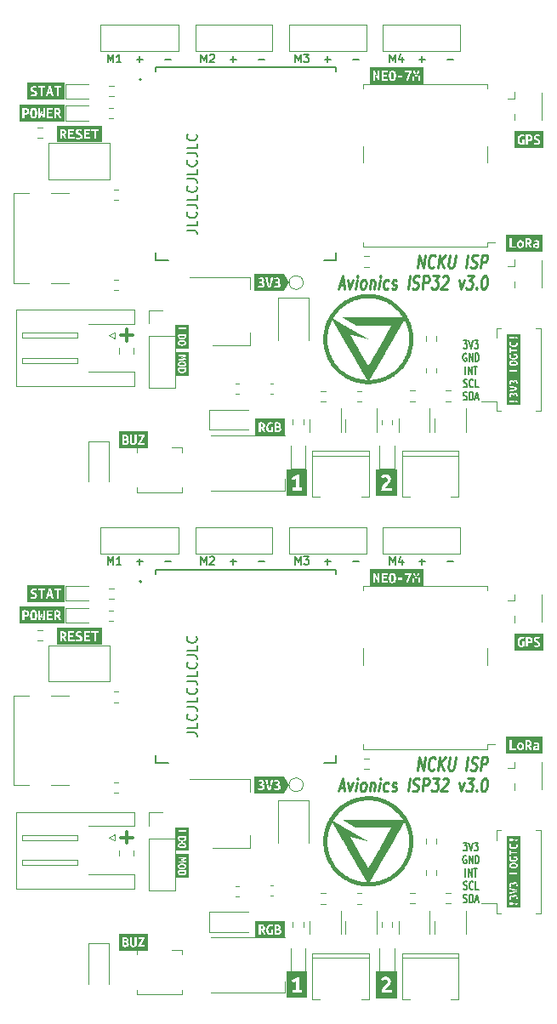
<source format=gbr>
%TF.GenerationSoftware,KiCad,Pcbnew,7.0.11*%
%TF.CreationDate,2024-05-24T13:54:11+08:00*%
%TF.ProjectId,panel,70616e65-6c2e-46b6-9963-61645f706362,rev?*%
%TF.SameCoordinates,Original*%
%TF.FileFunction,Legend,Top*%
%TF.FilePolarity,Positive*%
%FSLAX46Y46*%
G04 Gerber Fmt 4.6, Leading zero omitted, Abs format (unit mm)*
G04 Created by KiCad (PCBNEW 7.0.11) date 2024-05-24 13:54:11*
%MOMM*%
%LPD*%
G01*
G04 APERTURE LIST*
%ADD10C,0.250000*%
%ADD11C,0.150000*%
%ADD12C,0.300000*%
%ADD13C,0.127000*%
%ADD14C,0.200000*%
%ADD15C,0.120000*%
G04 APERTURE END LIST*
D10*
X118709818Y-45006967D02*
X118872318Y-43706967D01*
X118872318Y-43706967D02*
X119281246Y-45006967D01*
X119281246Y-45006967D02*
X119443746Y-43706967D01*
X120344341Y-44883158D02*
X120288984Y-44945063D01*
X120288984Y-44945063D02*
X120138389Y-45006967D01*
X120138389Y-45006967D02*
X120043151Y-45006967D01*
X120043151Y-45006967D02*
X119908032Y-44945063D01*
X119908032Y-44945063D02*
X119828270Y-44821253D01*
X119828270Y-44821253D02*
X119796127Y-44697443D01*
X119796127Y-44697443D02*
X119779460Y-44449824D01*
X119779460Y-44449824D02*
X119802675Y-44264110D01*
X119802675Y-44264110D02*
X119881246Y-44016491D01*
X119881246Y-44016491D02*
X119944341Y-43892682D01*
X119944341Y-43892682D02*
X120055056Y-43768872D01*
X120055056Y-43768872D02*
X120205651Y-43706967D01*
X120205651Y-43706967D02*
X120300889Y-43706967D01*
X120300889Y-43706967D02*
X120436008Y-43768872D01*
X120436008Y-43768872D02*
X120475889Y-43830777D01*
X120757437Y-45006967D02*
X120919937Y-43706967D01*
X121328865Y-45006967D02*
X120993151Y-44264110D01*
X121491365Y-43706967D02*
X120827080Y-44449824D01*
X121919937Y-43706967D02*
X121788389Y-44759348D01*
X121788389Y-44759348D02*
X121820532Y-44883158D01*
X121820532Y-44883158D02*
X121860413Y-44945063D01*
X121860413Y-44945063D02*
X121947913Y-45006967D01*
X121947913Y-45006967D02*
X122138389Y-45006967D01*
X122138389Y-45006967D02*
X122241365Y-44945063D01*
X122241365Y-44945063D02*
X122296722Y-44883158D01*
X122296722Y-44883158D02*
X122359818Y-44759348D01*
X122359818Y-44759348D02*
X122491365Y-43706967D01*
X123566961Y-45006967D02*
X123729461Y-43706967D01*
X124003270Y-44945063D02*
X124138389Y-45006967D01*
X124138389Y-45006967D02*
X124376484Y-45006967D01*
X124376484Y-45006967D02*
X124479460Y-44945063D01*
X124479460Y-44945063D02*
X124534817Y-44883158D01*
X124534817Y-44883158D02*
X124597913Y-44759348D01*
X124597913Y-44759348D02*
X124613389Y-44635539D01*
X124613389Y-44635539D02*
X124581246Y-44511729D01*
X124581246Y-44511729D02*
X124541365Y-44449824D01*
X124541365Y-44449824D02*
X124453865Y-44387920D01*
X124453865Y-44387920D02*
X124271127Y-44326015D01*
X124271127Y-44326015D02*
X124183627Y-44264110D01*
X124183627Y-44264110D02*
X124143746Y-44202205D01*
X124143746Y-44202205D02*
X124111603Y-44078396D01*
X124111603Y-44078396D02*
X124127079Y-43954586D01*
X124127079Y-43954586D02*
X124190174Y-43830777D01*
X124190174Y-43830777D02*
X124245532Y-43768872D01*
X124245532Y-43768872D02*
X124348508Y-43706967D01*
X124348508Y-43706967D02*
X124586603Y-43706967D01*
X124586603Y-43706967D02*
X124721722Y-43768872D01*
X124995532Y-45006967D02*
X125158032Y-43706967D01*
X125158032Y-43706967D02*
X125538984Y-43706967D01*
X125538984Y-43706967D02*
X125626484Y-43768872D01*
X125626484Y-43768872D02*
X125666365Y-43830777D01*
X125666365Y-43830777D02*
X125698508Y-43954586D01*
X125698508Y-43954586D02*
X125675294Y-44140301D01*
X125675294Y-44140301D02*
X125612198Y-44264110D01*
X125612198Y-44264110D02*
X125556841Y-44326015D01*
X125556841Y-44326015D02*
X125453865Y-44387920D01*
X125453865Y-44387920D02*
X125072913Y-44387920D01*
X110946722Y-46728539D02*
X111422913Y-46728539D01*
X110805056Y-47099967D02*
X111300889Y-45799967D01*
X111300889Y-45799967D02*
X111471722Y-47099967D01*
X111818151Y-46233301D02*
X111947913Y-47099967D01*
X111947913Y-47099967D02*
X112294341Y-46233301D01*
X112566961Y-47099967D02*
X112675294Y-46233301D01*
X112729461Y-45799967D02*
X112674104Y-45861872D01*
X112674104Y-45861872D02*
X112713984Y-45923777D01*
X112713984Y-45923777D02*
X112769342Y-45861872D01*
X112769342Y-45861872D02*
X112729461Y-45799967D01*
X112729461Y-45799967D02*
X112713984Y-45923777D01*
X113186008Y-47099967D02*
X113098508Y-47038063D01*
X113098508Y-47038063D02*
X113058627Y-46976158D01*
X113058627Y-46976158D02*
X113026484Y-46852348D01*
X113026484Y-46852348D02*
X113072913Y-46480920D01*
X113072913Y-46480920D02*
X113136008Y-46357110D01*
X113136008Y-46357110D02*
X113191365Y-46295205D01*
X113191365Y-46295205D02*
X113294341Y-46233301D01*
X113294341Y-46233301D02*
X113437198Y-46233301D01*
X113437198Y-46233301D02*
X113524698Y-46295205D01*
X113524698Y-46295205D02*
X113564579Y-46357110D01*
X113564579Y-46357110D02*
X113596722Y-46480920D01*
X113596722Y-46480920D02*
X113550294Y-46852348D01*
X113550294Y-46852348D02*
X113487198Y-46976158D01*
X113487198Y-46976158D02*
X113431841Y-47038063D01*
X113431841Y-47038063D02*
X113328865Y-47099967D01*
X113328865Y-47099967D02*
X113186008Y-47099967D01*
X114056246Y-46233301D02*
X113947913Y-47099967D01*
X114040770Y-46357110D02*
X114096127Y-46295205D01*
X114096127Y-46295205D02*
X114199103Y-46233301D01*
X114199103Y-46233301D02*
X114341960Y-46233301D01*
X114341960Y-46233301D02*
X114429460Y-46295205D01*
X114429460Y-46295205D02*
X114461603Y-46419015D01*
X114461603Y-46419015D02*
X114376484Y-47099967D01*
X114852675Y-47099967D02*
X114961008Y-46233301D01*
X115015175Y-45799967D02*
X114959818Y-45861872D01*
X114959818Y-45861872D02*
X114999698Y-45923777D01*
X114999698Y-45923777D02*
X115055056Y-45861872D01*
X115055056Y-45861872D02*
X115015175Y-45799967D01*
X115015175Y-45799967D02*
X114999698Y-45923777D01*
X115765174Y-47038063D02*
X115662198Y-47099967D01*
X115662198Y-47099967D02*
X115471722Y-47099967D01*
X115471722Y-47099967D02*
X115384222Y-47038063D01*
X115384222Y-47038063D02*
X115344341Y-46976158D01*
X115344341Y-46976158D02*
X115312198Y-46852348D01*
X115312198Y-46852348D02*
X115358627Y-46480920D01*
X115358627Y-46480920D02*
X115421722Y-46357110D01*
X115421722Y-46357110D02*
X115477079Y-46295205D01*
X115477079Y-46295205D02*
X115580055Y-46233301D01*
X115580055Y-46233301D02*
X115770531Y-46233301D01*
X115770531Y-46233301D02*
X115858031Y-46295205D01*
X116146127Y-47038063D02*
X116233627Y-47099967D01*
X116233627Y-47099967D02*
X116424103Y-47099967D01*
X116424103Y-47099967D02*
X116527079Y-47038063D01*
X116527079Y-47038063D02*
X116590174Y-46914253D01*
X116590174Y-46914253D02*
X116597912Y-46852348D01*
X116597912Y-46852348D02*
X116565770Y-46728539D01*
X116565770Y-46728539D02*
X116478270Y-46666634D01*
X116478270Y-46666634D02*
X116335412Y-46666634D01*
X116335412Y-46666634D02*
X116247912Y-46604729D01*
X116247912Y-46604729D02*
X116215770Y-46480920D01*
X116215770Y-46480920D02*
X116223508Y-46419015D01*
X116223508Y-46419015D02*
X116286603Y-46295205D01*
X116286603Y-46295205D02*
X116389579Y-46233301D01*
X116389579Y-46233301D02*
X116532436Y-46233301D01*
X116532436Y-46233301D02*
X116619936Y-46295205D01*
X117757437Y-47099967D02*
X117919937Y-45799967D01*
X118193746Y-47038063D02*
X118328865Y-47099967D01*
X118328865Y-47099967D02*
X118566960Y-47099967D01*
X118566960Y-47099967D02*
X118669936Y-47038063D01*
X118669936Y-47038063D02*
X118725293Y-46976158D01*
X118725293Y-46976158D02*
X118788389Y-46852348D01*
X118788389Y-46852348D02*
X118803865Y-46728539D01*
X118803865Y-46728539D02*
X118771722Y-46604729D01*
X118771722Y-46604729D02*
X118731841Y-46542824D01*
X118731841Y-46542824D02*
X118644341Y-46480920D01*
X118644341Y-46480920D02*
X118461603Y-46419015D01*
X118461603Y-46419015D02*
X118374103Y-46357110D01*
X118374103Y-46357110D02*
X118334222Y-46295205D01*
X118334222Y-46295205D02*
X118302079Y-46171396D01*
X118302079Y-46171396D02*
X118317555Y-46047586D01*
X118317555Y-46047586D02*
X118380650Y-45923777D01*
X118380650Y-45923777D02*
X118436008Y-45861872D01*
X118436008Y-45861872D02*
X118538984Y-45799967D01*
X118538984Y-45799967D02*
X118777079Y-45799967D01*
X118777079Y-45799967D02*
X118912198Y-45861872D01*
X119186008Y-47099967D02*
X119348508Y-45799967D01*
X119348508Y-45799967D02*
X119729460Y-45799967D01*
X119729460Y-45799967D02*
X119816960Y-45861872D01*
X119816960Y-45861872D02*
X119856841Y-45923777D01*
X119856841Y-45923777D02*
X119888984Y-46047586D01*
X119888984Y-46047586D02*
X119865770Y-46233301D01*
X119865770Y-46233301D02*
X119802674Y-46357110D01*
X119802674Y-46357110D02*
X119747317Y-46419015D01*
X119747317Y-46419015D02*
X119644341Y-46480920D01*
X119644341Y-46480920D02*
X119263389Y-46480920D01*
X120253270Y-45799967D02*
X120872317Y-45799967D01*
X120872317Y-45799967D02*
X120477079Y-46295205D01*
X120477079Y-46295205D02*
X120619936Y-46295205D01*
X120619936Y-46295205D02*
X120707436Y-46357110D01*
X120707436Y-46357110D02*
X120747317Y-46419015D01*
X120747317Y-46419015D02*
X120779460Y-46542824D01*
X120779460Y-46542824D02*
X120740770Y-46852348D01*
X120740770Y-46852348D02*
X120677674Y-46976158D01*
X120677674Y-46976158D02*
X120622317Y-47038063D01*
X120622317Y-47038063D02*
X120519341Y-47099967D01*
X120519341Y-47099967D02*
X120233627Y-47099967D01*
X120233627Y-47099967D02*
X120146127Y-47038063D01*
X120146127Y-47038063D02*
X120106246Y-46976158D01*
X121237793Y-45923777D02*
X121293151Y-45861872D01*
X121293151Y-45861872D02*
X121396127Y-45799967D01*
X121396127Y-45799967D02*
X121634222Y-45799967D01*
X121634222Y-45799967D02*
X121721722Y-45861872D01*
X121721722Y-45861872D02*
X121761603Y-45923777D01*
X121761603Y-45923777D02*
X121793746Y-46047586D01*
X121793746Y-46047586D02*
X121778270Y-46171396D01*
X121778270Y-46171396D02*
X121707436Y-46357110D01*
X121707436Y-46357110D02*
X121043151Y-47099967D01*
X121043151Y-47099967D02*
X121662198Y-47099967D01*
X122865770Y-46233301D02*
X122995532Y-47099967D01*
X122995532Y-47099967D02*
X123341960Y-46233301D01*
X123681842Y-45799967D02*
X124300889Y-45799967D01*
X124300889Y-45799967D02*
X123905651Y-46295205D01*
X123905651Y-46295205D02*
X124048508Y-46295205D01*
X124048508Y-46295205D02*
X124136008Y-46357110D01*
X124136008Y-46357110D02*
X124175889Y-46419015D01*
X124175889Y-46419015D02*
X124208032Y-46542824D01*
X124208032Y-46542824D02*
X124169342Y-46852348D01*
X124169342Y-46852348D02*
X124106246Y-46976158D01*
X124106246Y-46976158D02*
X124050889Y-47038063D01*
X124050889Y-47038063D02*
X123947913Y-47099967D01*
X123947913Y-47099967D02*
X123662199Y-47099967D01*
X123662199Y-47099967D02*
X123574699Y-47038063D01*
X123574699Y-47038063D02*
X123534818Y-46976158D01*
X124582437Y-46976158D02*
X124622318Y-47038063D01*
X124622318Y-47038063D02*
X124566961Y-47099967D01*
X124566961Y-47099967D02*
X124527080Y-47038063D01*
X124527080Y-47038063D02*
X124582437Y-46976158D01*
X124582437Y-46976158D02*
X124566961Y-47099967D01*
X125396127Y-45799967D02*
X125491365Y-45799967D01*
X125491365Y-45799967D02*
X125578865Y-45861872D01*
X125578865Y-45861872D02*
X125618746Y-45923777D01*
X125618746Y-45923777D02*
X125650889Y-46047586D01*
X125650889Y-46047586D02*
X125667555Y-46295205D01*
X125667555Y-46295205D02*
X125628865Y-46604729D01*
X125628865Y-46604729D02*
X125550294Y-46852348D01*
X125550294Y-46852348D02*
X125487198Y-46976158D01*
X125487198Y-46976158D02*
X125431841Y-47038063D01*
X125431841Y-47038063D02*
X125328865Y-47099967D01*
X125328865Y-47099967D02*
X125233627Y-47099967D01*
X125233627Y-47099967D02*
X125146127Y-47038063D01*
X125146127Y-47038063D02*
X125106246Y-46976158D01*
X125106246Y-46976158D02*
X125074103Y-46852348D01*
X125074103Y-46852348D02*
X125057436Y-46604729D01*
X125057436Y-46604729D02*
X125096127Y-46295205D01*
X125096127Y-46295205D02*
X125174698Y-46047586D01*
X125174698Y-46047586D02*
X125237794Y-45923777D01*
X125237794Y-45923777D02*
X125293151Y-45861872D01*
X125293151Y-45861872D02*
X125396127Y-45799967D01*
D11*
X87859406Y-24540975D02*
X87859406Y-23740975D01*
X87859406Y-23740975D02*
X88126072Y-24312403D01*
X88126072Y-24312403D02*
X88392739Y-23740975D01*
X88392739Y-23740975D02*
X88392739Y-24540975D01*
X89192739Y-24540975D02*
X88735596Y-24540975D01*
X88964168Y-24540975D02*
X88964168Y-23740975D01*
X88964168Y-23740975D02*
X88887977Y-23855260D01*
X88887977Y-23855260D02*
X88811787Y-23931451D01*
X88811787Y-23931451D02*
X88735596Y-23969546D01*
X90754645Y-24236213D02*
X91364169Y-24236213D01*
X91059407Y-24540975D02*
X91059407Y-23931451D01*
X93573693Y-24236213D02*
X94183217Y-24236213D01*
X106559406Y-74540989D02*
X106559406Y-73740989D01*
X106559406Y-73740989D02*
X106826072Y-74312417D01*
X106826072Y-74312417D02*
X107092739Y-73740989D01*
X107092739Y-73740989D02*
X107092739Y-74540989D01*
X107397501Y-73740989D02*
X107892739Y-73740989D01*
X107892739Y-73740989D02*
X107626073Y-74045751D01*
X107626073Y-74045751D02*
X107740358Y-74045751D01*
X107740358Y-74045751D02*
X107816549Y-74083846D01*
X107816549Y-74083846D02*
X107854644Y-74121941D01*
X107854644Y-74121941D02*
X107892739Y-74198132D01*
X107892739Y-74198132D02*
X107892739Y-74388608D01*
X107892739Y-74388608D02*
X107854644Y-74464798D01*
X107854644Y-74464798D02*
X107816549Y-74502894D01*
X107816549Y-74502894D02*
X107740358Y-74540989D01*
X107740358Y-74540989D02*
X107511787Y-74540989D01*
X107511787Y-74540989D02*
X107435596Y-74502894D01*
X107435596Y-74502894D02*
X107397501Y-74464798D01*
X109454645Y-74236227D02*
X110064169Y-74236227D01*
X109759407Y-74540989D02*
X109759407Y-73931465D01*
X112273693Y-74236227D02*
X112883217Y-74236227D01*
X95764810Y-91274082D02*
X96479095Y-91274082D01*
X96479095Y-91274082D02*
X96621952Y-91321701D01*
X96621952Y-91321701D02*
X96717191Y-91416939D01*
X96717191Y-91416939D02*
X96764810Y-91559796D01*
X96764810Y-91559796D02*
X96764810Y-91655034D01*
X96764810Y-90321701D02*
X96764810Y-90797891D01*
X96764810Y-90797891D02*
X95764810Y-90797891D01*
X96669571Y-89416939D02*
X96717191Y-89464558D01*
X96717191Y-89464558D02*
X96764810Y-89607415D01*
X96764810Y-89607415D02*
X96764810Y-89702653D01*
X96764810Y-89702653D02*
X96717191Y-89845510D01*
X96717191Y-89845510D02*
X96621952Y-89940748D01*
X96621952Y-89940748D02*
X96526714Y-89988367D01*
X96526714Y-89988367D02*
X96336238Y-90035986D01*
X96336238Y-90035986D02*
X96193381Y-90035986D01*
X96193381Y-90035986D02*
X96002905Y-89988367D01*
X96002905Y-89988367D02*
X95907667Y-89940748D01*
X95907667Y-89940748D02*
X95812429Y-89845510D01*
X95812429Y-89845510D02*
X95764810Y-89702653D01*
X95764810Y-89702653D02*
X95764810Y-89607415D01*
X95764810Y-89607415D02*
X95812429Y-89464558D01*
X95812429Y-89464558D02*
X95860048Y-89416939D01*
X95764810Y-88702653D02*
X96479095Y-88702653D01*
X96479095Y-88702653D02*
X96621952Y-88750272D01*
X96621952Y-88750272D02*
X96717191Y-88845510D01*
X96717191Y-88845510D02*
X96764810Y-88988367D01*
X96764810Y-88988367D02*
X96764810Y-89083605D01*
X96764810Y-87750272D02*
X96764810Y-88226462D01*
X96764810Y-88226462D02*
X95764810Y-88226462D01*
X96669571Y-86845510D02*
X96717191Y-86893129D01*
X96717191Y-86893129D02*
X96764810Y-87035986D01*
X96764810Y-87035986D02*
X96764810Y-87131224D01*
X96764810Y-87131224D02*
X96717191Y-87274081D01*
X96717191Y-87274081D02*
X96621952Y-87369319D01*
X96621952Y-87369319D02*
X96526714Y-87416938D01*
X96526714Y-87416938D02*
X96336238Y-87464557D01*
X96336238Y-87464557D02*
X96193381Y-87464557D01*
X96193381Y-87464557D02*
X96002905Y-87416938D01*
X96002905Y-87416938D02*
X95907667Y-87369319D01*
X95907667Y-87369319D02*
X95812429Y-87274081D01*
X95812429Y-87274081D02*
X95764810Y-87131224D01*
X95764810Y-87131224D02*
X95764810Y-87035986D01*
X95764810Y-87035986D02*
X95812429Y-86893129D01*
X95812429Y-86893129D02*
X95860048Y-86845510D01*
X95764810Y-86131224D02*
X96479095Y-86131224D01*
X96479095Y-86131224D02*
X96621952Y-86178843D01*
X96621952Y-86178843D02*
X96717191Y-86274081D01*
X96717191Y-86274081D02*
X96764810Y-86416938D01*
X96764810Y-86416938D02*
X96764810Y-86512176D01*
X96764810Y-85178843D02*
X96764810Y-85655033D01*
X96764810Y-85655033D02*
X95764810Y-85655033D01*
X96669571Y-84274081D02*
X96717191Y-84321700D01*
X96717191Y-84321700D02*
X96764810Y-84464557D01*
X96764810Y-84464557D02*
X96764810Y-84559795D01*
X96764810Y-84559795D02*
X96717191Y-84702652D01*
X96717191Y-84702652D02*
X96621952Y-84797890D01*
X96621952Y-84797890D02*
X96526714Y-84845509D01*
X96526714Y-84845509D02*
X96336238Y-84893128D01*
X96336238Y-84893128D02*
X96193381Y-84893128D01*
X96193381Y-84893128D02*
X96002905Y-84845509D01*
X96002905Y-84845509D02*
X95907667Y-84797890D01*
X95907667Y-84797890D02*
X95812429Y-84702652D01*
X95812429Y-84702652D02*
X95764810Y-84559795D01*
X95764810Y-84559795D02*
X95764810Y-84464557D01*
X95764810Y-84464557D02*
X95812429Y-84321700D01*
X95812429Y-84321700D02*
X95860048Y-84274081D01*
X95764810Y-83559795D02*
X96479095Y-83559795D01*
X96479095Y-83559795D02*
X96621952Y-83607414D01*
X96621952Y-83607414D02*
X96717191Y-83702652D01*
X96717191Y-83702652D02*
X96764810Y-83845509D01*
X96764810Y-83845509D02*
X96764810Y-83940747D01*
X96764810Y-82607414D02*
X96764810Y-83083604D01*
X96764810Y-83083604D02*
X95764810Y-83083604D01*
X96669571Y-81702652D02*
X96717191Y-81750271D01*
X96717191Y-81750271D02*
X96764810Y-81893128D01*
X96764810Y-81893128D02*
X96764810Y-81988366D01*
X96764810Y-81988366D02*
X96717191Y-82131223D01*
X96717191Y-82131223D02*
X96621952Y-82226461D01*
X96621952Y-82226461D02*
X96526714Y-82274080D01*
X96526714Y-82274080D02*
X96336238Y-82321699D01*
X96336238Y-82321699D02*
X96193381Y-82321699D01*
X96193381Y-82321699D02*
X96002905Y-82274080D01*
X96002905Y-82274080D02*
X95907667Y-82226461D01*
X95907667Y-82226461D02*
X95812429Y-82131223D01*
X95812429Y-82131223D02*
X95764810Y-81988366D01*
X95764810Y-81988366D02*
X95764810Y-81893128D01*
X95764810Y-81893128D02*
X95812429Y-81750271D01*
X95812429Y-81750271D02*
X95860048Y-81702652D01*
X115959406Y-24540975D02*
X115959406Y-23740975D01*
X115959406Y-23740975D02*
X116226072Y-24312403D01*
X116226072Y-24312403D02*
X116492739Y-23740975D01*
X116492739Y-23740975D02*
X116492739Y-24540975D01*
X117216549Y-24007641D02*
X117216549Y-24540975D01*
X117026073Y-23702880D02*
X116835596Y-24274308D01*
X116835596Y-24274308D02*
X117330835Y-24274308D01*
X118854645Y-24236213D02*
X119464169Y-24236213D01*
X119159407Y-24540975D02*
X119159407Y-23931451D01*
X121673693Y-24236213D02*
X122283217Y-24236213D01*
X95764810Y-41274068D02*
X96479095Y-41274068D01*
X96479095Y-41274068D02*
X96621952Y-41321687D01*
X96621952Y-41321687D02*
X96717191Y-41416925D01*
X96717191Y-41416925D02*
X96764810Y-41559782D01*
X96764810Y-41559782D02*
X96764810Y-41655020D01*
X96764810Y-40321687D02*
X96764810Y-40797877D01*
X96764810Y-40797877D02*
X95764810Y-40797877D01*
X96669571Y-39416925D02*
X96717191Y-39464544D01*
X96717191Y-39464544D02*
X96764810Y-39607401D01*
X96764810Y-39607401D02*
X96764810Y-39702639D01*
X96764810Y-39702639D02*
X96717191Y-39845496D01*
X96717191Y-39845496D02*
X96621952Y-39940734D01*
X96621952Y-39940734D02*
X96526714Y-39988353D01*
X96526714Y-39988353D02*
X96336238Y-40035972D01*
X96336238Y-40035972D02*
X96193381Y-40035972D01*
X96193381Y-40035972D02*
X96002905Y-39988353D01*
X96002905Y-39988353D02*
X95907667Y-39940734D01*
X95907667Y-39940734D02*
X95812429Y-39845496D01*
X95812429Y-39845496D02*
X95764810Y-39702639D01*
X95764810Y-39702639D02*
X95764810Y-39607401D01*
X95764810Y-39607401D02*
X95812429Y-39464544D01*
X95812429Y-39464544D02*
X95860048Y-39416925D01*
X95764810Y-38702639D02*
X96479095Y-38702639D01*
X96479095Y-38702639D02*
X96621952Y-38750258D01*
X96621952Y-38750258D02*
X96717191Y-38845496D01*
X96717191Y-38845496D02*
X96764810Y-38988353D01*
X96764810Y-38988353D02*
X96764810Y-39083591D01*
X96764810Y-37750258D02*
X96764810Y-38226448D01*
X96764810Y-38226448D02*
X95764810Y-38226448D01*
X96669571Y-36845496D02*
X96717191Y-36893115D01*
X96717191Y-36893115D02*
X96764810Y-37035972D01*
X96764810Y-37035972D02*
X96764810Y-37131210D01*
X96764810Y-37131210D02*
X96717191Y-37274067D01*
X96717191Y-37274067D02*
X96621952Y-37369305D01*
X96621952Y-37369305D02*
X96526714Y-37416924D01*
X96526714Y-37416924D02*
X96336238Y-37464543D01*
X96336238Y-37464543D02*
X96193381Y-37464543D01*
X96193381Y-37464543D02*
X96002905Y-37416924D01*
X96002905Y-37416924D02*
X95907667Y-37369305D01*
X95907667Y-37369305D02*
X95812429Y-37274067D01*
X95812429Y-37274067D02*
X95764810Y-37131210D01*
X95764810Y-37131210D02*
X95764810Y-37035972D01*
X95764810Y-37035972D02*
X95812429Y-36893115D01*
X95812429Y-36893115D02*
X95860048Y-36845496D01*
X95764810Y-36131210D02*
X96479095Y-36131210D01*
X96479095Y-36131210D02*
X96621952Y-36178829D01*
X96621952Y-36178829D02*
X96717191Y-36274067D01*
X96717191Y-36274067D02*
X96764810Y-36416924D01*
X96764810Y-36416924D02*
X96764810Y-36512162D01*
X96764810Y-35178829D02*
X96764810Y-35655019D01*
X96764810Y-35655019D02*
X95764810Y-35655019D01*
X96669571Y-34274067D02*
X96717191Y-34321686D01*
X96717191Y-34321686D02*
X96764810Y-34464543D01*
X96764810Y-34464543D02*
X96764810Y-34559781D01*
X96764810Y-34559781D02*
X96717191Y-34702638D01*
X96717191Y-34702638D02*
X96621952Y-34797876D01*
X96621952Y-34797876D02*
X96526714Y-34845495D01*
X96526714Y-34845495D02*
X96336238Y-34893114D01*
X96336238Y-34893114D02*
X96193381Y-34893114D01*
X96193381Y-34893114D02*
X96002905Y-34845495D01*
X96002905Y-34845495D02*
X95907667Y-34797876D01*
X95907667Y-34797876D02*
X95812429Y-34702638D01*
X95812429Y-34702638D02*
X95764810Y-34559781D01*
X95764810Y-34559781D02*
X95764810Y-34464543D01*
X95764810Y-34464543D02*
X95812429Y-34321686D01*
X95812429Y-34321686D02*
X95860048Y-34274067D01*
X95764810Y-33559781D02*
X96479095Y-33559781D01*
X96479095Y-33559781D02*
X96621952Y-33607400D01*
X96621952Y-33607400D02*
X96717191Y-33702638D01*
X96717191Y-33702638D02*
X96764810Y-33845495D01*
X96764810Y-33845495D02*
X96764810Y-33940733D01*
X96764810Y-32607400D02*
X96764810Y-33083590D01*
X96764810Y-33083590D02*
X95764810Y-33083590D01*
X96669571Y-31702638D02*
X96717191Y-31750257D01*
X96717191Y-31750257D02*
X96764810Y-31893114D01*
X96764810Y-31893114D02*
X96764810Y-31988352D01*
X96764810Y-31988352D02*
X96717191Y-32131209D01*
X96717191Y-32131209D02*
X96621952Y-32226447D01*
X96621952Y-32226447D02*
X96526714Y-32274066D01*
X96526714Y-32274066D02*
X96336238Y-32321685D01*
X96336238Y-32321685D02*
X96193381Y-32321685D01*
X96193381Y-32321685D02*
X96002905Y-32274066D01*
X96002905Y-32274066D02*
X95907667Y-32226447D01*
X95907667Y-32226447D02*
X95812429Y-32131209D01*
X95812429Y-32131209D02*
X95764810Y-31988352D01*
X95764810Y-31988352D02*
X95764810Y-31893114D01*
X95764810Y-31893114D02*
X95812429Y-31750257D01*
X95812429Y-31750257D02*
X95860048Y-31702638D01*
D12*
X89184158Y-51694463D02*
X90327016Y-51694463D01*
X89755587Y-52265891D02*
X89755587Y-51123034D01*
D11*
X106559406Y-24540975D02*
X106559406Y-23740975D01*
X106559406Y-23740975D02*
X106826072Y-24312403D01*
X106826072Y-24312403D02*
X107092739Y-23740975D01*
X107092739Y-23740975D02*
X107092739Y-24540975D01*
X107397501Y-23740975D02*
X107892739Y-23740975D01*
X107892739Y-23740975D02*
X107626073Y-24045737D01*
X107626073Y-24045737D02*
X107740358Y-24045737D01*
X107740358Y-24045737D02*
X107816549Y-24083832D01*
X107816549Y-24083832D02*
X107854644Y-24121927D01*
X107854644Y-24121927D02*
X107892739Y-24198118D01*
X107892739Y-24198118D02*
X107892739Y-24388594D01*
X107892739Y-24388594D02*
X107854644Y-24464784D01*
X107854644Y-24464784D02*
X107816549Y-24502880D01*
X107816549Y-24502880D02*
X107740358Y-24540975D01*
X107740358Y-24540975D02*
X107511787Y-24540975D01*
X107511787Y-24540975D02*
X107435596Y-24502880D01*
X107435596Y-24502880D02*
X107397501Y-24464784D01*
X109454645Y-24236213D02*
X110064169Y-24236213D01*
X109759407Y-24540975D02*
X109759407Y-23931451D01*
X112273693Y-24236213D02*
X112883217Y-24236213D01*
X115959406Y-74540989D02*
X115959406Y-73740989D01*
X115959406Y-73740989D02*
X116226072Y-74312417D01*
X116226072Y-74312417D02*
X116492739Y-73740989D01*
X116492739Y-73740989D02*
X116492739Y-74540989D01*
X117216549Y-74007655D02*
X117216549Y-74540989D01*
X117026073Y-73702894D02*
X116835596Y-74274322D01*
X116835596Y-74274322D02*
X117330835Y-74274322D01*
X118854645Y-74236227D02*
X119464169Y-74236227D01*
X119159407Y-74540989D02*
X119159407Y-73931465D01*
X121673693Y-74236227D02*
X122283217Y-74236227D01*
X97159406Y-74540989D02*
X97159406Y-73740989D01*
X97159406Y-73740989D02*
X97426072Y-74312417D01*
X97426072Y-74312417D02*
X97692739Y-73740989D01*
X97692739Y-73740989D02*
X97692739Y-74540989D01*
X98035596Y-73817179D02*
X98073692Y-73779084D01*
X98073692Y-73779084D02*
X98149882Y-73740989D01*
X98149882Y-73740989D02*
X98340358Y-73740989D01*
X98340358Y-73740989D02*
X98416549Y-73779084D01*
X98416549Y-73779084D02*
X98454644Y-73817179D01*
X98454644Y-73817179D02*
X98492739Y-73893370D01*
X98492739Y-73893370D02*
X98492739Y-73969560D01*
X98492739Y-73969560D02*
X98454644Y-74083846D01*
X98454644Y-74083846D02*
X97997501Y-74540989D01*
X97997501Y-74540989D02*
X98492739Y-74540989D01*
X100054645Y-74236227D02*
X100664169Y-74236227D01*
X100359407Y-74540989D02*
X100359407Y-73931465D01*
X102873693Y-74236227D02*
X103483217Y-74236227D01*
D10*
X118709818Y-95006981D02*
X118872318Y-93706981D01*
X118872318Y-93706981D02*
X119281246Y-95006981D01*
X119281246Y-95006981D02*
X119443746Y-93706981D01*
X120344341Y-94883172D02*
X120288984Y-94945077D01*
X120288984Y-94945077D02*
X120138389Y-95006981D01*
X120138389Y-95006981D02*
X120043151Y-95006981D01*
X120043151Y-95006981D02*
X119908032Y-94945077D01*
X119908032Y-94945077D02*
X119828270Y-94821267D01*
X119828270Y-94821267D02*
X119796127Y-94697457D01*
X119796127Y-94697457D02*
X119779460Y-94449838D01*
X119779460Y-94449838D02*
X119802675Y-94264124D01*
X119802675Y-94264124D02*
X119881246Y-94016505D01*
X119881246Y-94016505D02*
X119944341Y-93892696D01*
X119944341Y-93892696D02*
X120055056Y-93768886D01*
X120055056Y-93768886D02*
X120205651Y-93706981D01*
X120205651Y-93706981D02*
X120300889Y-93706981D01*
X120300889Y-93706981D02*
X120436008Y-93768886D01*
X120436008Y-93768886D02*
X120475889Y-93830791D01*
X120757437Y-95006981D02*
X120919937Y-93706981D01*
X121328865Y-95006981D02*
X120993151Y-94264124D01*
X121491365Y-93706981D02*
X120827080Y-94449838D01*
X121919937Y-93706981D02*
X121788389Y-94759362D01*
X121788389Y-94759362D02*
X121820532Y-94883172D01*
X121820532Y-94883172D02*
X121860413Y-94945077D01*
X121860413Y-94945077D02*
X121947913Y-95006981D01*
X121947913Y-95006981D02*
X122138389Y-95006981D01*
X122138389Y-95006981D02*
X122241365Y-94945077D01*
X122241365Y-94945077D02*
X122296722Y-94883172D01*
X122296722Y-94883172D02*
X122359818Y-94759362D01*
X122359818Y-94759362D02*
X122491365Y-93706981D01*
X123566961Y-95006981D02*
X123729461Y-93706981D01*
X124003270Y-94945077D02*
X124138389Y-95006981D01*
X124138389Y-95006981D02*
X124376484Y-95006981D01*
X124376484Y-95006981D02*
X124479460Y-94945077D01*
X124479460Y-94945077D02*
X124534817Y-94883172D01*
X124534817Y-94883172D02*
X124597913Y-94759362D01*
X124597913Y-94759362D02*
X124613389Y-94635553D01*
X124613389Y-94635553D02*
X124581246Y-94511743D01*
X124581246Y-94511743D02*
X124541365Y-94449838D01*
X124541365Y-94449838D02*
X124453865Y-94387934D01*
X124453865Y-94387934D02*
X124271127Y-94326029D01*
X124271127Y-94326029D02*
X124183627Y-94264124D01*
X124183627Y-94264124D02*
X124143746Y-94202219D01*
X124143746Y-94202219D02*
X124111603Y-94078410D01*
X124111603Y-94078410D02*
X124127079Y-93954600D01*
X124127079Y-93954600D02*
X124190174Y-93830791D01*
X124190174Y-93830791D02*
X124245532Y-93768886D01*
X124245532Y-93768886D02*
X124348508Y-93706981D01*
X124348508Y-93706981D02*
X124586603Y-93706981D01*
X124586603Y-93706981D02*
X124721722Y-93768886D01*
X124995532Y-95006981D02*
X125158032Y-93706981D01*
X125158032Y-93706981D02*
X125538984Y-93706981D01*
X125538984Y-93706981D02*
X125626484Y-93768886D01*
X125626484Y-93768886D02*
X125666365Y-93830791D01*
X125666365Y-93830791D02*
X125698508Y-93954600D01*
X125698508Y-93954600D02*
X125675294Y-94140315D01*
X125675294Y-94140315D02*
X125612198Y-94264124D01*
X125612198Y-94264124D02*
X125556841Y-94326029D01*
X125556841Y-94326029D02*
X125453865Y-94387934D01*
X125453865Y-94387934D02*
X125072913Y-94387934D01*
X110946722Y-96728553D02*
X111422913Y-96728553D01*
X110805056Y-97099981D02*
X111300889Y-95799981D01*
X111300889Y-95799981D02*
X111471722Y-97099981D01*
X111818151Y-96233315D02*
X111947913Y-97099981D01*
X111947913Y-97099981D02*
X112294341Y-96233315D01*
X112566961Y-97099981D02*
X112675294Y-96233315D01*
X112729461Y-95799981D02*
X112674104Y-95861886D01*
X112674104Y-95861886D02*
X112713984Y-95923791D01*
X112713984Y-95923791D02*
X112769342Y-95861886D01*
X112769342Y-95861886D02*
X112729461Y-95799981D01*
X112729461Y-95799981D02*
X112713984Y-95923791D01*
X113186008Y-97099981D02*
X113098508Y-97038077D01*
X113098508Y-97038077D02*
X113058627Y-96976172D01*
X113058627Y-96976172D02*
X113026484Y-96852362D01*
X113026484Y-96852362D02*
X113072913Y-96480934D01*
X113072913Y-96480934D02*
X113136008Y-96357124D01*
X113136008Y-96357124D02*
X113191365Y-96295219D01*
X113191365Y-96295219D02*
X113294341Y-96233315D01*
X113294341Y-96233315D02*
X113437198Y-96233315D01*
X113437198Y-96233315D02*
X113524698Y-96295219D01*
X113524698Y-96295219D02*
X113564579Y-96357124D01*
X113564579Y-96357124D02*
X113596722Y-96480934D01*
X113596722Y-96480934D02*
X113550294Y-96852362D01*
X113550294Y-96852362D02*
X113487198Y-96976172D01*
X113487198Y-96976172D02*
X113431841Y-97038077D01*
X113431841Y-97038077D02*
X113328865Y-97099981D01*
X113328865Y-97099981D02*
X113186008Y-97099981D01*
X114056246Y-96233315D02*
X113947913Y-97099981D01*
X114040770Y-96357124D02*
X114096127Y-96295219D01*
X114096127Y-96295219D02*
X114199103Y-96233315D01*
X114199103Y-96233315D02*
X114341960Y-96233315D01*
X114341960Y-96233315D02*
X114429460Y-96295219D01*
X114429460Y-96295219D02*
X114461603Y-96419029D01*
X114461603Y-96419029D02*
X114376484Y-97099981D01*
X114852675Y-97099981D02*
X114961008Y-96233315D01*
X115015175Y-95799981D02*
X114959818Y-95861886D01*
X114959818Y-95861886D02*
X114999698Y-95923791D01*
X114999698Y-95923791D02*
X115055056Y-95861886D01*
X115055056Y-95861886D02*
X115015175Y-95799981D01*
X115015175Y-95799981D02*
X114999698Y-95923791D01*
X115765174Y-97038077D02*
X115662198Y-97099981D01*
X115662198Y-97099981D02*
X115471722Y-97099981D01*
X115471722Y-97099981D02*
X115384222Y-97038077D01*
X115384222Y-97038077D02*
X115344341Y-96976172D01*
X115344341Y-96976172D02*
X115312198Y-96852362D01*
X115312198Y-96852362D02*
X115358627Y-96480934D01*
X115358627Y-96480934D02*
X115421722Y-96357124D01*
X115421722Y-96357124D02*
X115477079Y-96295219D01*
X115477079Y-96295219D02*
X115580055Y-96233315D01*
X115580055Y-96233315D02*
X115770531Y-96233315D01*
X115770531Y-96233315D02*
X115858031Y-96295219D01*
X116146127Y-97038077D02*
X116233627Y-97099981D01*
X116233627Y-97099981D02*
X116424103Y-97099981D01*
X116424103Y-97099981D02*
X116527079Y-97038077D01*
X116527079Y-97038077D02*
X116590174Y-96914267D01*
X116590174Y-96914267D02*
X116597912Y-96852362D01*
X116597912Y-96852362D02*
X116565770Y-96728553D01*
X116565770Y-96728553D02*
X116478270Y-96666648D01*
X116478270Y-96666648D02*
X116335412Y-96666648D01*
X116335412Y-96666648D02*
X116247912Y-96604743D01*
X116247912Y-96604743D02*
X116215770Y-96480934D01*
X116215770Y-96480934D02*
X116223508Y-96419029D01*
X116223508Y-96419029D02*
X116286603Y-96295219D01*
X116286603Y-96295219D02*
X116389579Y-96233315D01*
X116389579Y-96233315D02*
X116532436Y-96233315D01*
X116532436Y-96233315D02*
X116619936Y-96295219D01*
X117757437Y-97099981D02*
X117919937Y-95799981D01*
X118193746Y-97038077D02*
X118328865Y-97099981D01*
X118328865Y-97099981D02*
X118566960Y-97099981D01*
X118566960Y-97099981D02*
X118669936Y-97038077D01*
X118669936Y-97038077D02*
X118725293Y-96976172D01*
X118725293Y-96976172D02*
X118788389Y-96852362D01*
X118788389Y-96852362D02*
X118803865Y-96728553D01*
X118803865Y-96728553D02*
X118771722Y-96604743D01*
X118771722Y-96604743D02*
X118731841Y-96542838D01*
X118731841Y-96542838D02*
X118644341Y-96480934D01*
X118644341Y-96480934D02*
X118461603Y-96419029D01*
X118461603Y-96419029D02*
X118374103Y-96357124D01*
X118374103Y-96357124D02*
X118334222Y-96295219D01*
X118334222Y-96295219D02*
X118302079Y-96171410D01*
X118302079Y-96171410D02*
X118317555Y-96047600D01*
X118317555Y-96047600D02*
X118380650Y-95923791D01*
X118380650Y-95923791D02*
X118436008Y-95861886D01*
X118436008Y-95861886D02*
X118538984Y-95799981D01*
X118538984Y-95799981D02*
X118777079Y-95799981D01*
X118777079Y-95799981D02*
X118912198Y-95861886D01*
X119186008Y-97099981D02*
X119348508Y-95799981D01*
X119348508Y-95799981D02*
X119729460Y-95799981D01*
X119729460Y-95799981D02*
X119816960Y-95861886D01*
X119816960Y-95861886D02*
X119856841Y-95923791D01*
X119856841Y-95923791D02*
X119888984Y-96047600D01*
X119888984Y-96047600D02*
X119865770Y-96233315D01*
X119865770Y-96233315D02*
X119802674Y-96357124D01*
X119802674Y-96357124D02*
X119747317Y-96419029D01*
X119747317Y-96419029D02*
X119644341Y-96480934D01*
X119644341Y-96480934D02*
X119263389Y-96480934D01*
X120253270Y-95799981D02*
X120872317Y-95799981D01*
X120872317Y-95799981D02*
X120477079Y-96295219D01*
X120477079Y-96295219D02*
X120619936Y-96295219D01*
X120619936Y-96295219D02*
X120707436Y-96357124D01*
X120707436Y-96357124D02*
X120747317Y-96419029D01*
X120747317Y-96419029D02*
X120779460Y-96542838D01*
X120779460Y-96542838D02*
X120740770Y-96852362D01*
X120740770Y-96852362D02*
X120677674Y-96976172D01*
X120677674Y-96976172D02*
X120622317Y-97038077D01*
X120622317Y-97038077D02*
X120519341Y-97099981D01*
X120519341Y-97099981D02*
X120233627Y-97099981D01*
X120233627Y-97099981D02*
X120146127Y-97038077D01*
X120146127Y-97038077D02*
X120106246Y-96976172D01*
X121237793Y-95923791D02*
X121293151Y-95861886D01*
X121293151Y-95861886D02*
X121396127Y-95799981D01*
X121396127Y-95799981D02*
X121634222Y-95799981D01*
X121634222Y-95799981D02*
X121721722Y-95861886D01*
X121721722Y-95861886D02*
X121761603Y-95923791D01*
X121761603Y-95923791D02*
X121793746Y-96047600D01*
X121793746Y-96047600D02*
X121778270Y-96171410D01*
X121778270Y-96171410D02*
X121707436Y-96357124D01*
X121707436Y-96357124D02*
X121043151Y-97099981D01*
X121043151Y-97099981D02*
X121662198Y-97099981D01*
X122865770Y-96233315D02*
X122995532Y-97099981D01*
X122995532Y-97099981D02*
X123341960Y-96233315D01*
X123681842Y-95799981D02*
X124300889Y-95799981D01*
X124300889Y-95799981D02*
X123905651Y-96295219D01*
X123905651Y-96295219D02*
X124048508Y-96295219D01*
X124048508Y-96295219D02*
X124136008Y-96357124D01*
X124136008Y-96357124D02*
X124175889Y-96419029D01*
X124175889Y-96419029D02*
X124208032Y-96542838D01*
X124208032Y-96542838D02*
X124169342Y-96852362D01*
X124169342Y-96852362D02*
X124106246Y-96976172D01*
X124106246Y-96976172D02*
X124050889Y-97038077D01*
X124050889Y-97038077D02*
X123947913Y-97099981D01*
X123947913Y-97099981D02*
X123662199Y-97099981D01*
X123662199Y-97099981D02*
X123574699Y-97038077D01*
X123574699Y-97038077D02*
X123534818Y-96976172D01*
X124582437Y-96976172D02*
X124622318Y-97038077D01*
X124622318Y-97038077D02*
X124566961Y-97099981D01*
X124566961Y-97099981D02*
X124527080Y-97038077D01*
X124527080Y-97038077D02*
X124582437Y-96976172D01*
X124582437Y-96976172D02*
X124566961Y-97099981D01*
X125396127Y-95799981D02*
X125491365Y-95799981D01*
X125491365Y-95799981D02*
X125578865Y-95861886D01*
X125578865Y-95861886D02*
X125618746Y-95923791D01*
X125618746Y-95923791D02*
X125650889Y-96047600D01*
X125650889Y-96047600D02*
X125667555Y-96295219D01*
X125667555Y-96295219D02*
X125628865Y-96604743D01*
X125628865Y-96604743D02*
X125550294Y-96852362D01*
X125550294Y-96852362D02*
X125487198Y-96976172D01*
X125487198Y-96976172D02*
X125431841Y-97038077D01*
X125431841Y-97038077D02*
X125328865Y-97099981D01*
X125328865Y-97099981D02*
X125233627Y-97099981D01*
X125233627Y-97099981D02*
X125146127Y-97038077D01*
X125146127Y-97038077D02*
X125106246Y-96976172D01*
X125106246Y-96976172D02*
X125074103Y-96852362D01*
X125074103Y-96852362D02*
X125057436Y-96604743D01*
X125057436Y-96604743D02*
X125096127Y-96295219D01*
X125096127Y-96295219D02*
X125174698Y-96047600D01*
X125174698Y-96047600D02*
X125237794Y-95923791D01*
X125237794Y-95923791D02*
X125293151Y-95861886D01*
X125293151Y-95861886D02*
X125396127Y-95799981D01*
D12*
X89184158Y-101694477D02*
X90327016Y-101694477D01*
X89755587Y-102265905D02*
X89755587Y-101123048D01*
D11*
X97159406Y-24540975D02*
X97159406Y-23740975D01*
X97159406Y-23740975D02*
X97426072Y-24312403D01*
X97426072Y-24312403D02*
X97692739Y-23740975D01*
X97692739Y-23740975D02*
X97692739Y-24540975D01*
X98035596Y-23817165D02*
X98073692Y-23779070D01*
X98073692Y-23779070D02*
X98149882Y-23740975D01*
X98149882Y-23740975D02*
X98340358Y-23740975D01*
X98340358Y-23740975D02*
X98416549Y-23779070D01*
X98416549Y-23779070D02*
X98454644Y-23817165D01*
X98454644Y-23817165D02*
X98492739Y-23893356D01*
X98492739Y-23893356D02*
X98492739Y-23969546D01*
X98492739Y-23969546D02*
X98454644Y-24083832D01*
X98454644Y-24083832D02*
X97997501Y-24540975D01*
X97997501Y-24540975D02*
X98492739Y-24540975D01*
X100054645Y-24236213D02*
X100664169Y-24236213D01*
X100359407Y-24540975D02*
X100359407Y-23931451D01*
X102873693Y-24236213D02*
X103483217Y-24236213D01*
X87859406Y-74540989D02*
X87859406Y-73740989D01*
X87859406Y-73740989D02*
X88126072Y-74312417D01*
X88126072Y-74312417D02*
X88392739Y-73740989D01*
X88392739Y-73740989D02*
X88392739Y-74540989D01*
X89192739Y-74540989D02*
X88735596Y-74540989D01*
X88964168Y-74540989D02*
X88964168Y-73740989D01*
X88964168Y-73740989D02*
X88887977Y-73855274D01*
X88887977Y-73855274D02*
X88811787Y-73931465D01*
X88811787Y-73931465D02*
X88735596Y-73969560D01*
X90754645Y-74236227D02*
X91364169Y-74236227D01*
X91059407Y-74540989D02*
X91059407Y-73931465D01*
X93573693Y-74236227D02*
X94183217Y-74236227D01*
D13*
X123285790Y-52216171D02*
X123657218Y-52216171D01*
X123657218Y-52216171D02*
X123457218Y-52520933D01*
X123457218Y-52520933D02*
X123542933Y-52520933D01*
X123542933Y-52520933D02*
X123600076Y-52559028D01*
X123600076Y-52559028D02*
X123628647Y-52597123D01*
X123628647Y-52597123D02*
X123657218Y-52673314D01*
X123657218Y-52673314D02*
X123657218Y-52863790D01*
X123657218Y-52863790D02*
X123628647Y-52939980D01*
X123628647Y-52939980D02*
X123600076Y-52978076D01*
X123600076Y-52978076D02*
X123542933Y-53016171D01*
X123542933Y-53016171D02*
X123371504Y-53016171D01*
X123371504Y-53016171D02*
X123314361Y-52978076D01*
X123314361Y-52978076D02*
X123285790Y-52939980D01*
X123828647Y-52216171D02*
X124028647Y-53016171D01*
X124028647Y-53016171D02*
X124228647Y-52216171D01*
X124371505Y-52216171D02*
X124742933Y-52216171D01*
X124742933Y-52216171D02*
X124542933Y-52520933D01*
X124542933Y-52520933D02*
X124628648Y-52520933D01*
X124628648Y-52520933D02*
X124685791Y-52559028D01*
X124685791Y-52559028D02*
X124714362Y-52597123D01*
X124714362Y-52597123D02*
X124742933Y-52673314D01*
X124742933Y-52673314D02*
X124742933Y-52863790D01*
X124742933Y-52863790D02*
X124714362Y-52939980D01*
X124714362Y-52939980D02*
X124685791Y-52978076D01*
X124685791Y-52978076D02*
X124628648Y-53016171D01*
X124628648Y-53016171D02*
X124457219Y-53016171D01*
X124457219Y-53016171D02*
X124400076Y-52978076D01*
X124400076Y-52978076D02*
X124371505Y-52939980D01*
X123571505Y-53542266D02*
X123514363Y-53504171D01*
X123514363Y-53504171D02*
X123428648Y-53504171D01*
X123428648Y-53504171D02*
X123342934Y-53542266D01*
X123342934Y-53542266D02*
X123285791Y-53618456D01*
X123285791Y-53618456D02*
X123257220Y-53694647D01*
X123257220Y-53694647D02*
X123228648Y-53847028D01*
X123228648Y-53847028D02*
X123228648Y-53961314D01*
X123228648Y-53961314D02*
X123257220Y-54113695D01*
X123257220Y-54113695D02*
X123285791Y-54189885D01*
X123285791Y-54189885D02*
X123342934Y-54266076D01*
X123342934Y-54266076D02*
X123428648Y-54304171D01*
X123428648Y-54304171D02*
X123485791Y-54304171D01*
X123485791Y-54304171D02*
X123571505Y-54266076D01*
X123571505Y-54266076D02*
X123600077Y-54227980D01*
X123600077Y-54227980D02*
X123600077Y-53961314D01*
X123600077Y-53961314D02*
X123485791Y-53961314D01*
X123857220Y-54304171D02*
X123857220Y-53504171D01*
X123857220Y-53504171D02*
X124200077Y-54304171D01*
X124200077Y-54304171D02*
X124200077Y-53504171D01*
X124485791Y-54304171D02*
X124485791Y-53504171D01*
X124485791Y-53504171D02*
X124628648Y-53504171D01*
X124628648Y-53504171D02*
X124714362Y-53542266D01*
X124714362Y-53542266D02*
X124771505Y-53618456D01*
X124771505Y-53618456D02*
X124800076Y-53694647D01*
X124800076Y-53694647D02*
X124828648Y-53847028D01*
X124828648Y-53847028D02*
X124828648Y-53961314D01*
X124828648Y-53961314D02*
X124800076Y-54113695D01*
X124800076Y-54113695D02*
X124771505Y-54189885D01*
X124771505Y-54189885D02*
X124714362Y-54266076D01*
X124714362Y-54266076D02*
X124628648Y-54304171D01*
X124628648Y-54304171D02*
X124485791Y-54304171D01*
X123485791Y-55592171D02*
X123485791Y-54792171D01*
X123771505Y-55592171D02*
X123771505Y-54792171D01*
X123771505Y-54792171D02*
X124114362Y-55592171D01*
X124114362Y-55592171D02*
X124114362Y-54792171D01*
X124314361Y-54792171D02*
X124657219Y-54792171D01*
X124485790Y-55592171D02*
X124485790Y-54792171D01*
X123314362Y-56842076D02*
X123400077Y-56880171D01*
X123400077Y-56880171D02*
X123542934Y-56880171D01*
X123542934Y-56880171D02*
X123600077Y-56842076D01*
X123600077Y-56842076D02*
X123628648Y-56803980D01*
X123628648Y-56803980D02*
X123657219Y-56727790D01*
X123657219Y-56727790D02*
X123657219Y-56651599D01*
X123657219Y-56651599D02*
X123628648Y-56575409D01*
X123628648Y-56575409D02*
X123600077Y-56537314D01*
X123600077Y-56537314D02*
X123542934Y-56499218D01*
X123542934Y-56499218D02*
X123428648Y-56461123D01*
X123428648Y-56461123D02*
X123371505Y-56423028D01*
X123371505Y-56423028D02*
X123342934Y-56384933D01*
X123342934Y-56384933D02*
X123314362Y-56308742D01*
X123314362Y-56308742D02*
X123314362Y-56232552D01*
X123314362Y-56232552D02*
X123342934Y-56156361D01*
X123342934Y-56156361D02*
X123371505Y-56118266D01*
X123371505Y-56118266D02*
X123428648Y-56080171D01*
X123428648Y-56080171D02*
X123571505Y-56080171D01*
X123571505Y-56080171D02*
X123657219Y-56118266D01*
X124257220Y-56803980D02*
X124228648Y-56842076D01*
X124228648Y-56842076D02*
X124142934Y-56880171D01*
X124142934Y-56880171D02*
X124085791Y-56880171D01*
X124085791Y-56880171D02*
X124000077Y-56842076D01*
X124000077Y-56842076D02*
X123942934Y-56765885D01*
X123942934Y-56765885D02*
X123914363Y-56689695D01*
X123914363Y-56689695D02*
X123885791Y-56537314D01*
X123885791Y-56537314D02*
X123885791Y-56423028D01*
X123885791Y-56423028D02*
X123914363Y-56270647D01*
X123914363Y-56270647D02*
X123942934Y-56194456D01*
X123942934Y-56194456D02*
X124000077Y-56118266D01*
X124000077Y-56118266D02*
X124085791Y-56080171D01*
X124085791Y-56080171D02*
X124142934Y-56080171D01*
X124142934Y-56080171D02*
X124228648Y-56118266D01*
X124228648Y-56118266D02*
X124257220Y-56156361D01*
X124800077Y-56880171D02*
X124514363Y-56880171D01*
X124514363Y-56880171D02*
X124514363Y-56080171D01*
X123300076Y-58130076D02*
X123385791Y-58168171D01*
X123385791Y-58168171D02*
X123528648Y-58168171D01*
X123528648Y-58168171D02*
X123585791Y-58130076D01*
X123585791Y-58130076D02*
X123614362Y-58091980D01*
X123614362Y-58091980D02*
X123642933Y-58015790D01*
X123642933Y-58015790D02*
X123642933Y-57939599D01*
X123642933Y-57939599D02*
X123614362Y-57863409D01*
X123614362Y-57863409D02*
X123585791Y-57825314D01*
X123585791Y-57825314D02*
X123528648Y-57787218D01*
X123528648Y-57787218D02*
X123414362Y-57749123D01*
X123414362Y-57749123D02*
X123357219Y-57711028D01*
X123357219Y-57711028D02*
X123328648Y-57672933D01*
X123328648Y-57672933D02*
X123300076Y-57596742D01*
X123300076Y-57596742D02*
X123300076Y-57520552D01*
X123300076Y-57520552D02*
X123328648Y-57444361D01*
X123328648Y-57444361D02*
X123357219Y-57406266D01*
X123357219Y-57406266D02*
X123414362Y-57368171D01*
X123414362Y-57368171D02*
X123557219Y-57368171D01*
X123557219Y-57368171D02*
X123642933Y-57406266D01*
X123900077Y-58168171D02*
X123900077Y-57368171D01*
X123900077Y-57368171D02*
X124042934Y-57368171D01*
X124042934Y-57368171D02*
X124128648Y-57406266D01*
X124128648Y-57406266D02*
X124185791Y-57482456D01*
X124185791Y-57482456D02*
X124214362Y-57558647D01*
X124214362Y-57558647D02*
X124242934Y-57711028D01*
X124242934Y-57711028D02*
X124242934Y-57825314D01*
X124242934Y-57825314D02*
X124214362Y-57977695D01*
X124214362Y-57977695D02*
X124185791Y-58053885D01*
X124185791Y-58053885D02*
X124128648Y-58130076D01*
X124128648Y-58130076D02*
X124042934Y-58168171D01*
X124042934Y-58168171D02*
X123900077Y-58168171D01*
X124471505Y-57939599D02*
X124757220Y-57939599D01*
X124414362Y-58168171D02*
X124614362Y-57368171D01*
X124614362Y-57368171D02*
X124814362Y-58168171D01*
X123285790Y-102216185D02*
X123657218Y-102216185D01*
X123657218Y-102216185D02*
X123457218Y-102520947D01*
X123457218Y-102520947D02*
X123542933Y-102520947D01*
X123542933Y-102520947D02*
X123600076Y-102559042D01*
X123600076Y-102559042D02*
X123628647Y-102597137D01*
X123628647Y-102597137D02*
X123657218Y-102673328D01*
X123657218Y-102673328D02*
X123657218Y-102863804D01*
X123657218Y-102863804D02*
X123628647Y-102939994D01*
X123628647Y-102939994D02*
X123600076Y-102978090D01*
X123600076Y-102978090D02*
X123542933Y-103016185D01*
X123542933Y-103016185D02*
X123371504Y-103016185D01*
X123371504Y-103016185D02*
X123314361Y-102978090D01*
X123314361Y-102978090D02*
X123285790Y-102939994D01*
X123828647Y-102216185D02*
X124028647Y-103016185D01*
X124028647Y-103016185D02*
X124228647Y-102216185D01*
X124371505Y-102216185D02*
X124742933Y-102216185D01*
X124742933Y-102216185D02*
X124542933Y-102520947D01*
X124542933Y-102520947D02*
X124628648Y-102520947D01*
X124628648Y-102520947D02*
X124685791Y-102559042D01*
X124685791Y-102559042D02*
X124714362Y-102597137D01*
X124714362Y-102597137D02*
X124742933Y-102673328D01*
X124742933Y-102673328D02*
X124742933Y-102863804D01*
X124742933Y-102863804D02*
X124714362Y-102939994D01*
X124714362Y-102939994D02*
X124685791Y-102978090D01*
X124685791Y-102978090D02*
X124628648Y-103016185D01*
X124628648Y-103016185D02*
X124457219Y-103016185D01*
X124457219Y-103016185D02*
X124400076Y-102978090D01*
X124400076Y-102978090D02*
X124371505Y-102939994D01*
X123571505Y-103542280D02*
X123514363Y-103504185D01*
X123514363Y-103504185D02*
X123428648Y-103504185D01*
X123428648Y-103504185D02*
X123342934Y-103542280D01*
X123342934Y-103542280D02*
X123285791Y-103618470D01*
X123285791Y-103618470D02*
X123257220Y-103694661D01*
X123257220Y-103694661D02*
X123228648Y-103847042D01*
X123228648Y-103847042D02*
X123228648Y-103961328D01*
X123228648Y-103961328D02*
X123257220Y-104113709D01*
X123257220Y-104113709D02*
X123285791Y-104189899D01*
X123285791Y-104189899D02*
X123342934Y-104266090D01*
X123342934Y-104266090D02*
X123428648Y-104304185D01*
X123428648Y-104304185D02*
X123485791Y-104304185D01*
X123485791Y-104304185D02*
X123571505Y-104266090D01*
X123571505Y-104266090D02*
X123600077Y-104227994D01*
X123600077Y-104227994D02*
X123600077Y-103961328D01*
X123600077Y-103961328D02*
X123485791Y-103961328D01*
X123857220Y-104304185D02*
X123857220Y-103504185D01*
X123857220Y-103504185D02*
X124200077Y-104304185D01*
X124200077Y-104304185D02*
X124200077Y-103504185D01*
X124485791Y-104304185D02*
X124485791Y-103504185D01*
X124485791Y-103504185D02*
X124628648Y-103504185D01*
X124628648Y-103504185D02*
X124714362Y-103542280D01*
X124714362Y-103542280D02*
X124771505Y-103618470D01*
X124771505Y-103618470D02*
X124800076Y-103694661D01*
X124800076Y-103694661D02*
X124828648Y-103847042D01*
X124828648Y-103847042D02*
X124828648Y-103961328D01*
X124828648Y-103961328D02*
X124800076Y-104113709D01*
X124800076Y-104113709D02*
X124771505Y-104189899D01*
X124771505Y-104189899D02*
X124714362Y-104266090D01*
X124714362Y-104266090D02*
X124628648Y-104304185D01*
X124628648Y-104304185D02*
X124485791Y-104304185D01*
X123485791Y-105592185D02*
X123485791Y-104792185D01*
X123771505Y-105592185D02*
X123771505Y-104792185D01*
X123771505Y-104792185D02*
X124114362Y-105592185D01*
X124114362Y-105592185D02*
X124114362Y-104792185D01*
X124314361Y-104792185D02*
X124657219Y-104792185D01*
X124485790Y-105592185D02*
X124485790Y-104792185D01*
X123314362Y-106842090D02*
X123400077Y-106880185D01*
X123400077Y-106880185D02*
X123542934Y-106880185D01*
X123542934Y-106880185D02*
X123600077Y-106842090D01*
X123600077Y-106842090D02*
X123628648Y-106803994D01*
X123628648Y-106803994D02*
X123657219Y-106727804D01*
X123657219Y-106727804D02*
X123657219Y-106651613D01*
X123657219Y-106651613D02*
X123628648Y-106575423D01*
X123628648Y-106575423D02*
X123600077Y-106537328D01*
X123600077Y-106537328D02*
X123542934Y-106499232D01*
X123542934Y-106499232D02*
X123428648Y-106461137D01*
X123428648Y-106461137D02*
X123371505Y-106423042D01*
X123371505Y-106423042D02*
X123342934Y-106384947D01*
X123342934Y-106384947D02*
X123314362Y-106308756D01*
X123314362Y-106308756D02*
X123314362Y-106232566D01*
X123314362Y-106232566D02*
X123342934Y-106156375D01*
X123342934Y-106156375D02*
X123371505Y-106118280D01*
X123371505Y-106118280D02*
X123428648Y-106080185D01*
X123428648Y-106080185D02*
X123571505Y-106080185D01*
X123571505Y-106080185D02*
X123657219Y-106118280D01*
X124257220Y-106803994D02*
X124228648Y-106842090D01*
X124228648Y-106842090D02*
X124142934Y-106880185D01*
X124142934Y-106880185D02*
X124085791Y-106880185D01*
X124085791Y-106880185D02*
X124000077Y-106842090D01*
X124000077Y-106842090D02*
X123942934Y-106765899D01*
X123942934Y-106765899D02*
X123914363Y-106689709D01*
X123914363Y-106689709D02*
X123885791Y-106537328D01*
X123885791Y-106537328D02*
X123885791Y-106423042D01*
X123885791Y-106423042D02*
X123914363Y-106270661D01*
X123914363Y-106270661D02*
X123942934Y-106194470D01*
X123942934Y-106194470D02*
X124000077Y-106118280D01*
X124000077Y-106118280D02*
X124085791Y-106080185D01*
X124085791Y-106080185D02*
X124142934Y-106080185D01*
X124142934Y-106080185D02*
X124228648Y-106118280D01*
X124228648Y-106118280D02*
X124257220Y-106156375D01*
X124800077Y-106880185D02*
X124514363Y-106880185D01*
X124514363Y-106880185D02*
X124514363Y-106080185D01*
X123300076Y-108130090D02*
X123385791Y-108168185D01*
X123385791Y-108168185D02*
X123528648Y-108168185D01*
X123528648Y-108168185D02*
X123585791Y-108130090D01*
X123585791Y-108130090D02*
X123614362Y-108091994D01*
X123614362Y-108091994D02*
X123642933Y-108015804D01*
X123642933Y-108015804D02*
X123642933Y-107939613D01*
X123642933Y-107939613D02*
X123614362Y-107863423D01*
X123614362Y-107863423D02*
X123585791Y-107825328D01*
X123585791Y-107825328D02*
X123528648Y-107787232D01*
X123528648Y-107787232D02*
X123414362Y-107749137D01*
X123414362Y-107749137D02*
X123357219Y-107711042D01*
X123357219Y-107711042D02*
X123328648Y-107672947D01*
X123328648Y-107672947D02*
X123300076Y-107596756D01*
X123300076Y-107596756D02*
X123300076Y-107520566D01*
X123300076Y-107520566D02*
X123328648Y-107444375D01*
X123328648Y-107444375D02*
X123357219Y-107406280D01*
X123357219Y-107406280D02*
X123414362Y-107368185D01*
X123414362Y-107368185D02*
X123557219Y-107368185D01*
X123557219Y-107368185D02*
X123642933Y-107406280D01*
X123900077Y-108168185D02*
X123900077Y-107368185D01*
X123900077Y-107368185D02*
X124042934Y-107368185D01*
X124042934Y-107368185D02*
X124128648Y-107406280D01*
X124128648Y-107406280D02*
X124185791Y-107482470D01*
X124185791Y-107482470D02*
X124214362Y-107558661D01*
X124214362Y-107558661D02*
X124242934Y-107711042D01*
X124242934Y-107711042D02*
X124242934Y-107825328D01*
X124242934Y-107825328D02*
X124214362Y-107977709D01*
X124214362Y-107977709D02*
X124185791Y-108053899D01*
X124185791Y-108053899D02*
X124128648Y-108130090D01*
X124128648Y-108130090D02*
X124042934Y-108168185D01*
X124042934Y-108168185D02*
X123900077Y-108168185D01*
X124471505Y-107939613D02*
X124757220Y-107939613D01*
X124414362Y-108168185D02*
X124614362Y-107368185D01*
X124614362Y-107368185D02*
X124814362Y-108168185D01*
%TO.C,U8*%
X92629648Y-25055063D02*
X110629648Y-25055063D01*
X92629648Y-25475063D02*
X92629648Y-25055063D01*
X92629648Y-44255063D02*
X92629648Y-43525063D01*
X93874648Y-44255063D02*
X92629648Y-44255063D01*
X110629648Y-25055063D02*
X110629648Y-25475063D01*
X110629648Y-44255063D02*
X109384648Y-44255063D01*
X110629648Y-44255063D02*
X110629648Y-43525063D01*
D14*
X91229648Y-26245063D02*
G75*
G03*
X91029648Y-26245063I-100000J0D01*
G01*
X91029648Y-26245063D02*
G75*
G03*
X91229648Y-26245063I100000J0D01*
G01*
%TO.C,kibuzzard-641A737F*%
G36*
X83442569Y-81352375D02*
G01*
X83497735Y-81379759D01*
X83533453Y-81426590D01*
X83545360Y-81494059D01*
X83500910Y-81604390D01*
X83442569Y-81633561D01*
X83356447Y-81643284D01*
X83313585Y-81643284D01*
X83313585Y-81348009D01*
X83345335Y-81344040D01*
X83372322Y-81343246D01*
X83442569Y-81352375D01*
G37*
G36*
X87292389Y-82518526D02*
G01*
X86961660Y-82518526D01*
X86702897Y-82518526D01*
X85513860Y-82518526D01*
X84988397Y-82518526D01*
X83926360Y-82518526D01*
X83808885Y-82518526D01*
X83118322Y-82518526D01*
X82787593Y-82518526D01*
X82787593Y-82167159D01*
X83118322Y-82167159D01*
X83313585Y-82167159D01*
X83313585Y-81805209D01*
X83415185Y-81805209D01*
X83468961Y-81895101D01*
X83519166Y-81983803D01*
X83564608Y-82073695D01*
X83604097Y-82167159D01*
X83808885Y-82167159D01*
X83763641Y-82063178D01*
X83708872Y-81953640D01*
X83650135Y-81848865D01*
X83592985Y-81757584D01*
X83662438Y-81712737D01*
X83708872Y-81651221D01*
X83735066Y-81577403D01*
X83743797Y-81495646D01*
X83737249Y-81418454D01*
X83717604Y-81351978D01*
X83642197Y-81251171D01*
X83588222Y-81216643D01*
X83524722Y-81192434D01*
X83484593Y-81184496D01*
X83926360Y-81184496D01*
X83926360Y-82167159D01*
X84556597Y-82167159D01*
X84556597Y-82113184D01*
X84683597Y-82113184D01*
X84793135Y-82161603D01*
X84878463Y-82181248D01*
X84988397Y-82187796D01*
X85099787Y-82179418D01*
X85190539Y-82154283D01*
X85260653Y-82112390D01*
X85327924Y-82021307D01*
X85350347Y-81898871D01*
X85343600Y-81824854D01*
X85323360Y-81764728D01*
X85254304Y-81675828D01*
X85162228Y-81618678D01*
X85066185Y-81579784D01*
X85005066Y-81555971D01*
X84949504Y-81526603D01*
X84909022Y-81488503D01*
X84893147Y-81438496D01*
X84910433Y-81375878D01*
X84962292Y-81338308D01*
X85048722Y-81325784D01*
X85160641Y-81341659D01*
X85248747Y-81379759D01*
X85305897Y-81228946D01*
X85196304Y-81184496D01*
X85513860Y-81184496D01*
X85513860Y-82167159D01*
X86144097Y-82167159D01*
X86144097Y-82005234D01*
X85709122Y-82005234D01*
X85709122Y-81729009D01*
X86056785Y-81729009D01*
X86056785Y-81567084D01*
X85709122Y-81567084D01*
X85709122Y-81346421D01*
X86109172Y-81346421D01*
X86109172Y-81184496D01*
X86247285Y-81184496D01*
X86247285Y-81346421D01*
X86506047Y-81346421D01*
X86506047Y-82167159D01*
X86702897Y-82167159D01*
X86702897Y-81346421D01*
X86961660Y-81346421D01*
X86961660Y-81184496D01*
X86247285Y-81184496D01*
X86109172Y-81184496D01*
X85513860Y-81184496D01*
X85196304Y-81184496D01*
X85192391Y-81182909D01*
X85119168Y-81167431D01*
X85034435Y-81162271D01*
X84937156Y-81170915D01*
X84854871Y-81196844D01*
X84787579Y-81240059D01*
X84720308Y-81332928D01*
X84697885Y-81455959D01*
X84723285Y-81572640D01*
X84787579Y-81651221D01*
X84874097Y-81703609D01*
X84966172Y-81740121D01*
X85032847Y-81767903D01*
X85093172Y-81801240D01*
X85137622Y-81843309D01*
X85155085Y-81897284D01*
X85147941Y-81944115D01*
X85121747Y-81985390D01*
X85070154Y-82013965D01*
X84988397Y-82024284D01*
X84909221Y-82018728D01*
X84843141Y-82002059D01*
X84740747Y-81954434D01*
X84683597Y-82113184D01*
X84556597Y-82113184D01*
X84556597Y-82005234D01*
X84121622Y-82005234D01*
X84121622Y-81729009D01*
X84469285Y-81729009D01*
X84469285Y-81567084D01*
X84121622Y-81567084D01*
X84121622Y-81346421D01*
X84521672Y-81346421D01*
X84521672Y-81184496D01*
X83926360Y-81184496D01*
X83484593Y-81184496D01*
X83452491Y-81178146D01*
X83372322Y-81173384D01*
X83316760Y-81174971D01*
X83250085Y-81178940D01*
X83181028Y-81186878D01*
X83118322Y-81198784D01*
X83118322Y-82167159D01*
X82787593Y-82167159D01*
X82787593Y-80831542D01*
X83118322Y-80831542D01*
X86961660Y-80831542D01*
X87292389Y-80831542D01*
X87292389Y-82518526D01*
G37*
D15*
%TO.C,D2*%
X114950248Y-65000063D02*
X116420248Y-65000063D01*
X116420248Y-65000063D02*
X116420248Y-62715063D01*
X114950248Y-62715063D02*
X114950248Y-65000063D01*
%TO.C,kibuzzard-661FAECF*%
G36*
X128323893Y-54360314D02*
G01*
X128375328Y-54363648D01*
X128462323Y-54381428D01*
X128521378Y-54419528D01*
X128542968Y-54483663D01*
X128521378Y-54548433D01*
X128462958Y-54585898D01*
X128375963Y-54603678D01*
X128324052Y-54607012D01*
X128268648Y-54608123D01*
X128213403Y-54607012D01*
X128161968Y-54603678D01*
X128074973Y-54585898D01*
X128015918Y-54548433D01*
X127994328Y-54483663D01*
X128015918Y-54418893D01*
X128074338Y-54381428D01*
X128161333Y-54363648D01*
X128213244Y-54360314D01*
X128268648Y-54359203D01*
X128323893Y-54360314D01*
G37*
G36*
X128943441Y-52520243D02*
G01*
X128943441Y-53462583D01*
X128943441Y-53810563D01*
X128943441Y-54482393D01*
X128943441Y-54851963D01*
X128943441Y-56435653D01*
X128943441Y-57104943D01*
X128943441Y-57705653D01*
X128943441Y-58293663D01*
X128943441Y-58399073D01*
X128943441Y-58663656D01*
X127593855Y-58663656D01*
X127593855Y-58399073D01*
X127593855Y-58383833D01*
X127876218Y-58383833D01*
X128084498Y-58383833D01*
X128166413Y-58381928D01*
X128235628Y-58376213D01*
X128302303Y-58367958D01*
X128376598Y-58357163D01*
X128376598Y-58293663D01*
X128468038Y-58293663D01*
X128495978Y-58366688D01*
X128572178Y-58399073D01*
X128649648Y-58366688D01*
X128677588Y-58293663D01*
X128649648Y-58220638D01*
X128572178Y-58188253D01*
X128495978Y-58220638D01*
X128493305Y-58227623D01*
X128468038Y-58293663D01*
X128376598Y-58293663D01*
X128376598Y-58227623D01*
X128302938Y-58218098D01*
X128236263Y-58210478D01*
X128166413Y-58205398D01*
X128084498Y-58203493D01*
X127876218Y-58203493D01*
X127876218Y-58383833D01*
X127593855Y-58383833D01*
X127593855Y-57691683D01*
X127858438Y-57691683D01*
X127864312Y-57759152D01*
X127881933Y-57819318D01*
X127928288Y-57910123D01*
X128042588Y-57854243D01*
X128006393Y-57778678D01*
X127991788Y-57690413D01*
X128016553Y-57618658D01*
X128084498Y-57592623D01*
X128132758Y-57604688D01*
X128163238Y-57635803D01*
X128179748Y-57678983D01*
X128184828Y-57727243D01*
X128184828Y-57785663D01*
X128314368Y-57785663D01*
X128314368Y-57737403D01*
X128320559Y-57667871D01*
X128339133Y-57611673D01*
X128373264Y-57574526D01*
X128426128Y-57562143D01*
X128511218Y-57594528D01*
X128536936Y-57638819D01*
X128545508Y-57706923D01*
X128542015Y-57767089D01*
X128531538Y-57818048D01*
X128504868Y-57893613D01*
X128635678Y-57924093D01*
X128649648Y-57884723D01*
X128663618Y-57829478D01*
X128674413Y-57767248D01*
X128678858Y-57705653D01*
X128674254Y-57632311D01*
X128660443Y-57569763D01*
X128638218Y-57517693D01*
X128608373Y-57475783D01*
X128528998Y-57421173D01*
X128428668Y-57403393D01*
X128364850Y-57411807D01*
X128310558Y-57437048D01*
X128267060Y-57477529D01*
X128235628Y-57531663D01*
X128169588Y-57460543D01*
X128079418Y-57433873D01*
X127991788Y-57449113D01*
X127921303Y-57496103D01*
X127874948Y-57576748D01*
X127862565Y-57629929D01*
X127858438Y-57691683D01*
X127593855Y-57691683D01*
X127593855Y-57324653D01*
X127876218Y-57324653D01*
X127947338Y-57310048D01*
X128036238Y-57289093D01*
X128102772Y-57272301D01*
X128171987Y-57254097D01*
X128243883Y-57234483D01*
X128317190Y-57213740D01*
X128390639Y-57192150D01*
X128464228Y-57169713D01*
X128569003Y-57136376D01*
X128662348Y-57104943D01*
X128662348Y-56943653D01*
X128594685Y-56919382D01*
X128525470Y-56895675D01*
X128454703Y-56872533D01*
X128383583Y-56850308D01*
X128313310Y-56829353D01*
X128243883Y-56809668D01*
X128142759Y-56782681D01*
X128046398Y-56758868D01*
X127956863Y-56738389D01*
X127876218Y-56721403D01*
X127876218Y-56885233D01*
X127942258Y-56896663D01*
X128018458Y-56910633D01*
X128100849Y-56926508D01*
X128185463Y-56943653D01*
X128270553Y-56962068D01*
X128354373Y-56981753D01*
X128432954Y-57002073D01*
X128502328Y-57022393D01*
X128432002Y-57042872D01*
X128353103Y-57063668D01*
X128269283Y-57083988D01*
X128184193Y-57103038D01*
X128099738Y-57120659D01*
X128017823Y-57136693D01*
X127942099Y-57150028D01*
X127876218Y-57159553D01*
X127876218Y-57324653D01*
X127593855Y-57324653D01*
X127593855Y-56421683D01*
X127858438Y-56421683D01*
X127864312Y-56489152D01*
X127881933Y-56549318D01*
X127928288Y-56640123D01*
X128042588Y-56584243D01*
X128006393Y-56508678D01*
X127991788Y-56420413D01*
X128016553Y-56348658D01*
X128084498Y-56322623D01*
X128132758Y-56334688D01*
X128163238Y-56365803D01*
X128179748Y-56408983D01*
X128184828Y-56457243D01*
X128184828Y-56515663D01*
X128314368Y-56515663D01*
X128314368Y-56467403D01*
X128320559Y-56397871D01*
X128339133Y-56341673D01*
X128373264Y-56304526D01*
X128426128Y-56292143D01*
X128511218Y-56324528D01*
X128536936Y-56368819D01*
X128545508Y-56436923D01*
X128542015Y-56497089D01*
X128531538Y-56548048D01*
X128504868Y-56623613D01*
X128635678Y-56654093D01*
X128649648Y-56614723D01*
X128663618Y-56559478D01*
X128674413Y-56497248D01*
X128678858Y-56435653D01*
X128674254Y-56362310D01*
X128660443Y-56299763D01*
X128638218Y-56247693D01*
X128608373Y-56205783D01*
X128528998Y-56151173D01*
X128428668Y-56133393D01*
X128364850Y-56141807D01*
X128310558Y-56167048D01*
X128267060Y-56207529D01*
X128235628Y-56261663D01*
X128169588Y-56190543D01*
X128079418Y-56163873D01*
X127991788Y-56179113D01*
X127921303Y-56226103D01*
X127874948Y-56306748D01*
X127862565Y-56359929D01*
X127858438Y-56421683D01*
X127593855Y-56421683D01*
X127593855Y-55345993D01*
X127876218Y-55345993D01*
X128662348Y-55345993D01*
X128662348Y-54851963D01*
X128532808Y-54851963D01*
X128532808Y-55188513D01*
X127876218Y-55188513D01*
X127876218Y-55345993D01*
X127593855Y-55345993D01*
X127593855Y-54483663D01*
X127858438Y-54483663D01*
X127869939Y-54566072D01*
X127904440Y-54635499D01*
X127961943Y-54691943D01*
X128019926Y-54724725D01*
X128090372Y-54748141D01*
X128173279Y-54762190D01*
X128268648Y-54766873D01*
X128364017Y-54762309D01*
X128446924Y-54748617D01*
X128517370Y-54725796D01*
X128575353Y-54693848D01*
X128632856Y-54637897D01*
X128667357Y-54567412D01*
X128678858Y-54482393D01*
X128667357Y-54399420D01*
X128632856Y-54329993D01*
X128575353Y-54274113D01*
X128517370Y-54241887D01*
X128446924Y-54218868D01*
X128364017Y-54205057D01*
X128268648Y-54200453D01*
X128173279Y-54204977D01*
X128090372Y-54218550D01*
X128019926Y-54241172D01*
X127961943Y-54272843D01*
X127904440Y-54328441D01*
X127869939Y-54398714D01*
X127858438Y-54483663D01*
X127593855Y-54483663D01*
X127593855Y-53791513D01*
X127858438Y-53791513D01*
X127864947Y-53860411D01*
X127884473Y-53924863D01*
X127917017Y-53982965D01*
X127962578Y-54032813D01*
X128020839Y-54073771D01*
X128091483Y-54105203D01*
X128174192Y-54125205D01*
X128268648Y-54131873D01*
X128364057Y-54126158D01*
X128447083Y-54109013D01*
X128517568Y-54081390D01*
X128575353Y-54044243D01*
X128620438Y-53998047D01*
X128652823Y-53943278D01*
X128672349Y-53880572D01*
X128678858Y-53810563D01*
X128675683Y-53732934D01*
X128666158Y-53667688D01*
X128643298Y-53580693D01*
X128250868Y-53580693D01*
X128250868Y-53736903D01*
X128537888Y-53736903D01*
X128541698Y-53767383D01*
X128542968Y-53797863D01*
X128526299Y-53873745D01*
X128476293Y-53928673D01*
X128423588Y-53953367D01*
X128354373Y-53968184D01*
X128268648Y-53973123D01*
X128210387Y-53970424D01*
X128157523Y-53962328D01*
X128071163Y-53926768D01*
X128014648Y-53863903D01*
X127994328Y-53769923D01*
X128008298Y-53686103D01*
X128040048Y-53617523D01*
X127915588Y-53576883D01*
X127900348Y-53602918D01*
X127881298Y-53646733D01*
X127865423Y-53709598D01*
X127858438Y-53791513D01*
X127593855Y-53791513D01*
X127593855Y-53462583D01*
X127876218Y-53462583D01*
X128005758Y-53462583D01*
X128005758Y-53291133D01*
X128532808Y-53291133D01*
X128532808Y-53462583D01*
X128662348Y-53462583D01*
X128662348Y-52963473D01*
X128532808Y-52963473D01*
X128532808Y-53133653D01*
X128005758Y-53133653D01*
X128005758Y-52963473D01*
X127876218Y-52963473D01*
X127876218Y-53462583D01*
X127593855Y-53462583D01*
X127593855Y-52505003D01*
X127858438Y-52505003D01*
X127865264Y-52579457D01*
X127885743Y-52647878D01*
X127919398Y-52708838D01*
X127965753Y-52760908D01*
X128024332Y-52803294D01*
X128094658Y-52835203D01*
X128176255Y-52855205D01*
X128268648Y-52861873D01*
X128361437Y-52856396D01*
X128442955Y-52839965D01*
X128513202Y-52812581D01*
X128572178Y-52774243D01*
X128631445Y-52707074D01*
X128667005Y-52622407D01*
X128678858Y-52520243D01*
X128674572Y-52450869D01*
X128661713Y-52390068D01*
X128624248Y-52300533D01*
X128501058Y-52339903D01*
X128528998Y-52404038D01*
X128542968Y-52505003D01*
X128525029Y-52595649D01*
X128471213Y-52656768D01*
X128416391Y-52682521D01*
X128347600Y-52697972D01*
X128264838Y-52703123D01*
X128193718Y-52698837D01*
X128135298Y-52685978D01*
X128052113Y-52641528D01*
X128007663Y-52579298D01*
X127994328Y-52507543D01*
X128007663Y-52412928D01*
X128040048Y-52342443D01*
X127915588Y-52301803D01*
X127900348Y-52327838D01*
X127881298Y-52370383D01*
X127865423Y-52429438D01*
X127858438Y-52505003D01*
X127593855Y-52505003D01*
X127593855Y-52033833D01*
X127876218Y-52033833D01*
X128084498Y-52033833D01*
X128166413Y-52031928D01*
X128235628Y-52026213D01*
X128302303Y-52017958D01*
X128376598Y-52007163D01*
X128376598Y-51943663D01*
X128468038Y-51943663D01*
X128495978Y-52016688D01*
X128572178Y-52049073D01*
X128649648Y-52016688D01*
X128677588Y-51943663D01*
X128649648Y-51870638D01*
X128572178Y-51838253D01*
X128495978Y-51870638D01*
X128493305Y-51877623D01*
X128468038Y-51943663D01*
X128376598Y-51943663D01*
X128376598Y-51877623D01*
X128302938Y-51868098D01*
X128236263Y-51860478D01*
X128166413Y-51855398D01*
X128084498Y-51853493D01*
X127876218Y-51853493D01*
X127876218Y-52033833D01*
X127593855Y-52033833D01*
X127593855Y-51838253D01*
X127593855Y-51573670D01*
X128943441Y-51573670D01*
X128943441Y-51838253D01*
X128943441Y-51943663D01*
X128943441Y-52520243D01*
G37*
%TO.C,R18*%
X88424406Y-80137577D02*
X87949890Y-80137577D01*
X88424406Y-79092577D02*
X87949890Y-79092577D01*
%TO.C,J7*%
X108221248Y-63231263D02*
X108221248Y-67788263D01*
X108221248Y-63231263D02*
X113881248Y-63231263D01*
X108221248Y-63691263D02*
X113881248Y-63691263D01*
X108253248Y-67788263D02*
X109019248Y-67788263D01*
X113111248Y-67788263D02*
X113881248Y-67788263D01*
X113881248Y-63231263D02*
X113881248Y-67788263D01*
%TO.C,SW1*%
X81961248Y-32568763D02*
X88081248Y-32568763D01*
X81961248Y-36188763D02*
X81961248Y-32568763D01*
X88081248Y-32568763D02*
X88081248Y-36188763D01*
X88081248Y-36188763D02*
X81961248Y-36188763D01*
%TO.C,D3*%
X83634648Y-76680077D02*
X83634648Y-78150077D01*
X83634648Y-78150077D02*
X85919648Y-78150077D01*
X85919648Y-76680077D02*
X83634648Y-76680077D01*
%TO.C,J3*%
X84039648Y-87575077D02*
X82239648Y-87575077D01*
X78529648Y-87575077D02*
X79989648Y-87575077D01*
X84039648Y-96515077D02*
X82239648Y-96515077D01*
X78529648Y-96515077D02*
X78529648Y-87575077D01*
X78529648Y-96515077D02*
X79989648Y-96515077D01*
%TO.C,J10*%
X128361248Y-44168763D02*
X128361248Y-44808763D01*
X128361248Y-44808763D02*
X127731248Y-44808763D01*
X128361248Y-46968763D02*
X128361248Y-46328763D01*
X131081248Y-44218763D02*
X131081248Y-46918763D01*
%TO.C,D9*%
X87979648Y-62255063D02*
X85979648Y-62255063D01*
X87979648Y-62255063D02*
X87979648Y-66265063D01*
X85979648Y-62255063D02*
X85979648Y-66265063D01*
%TO.C,R4*%
X120622448Y-104962819D02*
X120622448Y-105437335D01*
X119577448Y-104962819D02*
X119577448Y-105437335D01*
%TO.C,U1*%
X96029648Y-95905077D02*
X102039648Y-95905077D01*
X98279648Y-102725077D02*
X102039648Y-102725077D01*
X102039648Y-95905077D02*
X102039648Y-97165077D01*
X102039648Y-102725077D02*
X102039648Y-101465077D01*
%TO.C,J2*%
X126558648Y-109228677D02*
X126558648Y-108278677D01*
X127008648Y-109228677D02*
X126558648Y-109228677D01*
X130528648Y-109228677D02*
X130978648Y-109228677D01*
X130978648Y-109228677D02*
X130978648Y-101008677D01*
X126558648Y-108278677D02*
X125068648Y-108278677D01*
X126558648Y-101008677D02*
X126558648Y-101958677D01*
X127008648Y-101008677D02*
X126558648Y-101008677D01*
X130978648Y-101008677D02*
X130528648Y-101008677D01*
%TO.C,kibuzzard-641A7704*%
G36*
X89739879Y-112202390D02*
G01*
X89785123Y-112304783D01*
X89769248Y-112375427D01*
X89728767Y-112418290D01*
X89672410Y-112438927D01*
X89607323Y-112444483D01*
X89558904Y-112442896D01*
X89513660Y-112438133D01*
X89513660Y-112171433D01*
X89618435Y-112171433D01*
X89739879Y-112202390D01*
G37*
G36*
X89654948Y-111781702D02*
G01*
X89699398Y-111797577D01*
X89729560Y-111830914D01*
X89740673Y-111887271D01*
X89702573Y-111976965D01*
X89589860Y-112009508D01*
X89513660Y-112009508D01*
X89513660Y-111784083D01*
X89556523Y-111779321D01*
X89602560Y-111777733D01*
X89654948Y-111781702D01*
G37*
G36*
X91871627Y-112953012D02*
G01*
X91540898Y-112953012D01*
X90420123Y-112953012D01*
X89591448Y-112953012D01*
X89318398Y-112953012D01*
X88987669Y-112953012D01*
X88987669Y-112585771D01*
X89318398Y-112585771D01*
X89387057Y-112598272D01*
X89456510Y-112607202D01*
X89525170Y-112612560D01*
X89591448Y-112614346D01*
X89669831Y-112610575D01*
X89743054Y-112599265D01*
X89808935Y-112579024D01*
X89865292Y-112548465D01*
X89947048Y-112453215D01*
X89969670Y-112386341D01*
X89977210Y-112304783D01*
X89968281Y-112238108D01*
X89941492Y-112174608D01*
X89889700Y-112119046D01*
X89805760Y-112076183D01*
X89897042Y-111990458D01*
X89922640Y-111932515D01*
X89931173Y-111866633D01*
X89916885Y-111774558D01*
X89862910Y-111691214D01*
X89753373Y-111630890D01*
X89698084Y-111618983D01*
X90088335Y-111618983D01*
X90088335Y-112246046D01*
X90092304Y-112327802D01*
X90104210Y-112401621D01*
X90125642Y-112466311D01*
X90158186Y-112520683D01*
X90260579Y-112596090D01*
X90332612Y-112615735D01*
X90420123Y-112622283D01*
X90509023Y-112615735D01*
X90561395Y-112601646D01*
X90893198Y-112601646D01*
X91540898Y-112601646D01*
X91540898Y-112439721D01*
X91118623Y-112439721D01*
X91159303Y-112364513D01*
X91201967Y-112288114D01*
X91247012Y-112209533D01*
X91294836Y-112127777D01*
X91346032Y-112042250D01*
X91401198Y-111952358D01*
X91461126Y-111857108D01*
X91526611Y-111755508D01*
X91526611Y-111618983D01*
X90913836Y-111618983D01*
X90913836Y-111780908D01*
X91291661Y-111780908D01*
X91224787Y-111894018D01*
X91163867Y-111998396D01*
X91108106Y-112094836D01*
X91056711Y-112184133D01*
X91009879Y-112267279D01*
X90967811Y-112345265D01*
X90929314Y-112418885D01*
X90893198Y-112488933D01*
X90893198Y-112601646D01*
X90561395Y-112601646D01*
X90582048Y-112596090D01*
X90640786Y-112564141D01*
X90686823Y-112520683D01*
X90720557Y-112466311D01*
X90742385Y-112401621D01*
X90754292Y-112327802D01*
X90758261Y-112246046D01*
X90758261Y-111618983D01*
X90562998Y-111618983D01*
X90562998Y-112231758D01*
X90556648Y-112335740D01*
X90534423Y-112404002D01*
X90491560Y-112441308D01*
X90423298Y-112452421D01*
X90355035Y-112441308D01*
X90312967Y-112404796D01*
X90291535Y-112337327D01*
X90285185Y-112233346D01*
X90285185Y-111618983D01*
X90088335Y-111618983D01*
X89698084Y-111618983D01*
X89673204Y-111613625D01*
X89572398Y-111607871D01*
X89440635Y-111615015D01*
X89318398Y-111631683D01*
X89318398Y-112585771D01*
X88987669Y-112585771D01*
X88987669Y-111277142D01*
X89318398Y-111277142D01*
X91540898Y-111277142D01*
X91871627Y-111277142D01*
X91871627Y-112953012D01*
G37*
%TO.C,kibuzzard-641A73E5*%
G36*
X82129941Y-27220551D02*
G01*
X82155341Y-27318976D01*
X82176772Y-27416607D01*
X82195822Y-27518207D01*
X82003735Y-27518207D01*
X82023579Y-27416607D01*
X82045804Y-27318976D01*
X82071204Y-27220551D01*
X82100572Y-27114982D01*
X82129941Y-27220551D01*
G37*
G36*
X83583826Y-28258512D02*
G01*
X83253097Y-28258512D01*
X82994335Y-28258512D01*
X82275197Y-28258512D01*
X81406835Y-28258512D01*
X80486085Y-28258512D01*
X80181285Y-28258512D01*
X79850556Y-28258512D01*
X79850556Y-27853170D01*
X80181285Y-27853170D01*
X80290822Y-27901589D01*
X80376150Y-27921234D01*
X80486085Y-27927782D01*
X80597474Y-27919404D01*
X80688226Y-27894269D01*
X80758341Y-27852376D01*
X80825611Y-27761293D01*
X80848035Y-27638857D01*
X80841288Y-27564840D01*
X80821047Y-27504714D01*
X80751991Y-27415814D01*
X80659916Y-27358664D01*
X80563872Y-27319770D01*
X80502753Y-27295957D01*
X80447191Y-27266589D01*
X80406710Y-27228489D01*
X80390835Y-27178482D01*
X80408121Y-27115864D01*
X80459979Y-27078294D01*
X80546410Y-27065770D01*
X80658328Y-27081645D01*
X80746435Y-27119745D01*
X80803585Y-26968932D01*
X80693992Y-26924482D01*
X80951222Y-26924482D01*
X80951222Y-27086407D01*
X81209985Y-27086407D01*
X81209985Y-27907145D01*
X81406835Y-27907145D01*
X81719572Y-27907145D01*
X81922772Y-27907145D01*
X81967222Y-27680133D01*
X82229160Y-27680133D01*
X82275197Y-27907145D01*
X82484747Y-27907145D01*
X82458553Y-27795734D01*
X82432042Y-27687562D01*
X82405214Y-27582628D01*
X82378067Y-27480933D01*
X82350604Y-27382476D01*
X82316026Y-27263066D01*
X82281349Y-27146931D01*
X82246573Y-27034070D01*
X82211697Y-26924482D01*
X82538722Y-26924482D01*
X82538722Y-27086407D01*
X82797485Y-27086407D01*
X82797485Y-27907145D01*
X82994335Y-27907145D01*
X82994335Y-27086407D01*
X83253097Y-27086407D01*
X83253097Y-26924482D01*
X82538722Y-26924482D01*
X82211697Y-26924482D01*
X81998972Y-26924482D01*
X81965337Y-27033177D01*
X81931107Y-27144947D01*
X81896281Y-27259792D01*
X81860860Y-27377714D01*
X81832348Y-27475345D01*
X81803964Y-27577104D01*
X81775706Y-27682990D01*
X81747576Y-27793004D01*
X81719572Y-27907145D01*
X81406835Y-27907145D01*
X81406835Y-27086407D01*
X81665597Y-27086407D01*
X81665597Y-26924482D01*
X80951222Y-26924482D01*
X80693992Y-26924482D01*
X80690079Y-26922895D01*
X80616855Y-26907417D01*
X80532122Y-26902257D01*
X80434844Y-26910901D01*
X80352558Y-26936830D01*
X80285266Y-26980045D01*
X80217996Y-27072914D01*
X80195572Y-27195945D01*
X80220972Y-27312626D01*
X80285266Y-27391207D01*
X80371785Y-27443595D01*
X80463860Y-27480107D01*
X80530535Y-27507889D01*
X80590860Y-27541226D01*
X80635310Y-27583295D01*
X80652772Y-27637270D01*
X80645628Y-27684101D01*
X80619435Y-27725376D01*
X80567841Y-27753951D01*
X80486085Y-27764270D01*
X80406908Y-27758714D01*
X80340828Y-27742045D01*
X80238435Y-27694420D01*
X80181285Y-27853170D01*
X79850556Y-27853170D01*
X79850556Y-26571528D01*
X80181285Y-26571528D01*
X83253097Y-26571528D01*
X83583826Y-26571528D01*
X83583826Y-28258512D01*
G37*
%TO.C,R19*%
X88459406Y-27937563D02*
X87984890Y-27937563D01*
X88459406Y-26892563D02*
X87984890Y-26892563D01*
%TO.C,kibuzzard-641A7704*%
G36*
X89739879Y-62202376D02*
G01*
X89785123Y-62304769D01*
X89769248Y-62375413D01*
X89728767Y-62418276D01*
X89672410Y-62438913D01*
X89607323Y-62444469D01*
X89558904Y-62442882D01*
X89513660Y-62438119D01*
X89513660Y-62171419D01*
X89618435Y-62171419D01*
X89739879Y-62202376D01*
G37*
G36*
X89654948Y-61781688D02*
G01*
X89699398Y-61797563D01*
X89729560Y-61830900D01*
X89740673Y-61887257D01*
X89702573Y-61976951D01*
X89589860Y-62009494D01*
X89513660Y-62009494D01*
X89513660Y-61784069D01*
X89556523Y-61779307D01*
X89602560Y-61777719D01*
X89654948Y-61781688D01*
G37*
G36*
X91871627Y-62952998D02*
G01*
X91540898Y-62952998D01*
X90420123Y-62952998D01*
X89591448Y-62952998D01*
X89318398Y-62952998D01*
X88987669Y-62952998D01*
X88987669Y-62585757D01*
X89318398Y-62585757D01*
X89387057Y-62598258D01*
X89456510Y-62607188D01*
X89525170Y-62612546D01*
X89591448Y-62614332D01*
X89669831Y-62610561D01*
X89743054Y-62599251D01*
X89808935Y-62579010D01*
X89865292Y-62548451D01*
X89947048Y-62453201D01*
X89969670Y-62386327D01*
X89977210Y-62304769D01*
X89968281Y-62238094D01*
X89941492Y-62174594D01*
X89889700Y-62119032D01*
X89805760Y-62076169D01*
X89897042Y-61990444D01*
X89922640Y-61932501D01*
X89931173Y-61866619D01*
X89916885Y-61774544D01*
X89862910Y-61691200D01*
X89753373Y-61630876D01*
X89698084Y-61618969D01*
X90088335Y-61618969D01*
X90088335Y-62246032D01*
X90092304Y-62327788D01*
X90104210Y-62401607D01*
X90125642Y-62466297D01*
X90158186Y-62520669D01*
X90260579Y-62596076D01*
X90332612Y-62615721D01*
X90420123Y-62622269D01*
X90509023Y-62615721D01*
X90561395Y-62601632D01*
X90893198Y-62601632D01*
X91540898Y-62601632D01*
X91540898Y-62439707D01*
X91118623Y-62439707D01*
X91159303Y-62364499D01*
X91201967Y-62288100D01*
X91247012Y-62209519D01*
X91294836Y-62127763D01*
X91346032Y-62042236D01*
X91401198Y-61952344D01*
X91461126Y-61857094D01*
X91526611Y-61755494D01*
X91526611Y-61618969D01*
X90913836Y-61618969D01*
X90913836Y-61780894D01*
X91291661Y-61780894D01*
X91224787Y-61894004D01*
X91163867Y-61998382D01*
X91108106Y-62094822D01*
X91056711Y-62184119D01*
X91009879Y-62267265D01*
X90967811Y-62345251D01*
X90929314Y-62418871D01*
X90893198Y-62488919D01*
X90893198Y-62601632D01*
X90561395Y-62601632D01*
X90582048Y-62596076D01*
X90640786Y-62564127D01*
X90686823Y-62520669D01*
X90720557Y-62466297D01*
X90742385Y-62401607D01*
X90754292Y-62327788D01*
X90758261Y-62246032D01*
X90758261Y-61618969D01*
X90562998Y-61618969D01*
X90562998Y-62231744D01*
X90556648Y-62335726D01*
X90534423Y-62403988D01*
X90491560Y-62441294D01*
X90423298Y-62452407D01*
X90355035Y-62441294D01*
X90312967Y-62404782D01*
X90291535Y-62337313D01*
X90285185Y-62233332D01*
X90285185Y-61618969D01*
X90088335Y-61618969D01*
X89698084Y-61618969D01*
X89673204Y-61613611D01*
X89572398Y-61607857D01*
X89440635Y-61615001D01*
X89318398Y-61631669D01*
X89318398Y-62585757D01*
X88987669Y-62585757D01*
X88987669Y-61277128D01*
X89318398Y-61277128D01*
X91540898Y-61277128D01*
X91871627Y-61277128D01*
X91871627Y-62952998D01*
G37*
%TO.C,J2*%
X126558648Y-59228663D02*
X126558648Y-58278663D01*
X127008648Y-59228663D02*
X126558648Y-59228663D01*
X130528648Y-59228663D02*
X130978648Y-59228663D01*
X130978648Y-59228663D02*
X130978648Y-51008663D01*
X126558648Y-58278663D02*
X125068648Y-58278663D01*
X126558648Y-51008663D02*
X126558648Y-51958663D01*
X127008648Y-51008663D02*
X126558648Y-51008663D01*
X130978648Y-51008663D02*
X130528648Y-51008663D01*
%TO.C,kibuzzard-641A7395*%
G36*
X129871308Y-81902176D02*
G01*
X129925879Y-81928965D01*
X129961002Y-81977186D01*
X129972710Y-82050409D01*
X129960804Y-82127601D01*
X129925085Y-82178203D01*
X129865950Y-82206182D01*
X129783797Y-82215509D01*
X129704422Y-82215509D01*
X129704422Y-81898009D01*
X129752841Y-81894040D01*
X129801260Y-81893246D01*
X129871308Y-81902176D01*
G37*
G36*
X131278164Y-83068526D02*
G01*
X130947435Y-83068526D01*
X130585485Y-83068526D01*
X129704422Y-83068526D01*
X129074185Y-83068526D01*
X128672547Y-83068526D01*
X128341818Y-83068526D01*
X128341818Y-82225034D01*
X128672547Y-82225034D01*
X128679691Y-82344295D01*
X128701122Y-82448078D01*
X128735650Y-82536184D01*
X128782085Y-82608415D01*
X128839830Y-82664771D01*
X128908291Y-82705253D01*
X128986674Y-82729661D01*
X129074185Y-82737796D01*
X129171221Y-82733828D01*
X129252779Y-82721921D01*
X129270901Y-82717159D01*
X129509160Y-82717159D01*
X129704422Y-82717159D01*
X129704422Y-82663184D01*
X130280685Y-82663184D01*
X130390222Y-82711603D01*
X130475550Y-82731248D01*
X130585485Y-82737796D01*
X130696874Y-82729418D01*
X130787626Y-82704283D01*
X130857741Y-82662390D01*
X130925011Y-82571307D01*
X130947435Y-82448871D01*
X130940688Y-82374854D01*
X130920447Y-82314728D01*
X130851391Y-82225828D01*
X130759316Y-82168678D01*
X130663272Y-82129784D01*
X130602154Y-82105971D01*
X130546591Y-82076603D01*
X130506110Y-82038503D01*
X130490235Y-81988496D01*
X130507521Y-81925878D01*
X130559379Y-81888308D01*
X130645810Y-81875784D01*
X130757729Y-81891659D01*
X130845835Y-81929759D01*
X130902985Y-81778946D01*
X130789479Y-81732909D01*
X130716255Y-81717431D01*
X130631522Y-81712271D01*
X130534244Y-81720915D01*
X130451958Y-81746844D01*
X130384666Y-81790059D01*
X130317396Y-81882928D01*
X130294972Y-82005959D01*
X130320372Y-82122640D01*
X130384666Y-82201221D01*
X130471185Y-82253609D01*
X130563260Y-82290121D01*
X130629935Y-82317903D01*
X130690260Y-82351240D01*
X130734710Y-82393309D01*
X130752172Y-82447284D01*
X130745029Y-82494115D01*
X130718835Y-82535390D01*
X130667241Y-82563965D01*
X130585485Y-82574284D01*
X130506308Y-82568728D01*
X130440229Y-82552059D01*
X130337835Y-82504434D01*
X130280685Y-82663184D01*
X129704422Y-82663184D01*
X129704422Y-82385371D01*
X129774272Y-82385371D01*
X129891659Y-82376640D01*
X129989819Y-82350446D01*
X130068754Y-82306790D01*
X130126521Y-82243555D01*
X130161181Y-82158624D01*
X130172735Y-82051996D01*
X130161269Y-81946428D01*
X130126874Y-81862555D01*
X130069547Y-81800378D01*
X129991407Y-81757603D01*
X129894569Y-81731939D01*
X129779035Y-81723384D01*
X129717122Y-81724971D01*
X129645685Y-81728940D01*
X129573454Y-81736084D01*
X129509160Y-81747196D01*
X129509160Y-82717159D01*
X129270901Y-82717159D01*
X129361522Y-82693346D01*
X129361522Y-82202809D01*
X129166260Y-82202809D01*
X129166260Y-82561584D01*
X129128160Y-82566346D01*
X129090060Y-82567934D01*
X128995207Y-82547098D01*
X128926547Y-82484590D01*
X128895679Y-82418709D01*
X128877158Y-82332190D01*
X128870985Y-82225034D01*
X128874358Y-82152207D01*
X128884479Y-82086128D01*
X128928929Y-81978178D01*
X129007510Y-81907534D01*
X129124985Y-81882134D01*
X129229760Y-81899596D01*
X129315485Y-81939284D01*
X129366285Y-81783709D01*
X129333741Y-81764659D01*
X129278972Y-81740846D01*
X129200391Y-81721003D01*
X129097997Y-81712271D01*
X129011875Y-81720407D01*
X128931310Y-81744815D01*
X128858682Y-81785495D01*
X128796372Y-81842446D01*
X128745175Y-81915273D01*
X128705885Y-82003578D01*
X128680882Y-82106964D01*
X128672547Y-82225034D01*
X128341818Y-82225034D01*
X128341818Y-81381542D01*
X128672547Y-81381542D01*
X130947435Y-81381542D01*
X131278164Y-81381542D01*
X131278164Y-83068526D01*
G37*
%TO.C,G\u002A\u002A\u002A*%
G36*
X113890403Y-47606616D02*
G01*
X113994620Y-47609478D01*
X114128204Y-47616678D01*
X114261086Y-47627794D01*
X114393192Y-47642788D01*
X114524450Y-47661627D01*
X114654784Y-47684275D01*
X114784121Y-47710696D01*
X114912387Y-47740856D01*
X115039509Y-47774719D01*
X115165413Y-47812250D01*
X115290025Y-47853414D01*
X115413270Y-47898175D01*
X115535076Y-47946499D01*
X115655368Y-47998349D01*
X115774072Y-48053692D01*
X115891116Y-48112492D01*
X116006424Y-48174713D01*
X116119924Y-48240320D01*
X116231541Y-48309278D01*
X116341201Y-48381552D01*
X116448831Y-48457106D01*
X116554358Y-48535906D01*
X116657706Y-48617916D01*
X116758802Y-48703101D01*
X116857573Y-48791426D01*
X116953944Y-48882855D01*
X117047843Y-48977353D01*
X117139194Y-49074885D01*
X117193798Y-49136039D01*
X117280067Y-49237447D01*
X117363113Y-49341178D01*
X117442902Y-49447147D01*
X117519398Y-49555269D01*
X117592566Y-49665460D01*
X117662371Y-49777636D01*
X117728779Y-49891711D01*
X117791754Y-50007601D01*
X117851261Y-50125222D01*
X117907265Y-50244490D01*
X117959732Y-50365318D01*
X118008626Y-50487624D01*
X118053912Y-50611322D01*
X118095555Y-50736328D01*
X118133521Y-50862557D01*
X118167773Y-50989926D01*
X118198278Y-51118348D01*
X118225000Y-51247740D01*
X118247904Y-51378017D01*
X118266955Y-51509094D01*
X118282119Y-51640888D01*
X118293360Y-51773313D01*
X118294867Y-51795709D01*
X118296365Y-51819216D01*
X118297655Y-51840427D01*
X118298757Y-51859923D01*
X118299688Y-51878286D01*
X118300470Y-51896097D01*
X118301122Y-51913938D01*
X118301663Y-51932389D01*
X118302112Y-51952034D01*
X118302489Y-51973452D01*
X118302813Y-51997225D01*
X118303105Y-52023936D01*
X118303335Y-52048669D01*
X118303618Y-52095010D01*
X118303608Y-52138039D01*
X118303284Y-52178433D01*
X118302628Y-52216871D01*
X118301621Y-52254030D01*
X118300242Y-52290587D01*
X118298472Y-52327222D01*
X118296293Y-52364610D01*
X118293684Y-52403431D01*
X118292877Y-52414612D01*
X118281059Y-52548971D01*
X118265344Y-52682450D01*
X118245739Y-52815022D01*
X118222248Y-52946663D01*
X118194879Y-53077350D01*
X118163636Y-53207056D01*
X118128526Y-53335759D01*
X118089555Y-53463434D01*
X118046730Y-53590055D01*
X118000054Y-53715599D01*
X117949536Y-53840041D01*
X117940008Y-53862384D01*
X117885637Y-53983903D01*
X117827737Y-54103579D01*
X117766366Y-54221342D01*
X117701581Y-54337120D01*
X117633438Y-54450844D01*
X117561996Y-54562440D01*
X117487311Y-54671840D01*
X117409441Y-54778971D01*
X117328442Y-54883762D01*
X117244372Y-54986144D01*
X117157288Y-55086044D01*
X117067247Y-55183392D01*
X116974306Y-55278116D01*
X116878522Y-55370147D01*
X116779953Y-55459412D01*
X116678656Y-55545841D01*
X116574688Y-55629362D01*
X116468105Y-55709906D01*
X116430237Y-55737349D01*
X116320841Y-55813311D01*
X116209350Y-55885886D01*
X116095849Y-55955040D01*
X115980424Y-56020737D01*
X115863161Y-56082942D01*
X115744145Y-56141620D01*
X115623464Y-56196737D01*
X115501202Y-56248258D01*
X115377445Y-56296147D01*
X115252280Y-56340370D01*
X115125792Y-56380891D01*
X114998067Y-56417677D01*
X114869191Y-56450691D01*
X114739251Y-56479900D01*
X114608331Y-56505267D01*
X114496541Y-56523753D01*
X114394328Y-56538129D01*
X114291689Y-56550134D01*
X114187749Y-56559857D01*
X114081633Y-56567386D01*
X114035614Y-56569944D01*
X114025603Y-56570398D01*
X114012705Y-56570890D01*
X113997409Y-56571408D01*
X113980204Y-56571942D01*
X113961581Y-56572480D01*
X113942027Y-56573009D01*
X113922033Y-56573518D01*
X113902087Y-56573996D01*
X113882679Y-56574431D01*
X113864299Y-56574810D01*
X113847434Y-56575123D01*
X113832575Y-56575358D01*
X113820211Y-56575502D01*
X113810831Y-56575545D01*
X113804925Y-56575474D01*
X113804650Y-56575464D01*
X113799092Y-56575307D01*
X113790410Y-56575123D01*
X113779479Y-56574929D01*
X113767173Y-56574740D01*
X113755658Y-56574588D01*
X113652171Y-56571968D01*
X113546582Y-56566645D01*
X113439667Y-56558694D01*
X113332199Y-56548192D01*
X113224952Y-56535215D01*
X113118701Y-56519839D01*
X113014219Y-56502141D01*
X113007776Y-56500961D01*
X112877084Y-56474902D01*
X112747288Y-56444971D01*
X112618490Y-56411208D01*
X112490795Y-56373651D01*
X112364306Y-56332339D01*
X112239127Y-56287311D01*
X112115360Y-56238608D01*
X111993110Y-56186267D01*
X111872479Y-56130328D01*
X111753573Y-56070831D01*
X111636493Y-56007813D01*
X111521343Y-55941315D01*
X111511011Y-55935121D01*
X111397180Y-55864336D01*
X111285649Y-55790288D01*
X111176473Y-55713022D01*
X111069706Y-55632583D01*
X110965401Y-55549015D01*
X110863611Y-55462363D01*
X110764391Y-55372673D01*
X110667794Y-55279989D01*
X110573873Y-55184356D01*
X110482683Y-55085819D01*
X110443127Y-55041198D01*
X110356829Y-54939535D01*
X110273776Y-54835567D01*
X110194002Y-54729375D01*
X110117539Y-54621039D01*
X110044422Y-54510641D01*
X109974685Y-54398259D01*
X109908361Y-54283974D01*
X109845485Y-54167867D01*
X109786089Y-54050019D01*
X109730209Y-53930508D01*
X109677877Y-53809416D01*
X109629127Y-53686824D01*
X109583994Y-53562810D01*
X109542511Y-53437457D01*
X109504711Y-53310843D01*
X109470630Y-53183050D01*
X109440299Y-53054158D01*
X109413754Y-52924246D01*
X109391028Y-52793396D01*
X109372155Y-52661688D01*
X109357168Y-52529202D01*
X109349441Y-52441607D01*
X109341107Y-52310262D01*
X109336632Y-52178458D01*
X109336216Y-52090663D01*
X109752473Y-52090663D01*
X109752602Y-52135360D01*
X109753009Y-52176797D01*
X109753725Y-52215705D01*
X109754783Y-52252813D01*
X109756214Y-52288854D01*
X109758049Y-52324559D01*
X109760320Y-52360657D01*
X109763057Y-52397881D01*
X109766294Y-52436962D01*
X109768397Y-52460604D01*
X109781918Y-52587363D01*
X109799352Y-52713377D01*
X109820670Y-52838567D01*
X109845847Y-52962852D01*
X109874857Y-53086150D01*
X109907674Y-53208383D01*
X109944272Y-53329469D01*
X109984624Y-53449327D01*
X110028704Y-53567878D01*
X110076486Y-53685040D01*
X110127944Y-53800733D01*
X110183052Y-53914877D01*
X110241784Y-54027390D01*
X110304113Y-54138193D01*
X110324433Y-54172638D01*
X110391313Y-54280873D01*
X110461349Y-54386701D01*
X110534469Y-54490066D01*
X110610602Y-54590909D01*
X110689676Y-54689174D01*
X110771620Y-54784801D01*
X110856362Y-54877734D01*
X110943832Y-54967915D01*
X111033956Y-55055286D01*
X111126665Y-55139790D01*
X111221886Y-55221369D01*
X111319548Y-55299965D01*
X111419579Y-55375521D01*
X111521908Y-55447979D01*
X111626463Y-55517282D01*
X111733173Y-55583371D01*
X111841967Y-55646190D01*
X111952773Y-55705681D01*
X112065519Y-55761785D01*
X112180133Y-55814445D01*
X112296546Y-55863604D01*
X112414684Y-55909205D01*
X112527851Y-55948976D01*
X112648809Y-55987377D01*
X112770897Y-56021949D01*
X112894056Y-56052682D01*
X113018225Y-56079563D01*
X113143345Y-56102582D01*
X113269354Y-56121727D01*
X113396194Y-56136988D01*
X113523804Y-56148354D01*
X113652124Y-56155814D01*
X113652674Y-56155837D01*
X113664475Y-56156353D01*
X113674900Y-56156831D01*
X113683290Y-56157240D01*
X113688985Y-56157547D01*
X113691315Y-56157719D01*
X113692427Y-56156484D01*
X113692314Y-56155255D01*
X113692239Y-56155121D01*
X113947362Y-56155121D01*
X113948674Y-56156307D01*
X113953746Y-56156771D01*
X113959066Y-56156669D01*
X113964687Y-56156420D01*
X113973551Y-56156027D01*
X113984903Y-56155521D01*
X113997991Y-56154938D01*
X114012062Y-56154309D01*
X114019616Y-56153971D01*
X114142133Y-56146508D01*
X114264748Y-56135099D01*
X114387297Y-56119791D01*
X114509621Y-56100628D01*
X114631557Y-56077658D01*
X114752945Y-56050925D01*
X114873622Y-56020475D01*
X114993428Y-55986354D01*
X115112201Y-55948608D01*
X115229780Y-55907282D01*
X115346003Y-55862422D01*
X115460708Y-55814074D01*
X115573736Y-55762283D01*
X115684923Y-55707096D01*
X115783339Y-55654531D01*
X115893940Y-55591151D01*
X116002241Y-55524536D01*
X116108182Y-55454754D01*
X116211702Y-55381872D01*
X116312742Y-55305959D01*
X116411239Y-55227081D01*
X116507134Y-55145305D01*
X116600366Y-55060701D01*
X116690874Y-54973335D01*
X116778599Y-54883274D01*
X116863479Y-54790587D01*
X116945453Y-54695340D01*
X117024462Y-54597602D01*
X117100445Y-54497440D01*
X117173341Y-54394921D01*
X117243090Y-54290113D01*
X117309631Y-54183084D01*
X117372903Y-54073901D01*
X117432846Y-53962632D01*
X117489400Y-53849344D01*
X117542504Y-53734105D01*
X117577272Y-53653080D01*
X117624105Y-53535389D01*
X117667210Y-53416294D01*
X117706561Y-53295896D01*
X117742136Y-53174297D01*
X117773910Y-53051600D01*
X117801858Y-52927904D01*
X117825958Y-52803314D01*
X117846186Y-52677929D01*
X117862516Y-52551853D01*
X117874926Y-52425186D01*
X117878839Y-52373618D01*
X117880399Y-52350766D01*
X117881751Y-52329889D01*
X117882908Y-52310485D01*
X117883886Y-52292051D01*
X117884699Y-52274086D01*
X117885362Y-52256085D01*
X117885889Y-52237548D01*
X117886294Y-52217971D01*
X117886593Y-52196852D01*
X117886799Y-52173689D01*
X117886927Y-52147978D01*
X117886991Y-52119217D01*
X117887007Y-52090663D01*
X117886987Y-52058817D01*
X117886917Y-52030467D01*
X117886781Y-52005110D01*
X117886567Y-51982242D01*
X117886260Y-51961360D01*
X117885845Y-51941962D01*
X117885307Y-51923543D01*
X117884633Y-51905600D01*
X117883808Y-51887631D01*
X117882818Y-51869131D01*
X117881648Y-51849598D01*
X117880283Y-51828529D01*
X117878937Y-51808707D01*
X117868171Y-51681550D01*
X117853463Y-51555016D01*
X117834829Y-51429180D01*
X117812291Y-51304115D01*
X117785864Y-51179893D01*
X117755569Y-51056589D01*
X117721424Y-50934275D01*
X117683447Y-50813025D01*
X117641657Y-50692913D01*
X117596072Y-50574011D01*
X117546711Y-50456393D01*
X117526006Y-50409927D01*
X117518473Y-50393484D01*
X117510173Y-50375695D01*
X117501271Y-50356889D01*
X117491930Y-50337391D01*
X117482315Y-50317529D01*
X117472588Y-50297631D01*
X117462915Y-50278024D01*
X117453458Y-50259034D01*
X117444382Y-50240989D01*
X117435851Y-50224216D01*
X117428027Y-50209043D01*
X117421076Y-50195796D01*
X117415161Y-50184803D01*
X117410446Y-50176391D01*
X117407095Y-50170887D01*
X117405272Y-50168618D01*
X117405138Y-50168577D01*
X117404105Y-50170297D01*
X117401111Y-50175414D01*
X117396197Y-50183857D01*
X117389400Y-50195560D01*
X117380761Y-50210455D01*
X117370318Y-50228473D01*
X117358112Y-50249546D01*
X117344181Y-50273607D01*
X117328564Y-50300587D01*
X117311301Y-50330419D01*
X117292432Y-50363034D01*
X117271995Y-50398364D01*
X117250029Y-50436341D01*
X117226575Y-50476898D01*
X117201671Y-50519966D01*
X117175356Y-50565477D01*
X117147671Y-50613363D01*
X117118653Y-50663557D01*
X117088343Y-50715989D01*
X117056780Y-50770593D01*
X117024003Y-50827300D01*
X116990051Y-50886042D01*
X116954964Y-50946751D01*
X116918781Y-51009359D01*
X116881541Y-51073798D01*
X116843283Y-51140000D01*
X116804048Y-51207897D01*
X116763873Y-51277421D01*
X116722799Y-51348503D01*
X116680864Y-51421077D01*
X116638108Y-51495074D01*
X116594571Y-51570426D01*
X116550291Y-51647064D01*
X116505307Y-51724921D01*
X116459660Y-51803929D01*
X116413388Y-51884020D01*
X116366531Y-51965126D01*
X116319128Y-52047178D01*
X116271218Y-52130109D01*
X116222841Y-52213851D01*
X116174035Y-52298335D01*
X116124841Y-52383494D01*
X116075297Y-52469260D01*
X116025442Y-52555564D01*
X115975317Y-52642339D01*
X115924960Y-52729516D01*
X115874410Y-52817028D01*
X115823708Y-52904807D01*
X115772891Y-52992784D01*
X115722000Y-53080891D01*
X115671073Y-53169061D01*
X115620151Y-53257226D01*
X115569271Y-53345317D01*
X115518475Y-53433266D01*
X115467800Y-53521006D01*
X115417286Y-53608467D01*
X115366973Y-53695584D01*
X115316900Y-53782286D01*
X115267105Y-53868507D01*
X115217629Y-53954178D01*
X115168510Y-54039232D01*
X115119789Y-54123599D01*
X115071503Y-54207213D01*
X115023693Y-54290005D01*
X114976398Y-54371907D01*
X114929656Y-54452852D01*
X114883508Y-54532770D01*
X114837993Y-54611595D01*
X114793149Y-54689257D01*
X114749017Y-54765690D01*
X114705635Y-54840825D01*
X114663043Y-54914593D01*
X114621280Y-54986928D01*
X114580386Y-55057761D01*
X114540398Y-55127023D01*
X114501358Y-55194648D01*
X114463304Y-55260566D01*
X114426276Y-55324711D01*
X114390312Y-55387013D01*
X114355453Y-55447405D01*
X114321737Y-55505819D01*
X114289203Y-55562186D01*
X114257892Y-55616440D01*
X114227841Y-55668511D01*
X114199091Y-55718332D01*
X114171681Y-55765834D01*
X114145650Y-55810950D01*
X114121038Y-55853612D01*
X114097883Y-55893752D01*
X114076225Y-55931301D01*
X114056103Y-55966192D01*
X114037557Y-55998356D01*
X114020626Y-56027726D01*
X114005349Y-56054234D01*
X113991765Y-56077811D01*
X113979914Y-56098389D01*
X113969834Y-56115901D01*
X113961567Y-56130279D01*
X113955149Y-56141454D01*
X113950622Y-56149358D01*
X113948023Y-56153924D01*
X113947362Y-56155121D01*
X113692239Y-56155121D01*
X113691296Y-56153425D01*
X113688317Y-56148202D01*
X113683417Y-56139653D01*
X113676636Y-56127846D01*
X113668013Y-56112849D01*
X113657586Y-56094731D01*
X113645396Y-56073559D01*
X113631482Y-56049402D01*
X113615882Y-56022327D01*
X113598637Y-55992402D01*
X113579784Y-55959696D01*
X113559365Y-55924276D01*
X113537417Y-55886211D01*
X113513981Y-55845568D01*
X113489095Y-55802416D01*
X113462799Y-55756822D01*
X113435132Y-55708855D01*
X113406134Y-55658582D01*
X113375842Y-55606073D01*
X113344298Y-55551393D01*
X113311540Y-55494613D01*
X113277607Y-55435799D01*
X113242539Y-55375020D01*
X113206375Y-55312344D01*
X113169154Y-55247838D01*
X113130915Y-55181572D01*
X113091699Y-55113612D01*
X113051543Y-55044027D01*
X113010487Y-54972885D01*
X112968572Y-54900254D01*
X112925835Y-54826201D01*
X112882316Y-54750796D01*
X112838054Y-54674106D01*
X112793089Y-54596198D01*
X112747460Y-54517142D01*
X112701207Y-54437005D01*
X112654367Y-54355855D01*
X112606982Y-54273760D01*
X112559089Y-54190788D01*
X112510729Y-54107007D01*
X112461940Y-54022485D01*
X112412762Y-53937291D01*
X112363235Y-53851492D01*
X112313396Y-53765156D01*
X112263287Y-53678351D01*
X112212945Y-53591146D01*
X112162410Y-53503608D01*
X112111722Y-53415805D01*
X112060920Y-53327806D01*
X112010043Y-53239678D01*
X111959129Y-53151489D01*
X111908220Y-53063308D01*
X111857353Y-52975203D01*
X111806569Y-52887241D01*
X111755905Y-52799490D01*
X111705403Y-52712019D01*
X111655100Y-52624896D01*
X111605037Y-52538188D01*
X111555252Y-52451964D01*
X111505784Y-52366291D01*
X111456674Y-52281238D01*
X111407960Y-52196873D01*
X111359682Y-52113263D01*
X111311878Y-52030478D01*
X111264589Y-51948584D01*
X111217852Y-51867649D01*
X111171709Y-51787743D01*
X111126197Y-51708932D01*
X111081357Y-51631286D01*
X111037227Y-51554871D01*
X110993847Y-51479756D01*
X110951255Y-51406009D01*
X110909492Y-51333698D01*
X110868597Y-51262891D01*
X110828608Y-51193656D01*
X110789566Y-51126061D01*
X110751509Y-51060174D01*
X110714476Y-50996063D01*
X110678507Y-50933796D01*
X110643642Y-50873441D01*
X110609919Y-50815067D01*
X110577378Y-50758740D01*
X110546057Y-50704530D01*
X110515997Y-50652504D01*
X110487237Y-50602731D01*
X110459815Y-50555277D01*
X110433771Y-50510212D01*
X110409145Y-50467604D01*
X110385976Y-50427519D01*
X110364302Y-50390027D01*
X110344163Y-50355196D01*
X110325599Y-50323092D01*
X110308649Y-50293786D01*
X110293351Y-50267343D01*
X110279746Y-50243834D01*
X110267873Y-50223324D01*
X110257770Y-50205884D01*
X110249477Y-50191579D01*
X110243034Y-50180480D01*
X110238479Y-50172653D01*
X110235852Y-50168167D01*
X110235164Y-50167028D01*
X110234028Y-50168722D01*
X110231286Y-50173559D01*
X110227161Y-50181123D01*
X110221875Y-50191001D01*
X110215651Y-50202777D01*
X110208712Y-50216037D01*
X110203819Y-50225456D01*
X110147785Y-50337972D01*
X110095309Y-50452262D01*
X110046425Y-50568214D01*
X110001166Y-50685714D01*
X109959564Y-50804647D01*
X109921653Y-50924902D01*
X109887466Y-51046363D01*
X109857036Y-51168918D01*
X109830395Y-51292452D01*
X109807578Y-51416853D01*
X109788618Y-51542006D01*
X109773546Y-51667798D01*
X109768390Y-51720721D01*
X109764855Y-51761221D01*
X109761836Y-51799428D01*
X109759302Y-51836075D01*
X109757221Y-51871892D01*
X109755562Y-51907614D01*
X109754294Y-51943971D01*
X109753384Y-51981696D01*
X109752802Y-52021522D01*
X109752516Y-52064180D01*
X109752473Y-52090663D01*
X109336216Y-52090663D01*
X109336006Y-52046434D01*
X109339218Y-51914429D01*
X109346258Y-51782680D01*
X109357114Y-51651426D01*
X109371777Y-51520906D01*
X109390236Y-51391358D01*
X109398524Y-51340781D01*
X109422974Y-51208791D01*
X109451258Y-51077903D01*
X109483344Y-50948184D01*
X109519204Y-50819701D01*
X109558807Y-50692524D01*
X109602122Y-50566719D01*
X109649120Y-50442354D01*
X109699771Y-50319498D01*
X109754044Y-50198218D01*
X109811909Y-50078582D01*
X109825182Y-50053102D01*
X110300521Y-50053102D01*
X110300530Y-50053112D01*
X110302328Y-50054183D01*
X110307518Y-50057212D01*
X110316025Y-50062156D01*
X110327777Y-50068973D01*
X110342702Y-50077621D01*
X110360726Y-50088059D01*
X110381777Y-50100243D01*
X110405782Y-50114132D01*
X110432668Y-50129684D01*
X110462362Y-50146857D01*
X110494791Y-50165608D01*
X110529883Y-50185896D01*
X110567564Y-50207678D01*
X110607763Y-50230913D01*
X110650405Y-50255558D01*
X110695418Y-50281571D01*
X110742730Y-50308910D01*
X110792267Y-50337533D01*
X110843957Y-50367399D01*
X110897727Y-50398464D01*
X110953503Y-50430687D01*
X111011214Y-50464025D01*
X111070786Y-50498437D01*
X111132147Y-50533881D01*
X111195223Y-50570314D01*
X111259942Y-50607695D01*
X111326231Y-50645981D01*
X111394017Y-50685130D01*
X111463227Y-50725100D01*
X111533789Y-50765849D01*
X111605629Y-50807336D01*
X111678675Y-50849517D01*
X111752854Y-50892351D01*
X111828093Y-50935795D01*
X111904320Y-50979808D01*
X111981461Y-51024348D01*
X112059443Y-51069372D01*
X112061971Y-51070832D01*
X112163979Y-51129729D01*
X112262556Y-51186649D01*
X112357738Y-51241613D01*
X112449558Y-51294641D01*
X112538051Y-51345753D01*
X112623254Y-51394970D01*
X112705199Y-51442310D01*
X112783922Y-51487796D01*
X112859458Y-51531445D01*
X112931841Y-51573280D01*
X113001107Y-51613319D01*
X113067289Y-51651584D01*
X113130424Y-51688093D01*
X113190544Y-51722868D01*
X113247686Y-51755928D01*
X113301884Y-51787294D01*
X113353173Y-51816986D01*
X113401587Y-51845023D01*
X113447162Y-51871426D01*
X113489931Y-51896216D01*
X113529931Y-51919412D01*
X113567194Y-51941034D01*
X113601758Y-51961103D01*
X113633655Y-51979638D01*
X113662921Y-51996660D01*
X113689591Y-52012189D01*
X113713699Y-52026245D01*
X113735280Y-52038849D01*
X113754370Y-52050019D01*
X113771001Y-52059777D01*
X113785211Y-52068143D01*
X113797032Y-52075137D01*
X113806500Y-52080778D01*
X113813650Y-52085088D01*
X113818517Y-52088086D01*
X113821134Y-52089792D01*
X113821647Y-52090225D01*
X113820156Y-52092963D01*
X113817648Y-52093272D01*
X113815466Y-52092760D01*
X113809528Y-52091297D01*
X113799955Y-52088914D01*
X113786870Y-52085640D01*
X113770393Y-52081508D01*
X113750646Y-52076546D01*
X113727750Y-52070786D01*
X113701826Y-52064259D01*
X113672995Y-52056995D01*
X113641380Y-52049025D01*
X113607101Y-52040379D01*
X113570279Y-52031088D01*
X113531036Y-52021183D01*
X113489494Y-52010694D01*
X113445773Y-51999652D01*
X113399995Y-51988087D01*
X113352282Y-51976030D01*
X113302753Y-51963513D01*
X113251532Y-51950564D01*
X113198739Y-51937216D01*
X113144496Y-51923498D01*
X113088923Y-51909441D01*
X113032143Y-51895076D01*
X112974276Y-51880434D01*
X112916063Y-51865702D01*
X112857272Y-51850823D01*
X112799461Y-51836196D01*
X112742750Y-51821851D01*
X112687260Y-51807818D01*
X112633112Y-51794127D01*
X112580427Y-51780810D01*
X112529325Y-51767896D01*
X112479926Y-51755416D01*
X112432353Y-51743401D01*
X112386725Y-51731880D01*
X112343163Y-51720884D01*
X112301788Y-51710445D01*
X112262720Y-51700591D01*
X112226081Y-51691354D01*
X112191991Y-51682765D01*
X112160571Y-51674853D01*
X112131940Y-51667648D01*
X112106222Y-51661183D01*
X112083535Y-51655486D01*
X112064000Y-51650588D01*
X112047739Y-51646520D01*
X112034872Y-51643313D01*
X112025520Y-51640996D01*
X112019803Y-51639600D01*
X112017843Y-51639156D01*
X112018805Y-51640905D01*
X112021723Y-51646040D01*
X112026552Y-51654484D01*
X112033247Y-51666159D01*
X112041764Y-51680989D01*
X112052059Y-51698895D01*
X112064085Y-51719802D01*
X112077800Y-51743631D01*
X112093159Y-51770306D01*
X112110116Y-51799748D01*
X112128628Y-51831882D01*
X112148650Y-51866628D01*
X112170137Y-51903912D01*
X112193045Y-51943654D01*
X112217330Y-51985778D01*
X112242945Y-52030206D01*
X112269848Y-52076861D01*
X112297994Y-52125667D01*
X112327337Y-52176545D01*
X112357834Y-52229419D01*
X112389440Y-52284211D01*
X112422111Y-52340843D01*
X112455801Y-52399240D01*
X112490466Y-52459323D01*
X112526062Y-52521015D01*
X112562544Y-52584239D01*
X112599867Y-52648917D01*
X112637988Y-52714973D01*
X112676861Y-52782329D01*
X112716442Y-52850908D01*
X112756687Y-52920632D01*
X112797550Y-52991425D01*
X112838987Y-53063209D01*
X112880954Y-53135906D01*
X112918428Y-53200817D01*
X112960826Y-53274254D01*
X113002738Y-53346841D01*
X113044118Y-53418502D01*
X113084921Y-53489161D01*
X113125104Y-53558738D01*
X113164622Y-53627158D01*
X113203430Y-53694344D01*
X113241483Y-53760217D01*
X113278737Y-53824702D01*
X113315146Y-53887720D01*
X113350668Y-53949194D01*
X113385256Y-54009048D01*
X113418867Y-54067204D01*
X113451455Y-54123586D01*
X113482976Y-54178115D01*
X113513385Y-54230714D01*
X113542638Y-54281308D01*
X113570690Y-54329817D01*
X113597497Y-54376166D01*
X113623014Y-54420277D01*
X113647195Y-54462072D01*
X113669998Y-54501475D01*
X113691376Y-54538409D01*
X113711285Y-54572796D01*
X113729682Y-54604558D01*
X113746520Y-54633620D01*
X113761756Y-54659904D01*
X113775344Y-54683332D01*
X113787241Y-54703828D01*
X113797401Y-54721313D01*
X113805780Y-54735712D01*
X113812334Y-54746947D01*
X113817017Y-54754940D01*
X113819785Y-54759615D01*
X113820602Y-54760923D01*
X113821635Y-54759164D01*
X113824628Y-54754009D01*
X113829542Y-54745528D01*
X113836337Y-54733787D01*
X113844975Y-54718856D01*
X113855414Y-54700802D01*
X113867617Y-54679695D01*
X113881544Y-54655601D01*
X113897154Y-54628589D01*
X113914410Y-54598728D01*
X113933271Y-54566086D01*
X113953698Y-54530730D01*
X113975652Y-54492730D01*
X113999093Y-54452153D01*
X114023982Y-54409068D01*
X114050279Y-54363542D01*
X114077946Y-54315645D01*
X114106942Y-54265444D01*
X114137228Y-54213008D01*
X114168765Y-54158404D01*
X114201513Y-54101702D01*
X114235433Y-54042968D01*
X114270486Y-53982273D01*
X114306632Y-53919683D01*
X114343832Y-53855267D01*
X114382046Y-53789093D01*
X114421235Y-53721229D01*
X114461359Y-53651745D01*
X114502380Y-53580707D01*
X114544257Y-53508184D01*
X114586951Y-53434245D01*
X114630424Y-53358957D01*
X114674635Y-53282390D01*
X114719545Y-53204610D01*
X114765114Y-53125687D01*
X114811304Y-53045688D01*
X114858075Y-52964682D01*
X114905387Y-52882737D01*
X114953201Y-52799921D01*
X114977441Y-52757937D01*
X116133325Y-50755873D01*
X114385580Y-50754873D01*
X114283625Y-50754814D01*
X114185596Y-50754756D01*
X114091418Y-50754698D01*
X114001018Y-50754641D01*
X113914321Y-50754585D01*
X113831254Y-50754528D01*
X113751741Y-50754471D01*
X113675710Y-50754415D01*
X113603087Y-50754358D01*
X113533797Y-50754300D01*
X113467766Y-50754242D01*
X113404920Y-50754183D01*
X113345186Y-50754124D01*
X113288489Y-50754063D01*
X113234756Y-50754000D01*
X113183911Y-50753937D01*
X113135882Y-50753871D01*
X113090595Y-50753804D01*
X113047974Y-50753736D01*
X113007947Y-50753665D01*
X112970440Y-50753591D01*
X112935377Y-50753516D01*
X112902686Y-50753437D01*
X112872292Y-50753357D01*
X112844122Y-50753273D01*
X112818101Y-50753186D01*
X112794155Y-50753096D01*
X112772210Y-50753003D01*
X112752193Y-50752906D01*
X112734029Y-50752805D01*
X112717644Y-50752701D01*
X112702964Y-50752592D01*
X112689916Y-50752480D01*
X112678425Y-50752363D01*
X112668417Y-50752241D01*
X112659818Y-50752115D01*
X112652555Y-50751985D01*
X112646553Y-50751849D01*
X112641738Y-50751708D01*
X112638037Y-50751562D01*
X112635374Y-50751410D01*
X112633677Y-50751253D01*
X112632871Y-50751090D01*
X112632835Y-50751072D01*
X112627924Y-50748290D01*
X112619826Y-50743662D01*
X112608682Y-50737271D01*
X112594634Y-50729199D01*
X112577824Y-50719528D01*
X112558394Y-50708339D01*
X112536485Y-50695716D01*
X112512240Y-50681738D01*
X112485801Y-50666490D01*
X112457308Y-50650052D01*
X112426904Y-50632507D01*
X112394731Y-50613936D01*
X112360931Y-50594423D01*
X112325645Y-50574048D01*
X112289015Y-50552893D01*
X112251183Y-50531042D01*
X112212292Y-50508575D01*
X112172482Y-50485575D01*
X112131895Y-50462123D01*
X112090675Y-50438302D01*
X112048961Y-50414194D01*
X112006896Y-50389881D01*
X111964623Y-50365444D01*
X111922282Y-50340966D01*
X111880016Y-50316529D01*
X111837966Y-50292214D01*
X111796274Y-50268104D01*
X111755083Y-50244281D01*
X111714534Y-50220826D01*
X111674768Y-50197822D01*
X111635928Y-50175351D01*
X111598155Y-50153495D01*
X111561591Y-50132335D01*
X111526379Y-50111954D01*
X111492660Y-50092434D01*
X111460575Y-50073856D01*
X111430267Y-50056303D01*
X111401877Y-50039857D01*
X111375548Y-50024600D01*
X111351420Y-50010613D01*
X111329637Y-49997979D01*
X111310339Y-49986779D01*
X111293669Y-49977096D01*
X111279769Y-49969012D01*
X111268779Y-49962609D01*
X111260843Y-49957968D01*
X111256102Y-49955172D01*
X111254684Y-49954302D01*
X111254054Y-49951237D01*
X111254302Y-49950595D01*
X111256326Y-49950537D01*
X111262281Y-49950479D01*
X111272097Y-49950422D01*
X111285705Y-49950366D01*
X111303036Y-49950310D01*
X111324022Y-49950255D01*
X111348593Y-49950200D01*
X111376681Y-49950146D01*
X111408216Y-49950093D01*
X111443128Y-49950041D01*
X111481350Y-49949990D01*
X111522813Y-49949939D01*
X111567446Y-49949889D01*
X111615182Y-49949841D01*
X111665951Y-49949793D01*
X111719683Y-49949746D01*
X111776311Y-49949701D01*
X111835766Y-49949656D01*
X111897977Y-49949613D01*
X111962876Y-49949570D01*
X112030394Y-49949529D01*
X112100463Y-49949490D01*
X112173012Y-49949451D01*
X112247973Y-49949414D01*
X112325278Y-49949378D01*
X112404856Y-49949344D01*
X112486639Y-49949310D01*
X112570558Y-49949279D01*
X112656544Y-49949249D01*
X112744528Y-49949220D01*
X112834441Y-49949193D01*
X112926214Y-49949168D01*
X113019778Y-49949144D01*
X113115063Y-49949122D01*
X113212001Y-49949101D01*
X113310523Y-49949083D01*
X113410560Y-49949066D01*
X113512043Y-49949051D01*
X113614902Y-49949038D01*
X113719069Y-49949027D01*
X113824475Y-49949017D01*
X113931051Y-49949010D01*
X114038727Y-49949004D01*
X114147435Y-49949001D01*
X114257106Y-49949000D01*
X114400191Y-49949000D01*
X114529532Y-49948999D01*
X114654990Y-49948997D01*
X114776623Y-49948995D01*
X114894489Y-49948992D01*
X115008646Y-49948988D01*
X115119153Y-49948984D01*
X115226068Y-49948978D01*
X115329448Y-49948972D01*
X115429352Y-49948964D01*
X115525838Y-49948955D01*
X115618964Y-49948946D01*
X115708788Y-49948934D01*
X115795369Y-49948922D01*
X115878765Y-49948908D01*
X115959033Y-49948893D01*
X116036232Y-49948877D01*
X116110420Y-49948858D01*
X116181655Y-49948839D01*
X116249995Y-49948817D01*
X116315499Y-49948794D01*
X116378225Y-49948769D01*
X116438230Y-49948743D01*
X116495572Y-49948714D01*
X116550311Y-49948684D01*
X116602504Y-49948651D01*
X116652209Y-49948617D01*
X116699485Y-49948580D01*
X116744389Y-49948541D01*
X116786979Y-49948500D01*
X116827315Y-49948457D01*
X116865453Y-49948411D01*
X116901452Y-49948363D01*
X116935371Y-49948312D01*
X116967267Y-49948259D01*
X116997198Y-49948203D01*
X117025223Y-49948145D01*
X117051400Y-49948084D01*
X117075787Y-49948020D01*
X117098441Y-49947953D01*
X117119422Y-49947884D01*
X117138787Y-49947811D01*
X117156595Y-49947736D01*
X117172903Y-49947657D01*
X117187770Y-49947575D01*
X117201254Y-49947491D01*
X117213413Y-49947402D01*
X117224304Y-49947311D01*
X117233988Y-49947216D01*
X117242520Y-49947118D01*
X117249960Y-49947016D01*
X117256366Y-49946911D01*
X117261796Y-49946802D01*
X117266307Y-49946689D01*
X117269959Y-49946573D01*
X117272809Y-49946453D01*
X117274916Y-49946329D01*
X117276337Y-49946202D01*
X117277130Y-49946070D01*
X117277354Y-49945934D01*
X117277353Y-49945931D01*
X117275305Y-49941870D01*
X117271205Y-49934859D01*
X117265281Y-49925236D01*
X117257755Y-49913340D01*
X117248854Y-49899509D01*
X117238800Y-49884082D01*
X117227820Y-49867398D01*
X117216138Y-49849795D01*
X117203979Y-49831613D01*
X117191567Y-49813189D01*
X117179127Y-49794863D01*
X117166884Y-49776973D01*
X117155062Y-49759858D01*
X117143887Y-49743856D01*
X117134227Y-49730210D01*
X117058593Y-49627622D01*
X116979969Y-49527643D01*
X116898426Y-49430331D01*
X116814038Y-49335744D01*
X116726879Y-49243940D01*
X116637020Y-49154978D01*
X116544535Y-49068915D01*
X116449497Y-48985808D01*
X116351979Y-48905717D01*
X116252054Y-48828700D01*
X116149794Y-48754813D01*
X116045274Y-48684115D01*
X115938565Y-48616665D01*
X115829740Y-48552519D01*
X115718874Y-48491737D01*
X115606038Y-48434375D01*
X115491306Y-48380493D01*
X115374750Y-48330148D01*
X115369856Y-48328128D01*
X115251621Y-48281578D01*
X115132196Y-48238827D01*
X115011673Y-48199887D01*
X114890140Y-48164766D01*
X114767689Y-48133477D01*
X114644410Y-48106029D01*
X114520392Y-48082432D01*
X114395726Y-48062697D01*
X114270502Y-48046835D01*
X114144811Y-48034856D01*
X114018742Y-48026769D01*
X113892385Y-48022586D01*
X113765831Y-48022318D01*
X113639170Y-48025973D01*
X113512492Y-48033563D01*
X113385888Y-48045099D01*
X113259447Y-48060589D01*
X113167750Y-48074329D01*
X113042985Y-48096487D01*
X112919069Y-48122536D01*
X112796097Y-48152441D01*
X112674162Y-48186166D01*
X112553358Y-48223675D01*
X112433778Y-48264931D01*
X112315516Y-48309900D01*
X112198666Y-48358545D01*
X112083320Y-48410831D01*
X111969574Y-48466721D01*
X111857519Y-48526181D01*
X111747250Y-48589173D01*
X111638861Y-48655663D01*
X111622994Y-48665793D01*
X111529924Y-48727343D01*
X111438747Y-48791372D01*
X111349091Y-48858169D01*
X111260584Y-48928021D01*
X111172854Y-49001216D01*
X111085528Y-49078041D01*
X111061082Y-49100257D01*
X111048984Y-49111503D01*
X111034539Y-49125223D01*
X111018165Y-49140999D01*
X111000281Y-49158414D01*
X110981304Y-49177053D01*
X110961652Y-49196498D01*
X110941742Y-49216332D01*
X110921993Y-49236139D01*
X110902822Y-49255502D01*
X110884647Y-49274003D01*
X110867887Y-49291226D01*
X110852958Y-49306754D01*
X110840279Y-49320170D01*
X110835704Y-49325098D01*
X110756916Y-49412840D01*
X110681718Y-49501340D01*
X110609713Y-49591107D01*
X110540499Y-49682649D01*
X110473676Y-49776474D01*
X110429282Y-49842017D01*
X110415684Y-49862637D01*
X110402090Y-49883509D01*
X110388667Y-49904357D01*
X110375584Y-49924905D01*
X110363010Y-49944877D01*
X110351112Y-49963996D01*
X110340060Y-49981986D01*
X110330022Y-49998571D01*
X110321166Y-50013474D01*
X110313661Y-50026420D01*
X110307676Y-50037132D01*
X110303378Y-50045334D01*
X110300937Y-50050749D01*
X110300521Y-50053102D01*
X109825182Y-50053102D01*
X109873337Y-49960657D01*
X109938297Y-49844513D01*
X110006759Y-49730216D01*
X110078692Y-49617835D01*
X110154068Y-49507437D01*
X110232855Y-49399090D01*
X110297141Y-49315434D01*
X110372038Y-49223024D01*
X110450482Y-49131529D01*
X110532049Y-49041395D01*
X110616316Y-48953069D01*
X110702857Y-48866999D01*
X110791249Y-48783630D01*
X110864113Y-48718212D01*
X110965586Y-48631790D01*
X111069312Y-48548645D01*
X111175210Y-48468805D01*
X111283198Y-48392298D01*
X111393196Y-48319155D01*
X111505123Y-48249402D01*
X111618898Y-48183069D01*
X111734439Y-48120186D01*
X111851665Y-48060779D01*
X111970497Y-48004878D01*
X112090851Y-47952513D01*
X112212649Y-47903710D01*
X112335807Y-47858500D01*
X112460246Y-47816911D01*
X112585885Y-47778972D01*
X112712641Y-47744710D01*
X112840435Y-47714156D01*
X112969185Y-47687337D01*
X113098811Y-47664283D01*
X113229230Y-47645022D01*
X113360363Y-47629582D01*
X113492127Y-47617993D01*
X113624443Y-47610283D01*
X113757229Y-47606482D01*
X113890403Y-47606616D01*
G37*
%TO.C,U1*%
X96029648Y-45905063D02*
X102039648Y-45905063D01*
X98279648Y-52725063D02*
X102039648Y-52725063D01*
X102039648Y-45905063D02*
X102039648Y-47165063D01*
X102039648Y-52725063D02*
X102039648Y-51465063D01*
%TO.C,M3*%
X105951248Y-73458777D02*
X113631248Y-73458777D01*
X105951248Y-73458777D02*
X105951248Y-70798777D01*
X113631248Y-73458777D02*
X113631248Y-70798777D01*
X105951248Y-70798777D02*
X113631248Y-70798777D01*
%TO.C,R1*%
X80867390Y-31042563D02*
X81341906Y-31042563D01*
X80867390Y-32087563D02*
X81341906Y-32087563D01*
%TO.C,D4*%
X106086248Y-115000077D02*
X107556248Y-115000077D01*
X107556248Y-115000077D02*
X107556248Y-112715077D01*
X106086248Y-112715077D02*
X106086248Y-115000077D01*
%TO.C,R16*%
X122022506Y-108283777D02*
X121547990Y-108283777D01*
X122022506Y-107238777D02*
X121547990Y-107238777D01*
%TO.C,kibuzzard-63CD04FB*%
G36*
X116681288Y-67698097D02*
G01*
X116152121Y-67698097D01*
X115087861Y-67698097D01*
X114558694Y-67698097D01*
X114558694Y-65769390D01*
X115087861Y-65769390D01*
X115242801Y-65987830D01*
X115402821Y-65868450D01*
X115557761Y-65832890D01*
X115705081Y-65884960D01*
X115763501Y-66033550D01*
X115716511Y-66168170D01*
X115597131Y-66305330D01*
X115522201Y-66378038D01*
X115442191Y-66453920D01*
X115362181Y-66534565D01*
X115287251Y-66621560D01*
X115221211Y-66715857D01*
X115167871Y-66818410D01*
X115132628Y-66930170D01*
X115120881Y-67052090D01*
X115119611Y-67105430D01*
X115125961Y-67168930D01*
X116152121Y-67168930D01*
X116152121Y-66909850D01*
X115476481Y-66909850D01*
X115503151Y-66826030D01*
X115567921Y-66735860D01*
X115649201Y-66649500D01*
X115725401Y-66577110D01*
X115854941Y-66450110D01*
X115969241Y-66312950D01*
X116050521Y-66166900D01*
X116081001Y-66010690D01*
X116040361Y-65813840D01*
X115931141Y-65672870D01*
X115773661Y-65589050D01*
X115588241Y-65561110D01*
X115455843Y-65573810D01*
X115322811Y-65611910D01*
X115197398Y-65676680D01*
X115087861Y-65769390D01*
X114558694Y-65769390D01*
X114558694Y-65031943D01*
X115087861Y-65031943D01*
X116152121Y-65031943D01*
X116681288Y-65031943D01*
X116681288Y-67698097D01*
G37*
%TO.C,J14*%
X90769648Y-62905063D02*
X91719648Y-62905063D01*
X90769648Y-63355063D02*
X90769648Y-62905063D01*
X90769648Y-66875063D02*
X90769648Y-67325063D01*
X90769648Y-67325063D02*
X95239648Y-67325063D01*
X91719648Y-62905063D02*
X91719648Y-61415063D01*
X95239648Y-62905063D02*
X94289648Y-62905063D01*
X95239648Y-63355063D02*
X95239648Y-62905063D01*
X95239648Y-67325063D02*
X95239648Y-66875063D01*
%TO.C,R2*%
X113891906Y-94887577D02*
X113417390Y-94887577D01*
X113891906Y-93842577D02*
X113417390Y-93842577D01*
%TO.C,M1*%
X87174548Y-73458777D02*
X94914548Y-73458777D01*
X87174548Y-73458777D02*
X87174548Y-70798777D01*
X94914548Y-73458777D02*
X94914548Y-70798777D01*
X87174548Y-70798777D02*
X94914548Y-70798777D01*
%TO.C,J3*%
X84039648Y-37575063D02*
X82239648Y-37575063D01*
X78529648Y-37575063D02*
X79989648Y-37575063D01*
X84039648Y-46515063D02*
X82239648Y-46515063D01*
X78529648Y-46515063D02*
X78529648Y-37575063D01*
X78529648Y-46515063D02*
X79989648Y-46515063D01*
%TO.C,Q3*%
X119945248Y-60661263D02*
X119945248Y-58986263D01*
X119945248Y-60661263D02*
X119945248Y-61311263D01*
X116825248Y-60661263D02*
X116825248Y-60011263D01*
X116825248Y-60661263D02*
X116825248Y-61311263D01*
%TO.C,D5*%
X83632148Y-28860063D02*
X83632148Y-30330063D01*
X83632148Y-30330063D02*
X85917148Y-30330063D01*
X85917148Y-28860063D02*
X83632148Y-28860063D01*
%TO.C,C12*%
X107889648Y-98005077D02*
X104869648Y-98005077D01*
X104869648Y-98005077D02*
X104869648Y-102215077D01*
X107889648Y-102215077D02*
X107889648Y-98005077D01*
%TO.C,R5*%
X88457690Y-37202563D02*
X88932206Y-37202563D01*
X88457690Y-38247563D02*
X88932206Y-38247563D01*
%TO.C,kibuzzard-661FAECF*%
G36*
X128323893Y-104360328D02*
G01*
X128375328Y-104363662D01*
X128462323Y-104381442D01*
X128521378Y-104419542D01*
X128542968Y-104483677D01*
X128521378Y-104548447D01*
X128462958Y-104585912D01*
X128375963Y-104603692D01*
X128324052Y-104607026D01*
X128268648Y-104608137D01*
X128213403Y-104607026D01*
X128161968Y-104603692D01*
X128074973Y-104585912D01*
X128015918Y-104548447D01*
X127994328Y-104483677D01*
X128015918Y-104418907D01*
X128074338Y-104381442D01*
X128161333Y-104363662D01*
X128213244Y-104360328D01*
X128268648Y-104359217D01*
X128323893Y-104360328D01*
G37*
G36*
X128943441Y-102520257D02*
G01*
X128943441Y-103462597D01*
X128943441Y-103810577D01*
X128943441Y-104482407D01*
X128943441Y-104851977D01*
X128943441Y-106435667D01*
X128943441Y-107104957D01*
X128943441Y-107705667D01*
X128943441Y-108293677D01*
X128943441Y-108399087D01*
X128943441Y-108663670D01*
X127593855Y-108663670D01*
X127593855Y-108399087D01*
X127593855Y-108383847D01*
X127876218Y-108383847D01*
X128084498Y-108383847D01*
X128166413Y-108381942D01*
X128235628Y-108376227D01*
X128302303Y-108367972D01*
X128376598Y-108357177D01*
X128376598Y-108293677D01*
X128468038Y-108293677D01*
X128495978Y-108366702D01*
X128572178Y-108399087D01*
X128649648Y-108366702D01*
X128677588Y-108293677D01*
X128649648Y-108220652D01*
X128572178Y-108188267D01*
X128495978Y-108220652D01*
X128493305Y-108227637D01*
X128468038Y-108293677D01*
X128376598Y-108293677D01*
X128376598Y-108227637D01*
X128302938Y-108218112D01*
X128236263Y-108210492D01*
X128166413Y-108205412D01*
X128084498Y-108203507D01*
X127876218Y-108203507D01*
X127876218Y-108383847D01*
X127593855Y-108383847D01*
X127593855Y-107691697D01*
X127858438Y-107691697D01*
X127864312Y-107759166D01*
X127881933Y-107819332D01*
X127928288Y-107910137D01*
X128042588Y-107854257D01*
X128006393Y-107778692D01*
X127991788Y-107690427D01*
X128016553Y-107618672D01*
X128084498Y-107592637D01*
X128132758Y-107604702D01*
X128163238Y-107635817D01*
X128179748Y-107678997D01*
X128184828Y-107727257D01*
X128184828Y-107785677D01*
X128314368Y-107785677D01*
X128314368Y-107737417D01*
X128320559Y-107667885D01*
X128339133Y-107611687D01*
X128373264Y-107574540D01*
X128426128Y-107562157D01*
X128511218Y-107594542D01*
X128536936Y-107638833D01*
X128545508Y-107706937D01*
X128542015Y-107767103D01*
X128531538Y-107818062D01*
X128504868Y-107893627D01*
X128635678Y-107924107D01*
X128649648Y-107884737D01*
X128663618Y-107829492D01*
X128674413Y-107767262D01*
X128678858Y-107705667D01*
X128674254Y-107632325D01*
X128660443Y-107569777D01*
X128638218Y-107517707D01*
X128608373Y-107475797D01*
X128528998Y-107421187D01*
X128428668Y-107403407D01*
X128364850Y-107411821D01*
X128310558Y-107437062D01*
X128267060Y-107477543D01*
X128235628Y-107531677D01*
X128169588Y-107460557D01*
X128079418Y-107433887D01*
X127991788Y-107449127D01*
X127921303Y-107496117D01*
X127874948Y-107576762D01*
X127862565Y-107629943D01*
X127858438Y-107691697D01*
X127593855Y-107691697D01*
X127593855Y-107324667D01*
X127876218Y-107324667D01*
X127947338Y-107310062D01*
X128036238Y-107289107D01*
X128102772Y-107272315D01*
X128171987Y-107254111D01*
X128243883Y-107234497D01*
X128317190Y-107213754D01*
X128390639Y-107192164D01*
X128464228Y-107169727D01*
X128569003Y-107136390D01*
X128662348Y-107104957D01*
X128662348Y-106943667D01*
X128594685Y-106919396D01*
X128525470Y-106895689D01*
X128454703Y-106872547D01*
X128383583Y-106850322D01*
X128313310Y-106829367D01*
X128243883Y-106809682D01*
X128142759Y-106782695D01*
X128046398Y-106758882D01*
X127956863Y-106738403D01*
X127876218Y-106721417D01*
X127876218Y-106885247D01*
X127942258Y-106896677D01*
X128018458Y-106910647D01*
X128100849Y-106926522D01*
X128185463Y-106943667D01*
X128270553Y-106962082D01*
X128354373Y-106981767D01*
X128432954Y-107002087D01*
X128502328Y-107022407D01*
X128432002Y-107042886D01*
X128353103Y-107063682D01*
X128269283Y-107084002D01*
X128184193Y-107103052D01*
X128099738Y-107120673D01*
X128017823Y-107136707D01*
X127942099Y-107150042D01*
X127876218Y-107159567D01*
X127876218Y-107324667D01*
X127593855Y-107324667D01*
X127593855Y-106421697D01*
X127858438Y-106421697D01*
X127864312Y-106489166D01*
X127881933Y-106549332D01*
X127928288Y-106640137D01*
X128042588Y-106584257D01*
X128006393Y-106508692D01*
X127991788Y-106420427D01*
X128016553Y-106348672D01*
X128084498Y-106322637D01*
X128132758Y-106334702D01*
X128163238Y-106365817D01*
X128179748Y-106408997D01*
X128184828Y-106457257D01*
X128184828Y-106515677D01*
X128314368Y-106515677D01*
X128314368Y-106467417D01*
X128320559Y-106397885D01*
X128339133Y-106341687D01*
X128373264Y-106304540D01*
X128426128Y-106292157D01*
X128511218Y-106324542D01*
X128536936Y-106368833D01*
X128545508Y-106436937D01*
X128542015Y-106497103D01*
X128531538Y-106548062D01*
X128504868Y-106623627D01*
X128635678Y-106654107D01*
X128649648Y-106614737D01*
X128663618Y-106559492D01*
X128674413Y-106497262D01*
X128678858Y-106435667D01*
X128674254Y-106362324D01*
X128660443Y-106299777D01*
X128638218Y-106247707D01*
X128608373Y-106205797D01*
X128528998Y-106151187D01*
X128428668Y-106133407D01*
X128364850Y-106141821D01*
X128310558Y-106167062D01*
X128267060Y-106207543D01*
X128235628Y-106261677D01*
X128169588Y-106190557D01*
X128079418Y-106163887D01*
X127991788Y-106179127D01*
X127921303Y-106226117D01*
X127874948Y-106306762D01*
X127862565Y-106359943D01*
X127858438Y-106421697D01*
X127593855Y-106421697D01*
X127593855Y-105346007D01*
X127876218Y-105346007D01*
X128662348Y-105346007D01*
X128662348Y-104851977D01*
X128532808Y-104851977D01*
X128532808Y-105188527D01*
X127876218Y-105188527D01*
X127876218Y-105346007D01*
X127593855Y-105346007D01*
X127593855Y-104483677D01*
X127858438Y-104483677D01*
X127869939Y-104566086D01*
X127904440Y-104635513D01*
X127961943Y-104691957D01*
X128019926Y-104724739D01*
X128090372Y-104748155D01*
X128173279Y-104762204D01*
X128268648Y-104766887D01*
X128364017Y-104762323D01*
X128446924Y-104748631D01*
X128517370Y-104725810D01*
X128575353Y-104693862D01*
X128632856Y-104637911D01*
X128667357Y-104567426D01*
X128678858Y-104482407D01*
X128667357Y-104399434D01*
X128632856Y-104330007D01*
X128575353Y-104274127D01*
X128517370Y-104241901D01*
X128446924Y-104218882D01*
X128364017Y-104205071D01*
X128268648Y-104200467D01*
X128173279Y-104204991D01*
X128090372Y-104218564D01*
X128019926Y-104241186D01*
X127961943Y-104272857D01*
X127904440Y-104328455D01*
X127869939Y-104398728D01*
X127858438Y-104483677D01*
X127593855Y-104483677D01*
X127593855Y-103791527D01*
X127858438Y-103791527D01*
X127864947Y-103860425D01*
X127884473Y-103924877D01*
X127917017Y-103982979D01*
X127962578Y-104032827D01*
X128020839Y-104073785D01*
X128091483Y-104105217D01*
X128174192Y-104125219D01*
X128268648Y-104131887D01*
X128364057Y-104126172D01*
X128447083Y-104109027D01*
X128517568Y-104081404D01*
X128575353Y-104044257D01*
X128620438Y-103998061D01*
X128652823Y-103943292D01*
X128672349Y-103880586D01*
X128678858Y-103810577D01*
X128675683Y-103732948D01*
X128666158Y-103667702D01*
X128643298Y-103580707D01*
X128250868Y-103580707D01*
X128250868Y-103736917D01*
X128537888Y-103736917D01*
X128541698Y-103767397D01*
X128542968Y-103797877D01*
X128526299Y-103873759D01*
X128476293Y-103928687D01*
X128423588Y-103953381D01*
X128354373Y-103968198D01*
X128268648Y-103973137D01*
X128210387Y-103970438D01*
X128157523Y-103962342D01*
X128071163Y-103926782D01*
X128014648Y-103863917D01*
X127994328Y-103769937D01*
X128008298Y-103686117D01*
X128040048Y-103617537D01*
X127915588Y-103576897D01*
X127900348Y-103602932D01*
X127881298Y-103646747D01*
X127865423Y-103709612D01*
X127858438Y-103791527D01*
X127593855Y-103791527D01*
X127593855Y-103462597D01*
X127876218Y-103462597D01*
X128005758Y-103462597D01*
X128005758Y-103291147D01*
X128532808Y-103291147D01*
X128532808Y-103462597D01*
X128662348Y-103462597D01*
X128662348Y-102963487D01*
X128532808Y-102963487D01*
X128532808Y-103133667D01*
X128005758Y-103133667D01*
X128005758Y-102963487D01*
X127876218Y-102963487D01*
X127876218Y-103462597D01*
X127593855Y-103462597D01*
X127593855Y-102505017D01*
X127858438Y-102505017D01*
X127865264Y-102579471D01*
X127885743Y-102647892D01*
X127919398Y-102708852D01*
X127965753Y-102760922D01*
X128024332Y-102803308D01*
X128094658Y-102835217D01*
X128176255Y-102855219D01*
X128268648Y-102861887D01*
X128361437Y-102856410D01*
X128442955Y-102839979D01*
X128513202Y-102812595D01*
X128572178Y-102774257D01*
X128631445Y-102707088D01*
X128667005Y-102622421D01*
X128678858Y-102520257D01*
X128674572Y-102450883D01*
X128661713Y-102390082D01*
X128624248Y-102300547D01*
X128501058Y-102339917D01*
X128528998Y-102404052D01*
X128542968Y-102505017D01*
X128525029Y-102595663D01*
X128471213Y-102656782D01*
X128416391Y-102682535D01*
X128347600Y-102697986D01*
X128264838Y-102703137D01*
X128193718Y-102698851D01*
X128135298Y-102685992D01*
X128052113Y-102641542D01*
X128007663Y-102579312D01*
X127994328Y-102507557D01*
X128007663Y-102412942D01*
X128040048Y-102342457D01*
X127915588Y-102301817D01*
X127900348Y-102327852D01*
X127881298Y-102370397D01*
X127865423Y-102429452D01*
X127858438Y-102505017D01*
X127593855Y-102505017D01*
X127593855Y-102033847D01*
X127876218Y-102033847D01*
X128084498Y-102033847D01*
X128166413Y-102031942D01*
X128235628Y-102026227D01*
X128302303Y-102017972D01*
X128376598Y-102007177D01*
X128376598Y-101943677D01*
X128468038Y-101943677D01*
X128495978Y-102016702D01*
X128572178Y-102049087D01*
X128649648Y-102016702D01*
X128677588Y-101943677D01*
X128649648Y-101870652D01*
X128572178Y-101838267D01*
X128495978Y-101870652D01*
X128493305Y-101877637D01*
X128468038Y-101943677D01*
X128376598Y-101943677D01*
X128376598Y-101877637D01*
X128302938Y-101868112D01*
X128236263Y-101860492D01*
X128166413Y-101855412D01*
X128084498Y-101853507D01*
X127876218Y-101853507D01*
X127876218Y-102033847D01*
X127593855Y-102033847D01*
X127593855Y-101838267D01*
X127593855Y-101573684D01*
X128943441Y-101573684D01*
X128943441Y-101838267D01*
X128943441Y-101943677D01*
X128943441Y-102520257D01*
G37*
%TO.C,R20*%
X117947990Y-107238777D02*
X118422506Y-107238777D01*
X117947990Y-108283777D02*
X118422506Y-108283777D01*
%TO.C,R24*%
X109083990Y-107268777D02*
X109558506Y-107268777D01*
X109083990Y-108313777D02*
X109558506Y-108313777D01*
%TO.C,J6*%
X117157248Y-63231263D02*
X117157248Y-67788263D01*
X117157248Y-63231263D02*
X122817248Y-63231263D01*
X117157248Y-63691263D02*
X122817248Y-63691263D01*
X117157248Y-67788263D02*
X117927248Y-67788263D01*
X122047248Y-67788263D02*
X122817248Y-67788263D01*
X122817248Y-63231263D02*
X122817248Y-67788263D01*
%TO.C,Q4*%
X114681248Y-110691277D02*
X114681248Y-109016277D01*
X114681248Y-110691277D02*
X114681248Y-111341277D01*
X111561248Y-110691277D02*
X111561248Y-110041277D01*
X111561248Y-110691277D02*
X111561248Y-111341277D01*
%TO.C,J1*%
X90489648Y-99155077D02*
X90489648Y-100575077D01*
X78769648Y-99155077D02*
X90489648Y-99155077D01*
X90489648Y-100575077D02*
X85989648Y-100575077D01*
X88579648Y-101415077D02*
X88579648Y-102015077D01*
X84879648Y-101465077D02*
X79379648Y-101465077D01*
X79379648Y-101465077D02*
X79379648Y-101965077D01*
X87979648Y-101715077D02*
X88579648Y-101415077D01*
X84879648Y-101965077D02*
X84879648Y-101465077D01*
X79379648Y-101965077D02*
X84879648Y-101965077D01*
X88579648Y-102015077D02*
X87979648Y-101715077D01*
X78769648Y-102965077D02*
X78769648Y-99155077D01*
X78769648Y-102965077D02*
X78769648Y-106775077D01*
X84879648Y-103965077D02*
X79379648Y-103965077D01*
X79379648Y-103965077D02*
X79379648Y-104465077D01*
X84879648Y-104465077D02*
X84879648Y-103965077D01*
X79379648Y-104465077D02*
X84879648Y-104465077D01*
X90489648Y-105355077D02*
X85989648Y-105355077D01*
X90489648Y-106775077D02*
X90489648Y-105355077D01*
X78769648Y-106775077D02*
X90489648Y-106775077D01*
%TO.C,D4*%
X106086248Y-65000063D02*
X107556248Y-65000063D01*
X107556248Y-65000063D02*
X107556248Y-62715063D01*
X106086248Y-62715063D02*
X106086248Y-65000063D01*
%TO.C,R19*%
X88459406Y-77937577D02*
X87984890Y-77937577D01*
X88459406Y-76892577D02*
X87984890Y-76892577D01*
%TO.C,Q1*%
X123545248Y-110661277D02*
X123545248Y-108986277D01*
X123545248Y-110661277D02*
X123545248Y-111311277D01*
X120425248Y-110661277D02*
X120425248Y-110011277D01*
X120425248Y-110661277D02*
X120425248Y-111311277D01*
%TO.C,R25*%
X106298748Y-110589835D02*
X106298748Y-110115319D01*
X107343748Y-110589835D02*
X107343748Y-110115319D01*
%TO.C,C5*%
X90464648Y-53003811D02*
X90464648Y-53526315D01*
X88994648Y-53003811D02*
X88994648Y-53526315D01*
%TO.C,J1*%
X90489648Y-49155063D02*
X90489648Y-50575063D01*
X78769648Y-49155063D02*
X90489648Y-49155063D01*
X90489648Y-50575063D02*
X85989648Y-50575063D01*
X88579648Y-51415063D02*
X88579648Y-52015063D01*
X84879648Y-51465063D02*
X79379648Y-51465063D01*
X79379648Y-51465063D02*
X79379648Y-51965063D01*
X87979648Y-51715063D02*
X88579648Y-51415063D01*
X84879648Y-51965063D02*
X84879648Y-51465063D01*
X79379648Y-51965063D02*
X84879648Y-51965063D01*
X88579648Y-52015063D02*
X87979648Y-51715063D01*
X78769648Y-52965063D02*
X78769648Y-49155063D01*
X78769648Y-52965063D02*
X78769648Y-56775063D01*
X84879648Y-53965063D02*
X79379648Y-53965063D01*
X79379648Y-53965063D02*
X79379648Y-54465063D01*
X84879648Y-54465063D02*
X84879648Y-53965063D01*
X79379648Y-54465063D02*
X84879648Y-54465063D01*
X90489648Y-55355063D02*
X85989648Y-55355063D01*
X90489648Y-56775063D02*
X90489648Y-55355063D01*
X78769648Y-56775063D02*
X90489648Y-56775063D01*
%TO.C,R6*%
X119577448Y-52287321D02*
X119577448Y-51812805D01*
X120622448Y-52287321D02*
X120622448Y-51812805D01*
%TO.C,kibuzzard-661FBC21*%
G36*
X95544443Y-101767287D02*
G01*
X95545078Y-101790147D01*
X95522853Y-101875237D01*
X95463798Y-101927307D01*
X95378708Y-101953977D01*
X95279648Y-101961597D01*
X95223609Y-101959216D01*
X95172333Y-101952072D01*
X95087878Y-101920322D01*
X95031998Y-101861902D01*
X95011678Y-101772367D01*
X95011678Y-101758397D01*
X95012948Y-101744427D01*
X95541268Y-101744427D01*
X95544443Y-101767287D01*
G37*
G36*
X95334893Y-102348788D02*
G01*
X95386328Y-102352122D01*
X95473323Y-102369902D01*
X95532378Y-102407367D01*
X95553968Y-102472137D01*
X95532378Y-102536907D01*
X95473958Y-102574372D01*
X95386963Y-102592152D01*
X95335052Y-102595486D01*
X95279648Y-102596597D01*
X95224403Y-102595486D01*
X95172968Y-102592152D01*
X95085973Y-102574372D01*
X95026918Y-102536272D01*
X95005328Y-102472137D01*
X95026918Y-102407367D01*
X95085338Y-102369902D01*
X95172333Y-102352122D01*
X95224244Y-102348788D01*
X95279648Y-102347677D01*
X95334893Y-102348788D01*
G37*
G36*
X95954441Y-100974807D02*
G01*
X95954441Y-102755347D01*
X95954441Y-103019930D01*
X94604855Y-103019930D01*
X94604855Y-102755347D01*
X94604855Y-102473407D01*
X94869438Y-102473407D01*
X94880939Y-102556380D01*
X94915440Y-102625807D01*
X94972943Y-102681687D01*
X95030926Y-102713913D01*
X95101372Y-102736932D01*
X95184279Y-102750743D01*
X95279648Y-102755347D01*
X95375017Y-102750823D01*
X95457924Y-102737250D01*
X95528370Y-102714628D01*
X95586353Y-102682957D01*
X95643856Y-102627359D01*
X95678357Y-102557086D01*
X95689858Y-102472137D01*
X95678357Y-102389728D01*
X95643856Y-102320301D01*
X95586353Y-102263857D01*
X95528370Y-102231075D01*
X95457924Y-102207660D01*
X95375017Y-102193610D01*
X95279648Y-102188927D01*
X95184279Y-102193491D01*
X95101372Y-102207183D01*
X95030926Y-102230004D01*
X94972943Y-102261952D01*
X94915440Y-102317903D01*
X94880939Y-102388388D01*
X94869438Y-102473407D01*
X94604855Y-102473407D01*
X94604855Y-101755857D01*
X94875788Y-101755857D01*
X94881344Y-101832533D01*
X94898013Y-101902542D01*
X94926747Y-101964613D01*
X94968498Y-102017477D01*
X95023902Y-102060498D01*
X95093593Y-102093042D01*
X95178524Y-102113521D01*
X95279648Y-102120347D01*
X95378549Y-102114156D01*
X95461893Y-102095582D01*
X95530791Y-102065896D01*
X95586353Y-102026367D01*
X95628739Y-101976996D01*
X95658108Y-101917782D01*
X95675253Y-101850313D01*
X95680968Y-101776177D01*
X95677158Y-101688547D01*
X95661918Y-101588217D01*
X94894838Y-101588217D01*
X94880233Y-101673942D01*
X94875788Y-101755857D01*
X94604855Y-101755857D01*
X94604855Y-101468837D01*
X94885948Y-101468837D01*
X95015488Y-101468837D01*
X95015488Y-101132287D01*
X95672078Y-101132287D01*
X95672078Y-100974807D01*
X94885948Y-100974807D01*
X94885948Y-101468837D01*
X94604855Y-101468837D01*
X94604855Y-100974807D01*
X94604855Y-100710224D01*
X95954441Y-100710224D01*
X95954441Y-100974807D01*
G37*
%TO.C,J5*%
X128361248Y-27503763D02*
X128361248Y-28143763D01*
X128361248Y-28143763D02*
X127731248Y-28143763D01*
X128361248Y-30303763D02*
X128361248Y-29663763D01*
X131081248Y-27553763D02*
X131081248Y-30253763D01*
%TO.C,R22*%
X115162748Y-110627335D02*
X115162748Y-110152819D01*
X116207748Y-110627335D02*
X116207748Y-110152819D01*
%TO.C,kibuzzard-66439B33*%
G36*
X116295479Y-75549164D02*
G01*
X116342310Y-75622189D01*
X116364535Y-75730933D01*
X116368703Y-75795822D01*
X116370092Y-75865077D01*
X116368703Y-75934133D01*
X116364535Y-75998427D01*
X116342310Y-76107171D01*
X116294685Y-76180989D01*
X116214517Y-76207977D01*
X116133554Y-76180989D01*
X116086723Y-76107964D01*
X116064498Y-75999221D01*
X116060331Y-75934332D01*
X116058942Y-75865077D01*
X116060331Y-75796021D01*
X116064498Y-75731727D01*
X116086723Y-75622983D01*
X116133554Y-75549164D01*
X116214517Y-75522177D01*
X116295479Y-75549164D01*
G37*
G36*
X119286858Y-76708569D02*
G01*
X118956129Y-76708569D01*
X117614692Y-76708569D01*
X117225754Y-76708569D01*
X116216104Y-76708569D01*
X115123904Y-76708569D01*
X114793704Y-76708569D01*
X114303167Y-76708569D01*
X113972438Y-76708569D01*
X113972438Y-75374539D01*
X114303167Y-75374539D01*
X114303167Y-76357202D01*
X114479379Y-76357202D01*
X114479379Y-75704739D01*
X114538381Y-75813660D01*
X114594738Y-75922403D01*
X114648448Y-76030971D01*
X114699513Y-76139538D01*
X114747931Y-76248282D01*
X114793704Y-76357202D01*
X114950867Y-76357202D01*
X114950867Y-75374539D01*
X115123904Y-75374539D01*
X115123904Y-76357202D01*
X115754142Y-76357202D01*
X115754142Y-76195277D01*
X115319167Y-76195277D01*
X115319167Y-75919052D01*
X115666829Y-75919052D01*
X115666829Y-75865077D01*
X115860504Y-75865077D01*
X115866209Y-75984288D01*
X115883325Y-76087922D01*
X115911850Y-76175979D01*
X115951785Y-76248458D01*
X116021724Y-76320337D01*
X116109830Y-76363464D01*
X116216104Y-76377839D01*
X116319821Y-76363464D01*
X116406604Y-76320337D01*
X116476454Y-76248458D01*
X116516737Y-76175979D01*
X116545511Y-76087922D01*
X116562775Y-75984288D01*
X116568529Y-75865077D01*
X116568002Y-75853964D01*
X116790779Y-75853964D01*
X116790779Y-76046052D01*
X117225754Y-76046052D01*
X117225754Y-75853964D01*
X116790779Y-75853964D01*
X116568002Y-75853964D01*
X116562874Y-75745866D01*
X116545907Y-75642232D01*
X116517630Y-75554175D01*
X116478042Y-75481696D01*
X116408545Y-75409817D01*
X116336690Y-75374539D01*
X117482929Y-75374539D01*
X117482929Y-75536464D01*
X117895679Y-75536464D01*
X117851626Y-75614847D01*
X117805192Y-75707121D01*
X117759353Y-75809316D01*
X117717085Y-75917464D01*
X117679581Y-76029185D01*
X117648029Y-76142096D01*
X117625407Y-76252625D01*
X117614692Y-76357202D01*
X117813129Y-76357202D01*
X118235404Y-76357202D01*
X118414792Y-76357202D01*
X118406854Y-75593614D01*
X118522742Y-76009539D01*
X118665617Y-76009539D01*
X118786267Y-75593614D01*
X118776742Y-76357202D01*
X118956129Y-76357202D01*
X118952557Y-76231591D01*
X118948192Y-76108758D01*
X118942834Y-75987711D01*
X118936285Y-75867458D01*
X118928348Y-75747007D01*
X118918823Y-75625364D01*
X118908306Y-75501539D01*
X118897392Y-75374539D01*
X118735467Y-75374539D01*
X118706892Y-75458677D01*
X118671967Y-75567421D01*
X118632279Y-75688071D01*
X118592592Y-75809514D01*
X118556079Y-75695214D01*
X118517979Y-75572977D01*
X118482261Y-75460264D01*
X118454479Y-75374539D01*
X118292554Y-75374539D01*
X118282037Y-75482093D01*
X118272710Y-75598377D01*
X118264575Y-75721011D01*
X118257629Y-75847614D01*
X118251478Y-75976599D01*
X118245723Y-76106377D01*
X118240365Y-76234171D01*
X118235404Y-76357202D01*
X117813129Y-76357202D01*
X117827615Y-76230004D01*
X117855198Y-76102408D01*
X117892107Y-75978385D01*
X117934573Y-75861902D01*
X117981206Y-75755143D01*
X118030617Y-75660289D01*
X118079432Y-75581311D01*
X118124279Y-75522177D01*
X118124279Y-75374539D01*
X117482929Y-75374539D01*
X116336690Y-75374539D01*
X116320703Y-75366690D01*
X116214517Y-75352314D01*
X116111506Y-75366690D01*
X116024722Y-75409817D01*
X115954167Y-75481696D01*
X115913189Y-75554175D01*
X115883920Y-75642232D01*
X115866358Y-75745866D01*
X115860504Y-75865077D01*
X115666829Y-75865077D01*
X115666829Y-75757127D01*
X115319167Y-75757127D01*
X115319167Y-75536464D01*
X115719217Y-75536464D01*
X115719217Y-75374539D01*
X115123904Y-75374539D01*
X114950867Y-75374539D01*
X114774654Y-75374539D01*
X114774654Y-75979377D01*
X114746675Y-75917464D01*
X114713535Y-75846027D01*
X114676229Y-75768636D01*
X114635748Y-75688864D01*
X114593084Y-75607704D01*
X114549229Y-75526146D01*
X114504779Y-75447366D01*
X114460329Y-75374539D01*
X114303167Y-75374539D01*
X113972438Y-75374539D01*
X113972438Y-75021585D01*
X114303167Y-75021585D01*
X118956129Y-75021585D01*
X119286858Y-75021585D01*
X119286858Y-76708569D01*
G37*
G36*
X116295479Y-25549150D02*
G01*
X116342310Y-25622175D01*
X116364535Y-25730919D01*
X116368703Y-25795808D01*
X116370092Y-25865063D01*
X116368703Y-25934119D01*
X116364535Y-25998413D01*
X116342310Y-26107157D01*
X116294685Y-26180975D01*
X116214517Y-26207963D01*
X116133554Y-26180975D01*
X116086723Y-26107950D01*
X116064498Y-25999207D01*
X116060331Y-25934318D01*
X116058942Y-25865063D01*
X116060331Y-25796007D01*
X116064498Y-25731713D01*
X116086723Y-25622969D01*
X116133554Y-25549150D01*
X116214517Y-25522163D01*
X116295479Y-25549150D01*
G37*
G36*
X119286858Y-26708555D02*
G01*
X118956129Y-26708555D01*
X117614692Y-26708555D01*
X117225754Y-26708555D01*
X116216104Y-26708555D01*
X115123904Y-26708555D01*
X114793704Y-26708555D01*
X114303167Y-26708555D01*
X113972438Y-26708555D01*
X113972438Y-25374525D01*
X114303167Y-25374525D01*
X114303167Y-26357188D01*
X114479379Y-26357188D01*
X114479379Y-25704725D01*
X114538381Y-25813646D01*
X114594738Y-25922389D01*
X114648448Y-26030957D01*
X114699513Y-26139524D01*
X114747931Y-26248268D01*
X114793704Y-26357188D01*
X114950867Y-26357188D01*
X114950867Y-25374525D01*
X115123904Y-25374525D01*
X115123904Y-26357188D01*
X115754142Y-26357188D01*
X115754142Y-26195263D01*
X115319167Y-26195263D01*
X115319167Y-25919038D01*
X115666829Y-25919038D01*
X115666829Y-25865063D01*
X115860504Y-25865063D01*
X115866209Y-25984274D01*
X115883325Y-26087908D01*
X115911850Y-26175965D01*
X115951785Y-26248444D01*
X116021724Y-26320323D01*
X116109830Y-26363450D01*
X116216104Y-26377825D01*
X116319821Y-26363450D01*
X116406604Y-26320323D01*
X116476454Y-26248444D01*
X116516737Y-26175965D01*
X116545511Y-26087908D01*
X116562775Y-25984274D01*
X116568529Y-25865063D01*
X116568002Y-25853950D01*
X116790779Y-25853950D01*
X116790779Y-26046038D01*
X117225754Y-26046038D01*
X117225754Y-25853950D01*
X116790779Y-25853950D01*
X116568002Y-25853950D01*
X116562874Y-25745852D01*
X116545907Y-25642218D01*
X116517630Y-25554161D01*
X116478042Y-25481682D01*
X116408545Y-25409803D01*
X116336690Y-25374525D01*
X117482929Y-25374525D01*
X117482929Y-25536450D01*
X117895679Y-25536450D01*
X117851626Y-25614833D01*
X117805192Y-25707107D01*
X117759353Y-25809302D01*
X117717085Y-25917450D01*
X117679581Y-26029171D01*
X117648029Y-26142082D01*
X117625407Y-26252611D01*
X117614692Y-26357188D01*
X117813129Y-26357188D01*
X118235404Y-26357188D01*
X118414792Y-26357188D01*
X118406854Y-25593600D01*
X118522742Y-26009525D01*
X118665617Y-26009525D01*
X118786267Y-25593600D01*
X118776742Y-26357188D01*
X118956129Y-26357188D01*
X118952557Y-26231577D01*
X118948192Y-26108744D01*
X118942834Y-25987697D01*
X118936285Y-25867444D01*
X118928348Y-25746993D01*
X118918823Y-25625350D01*
X118908306Y-25501525D01*
X118897392Y-25374525D01*
X118735467Y-25374525D01*
X118706892Y-25458663D01*
X118671967Y-25567407D01*
X118632279Y-25688057D01*
X118592592Y-25809500D01*
X118556079Y-25695200D01*
X118517979Y-25572963D01*
X118482261Y-25460250D01*
X118454479Y-25374525D01*
X118292554Y-25374525D01*
X118282037Y-25482079D01*
X118272710Y-25598363D01*
X118264575Y-25720997D01*
X118257629Y-25847600D01*
X118251478Y-25976585D01*
X118245723Y-26106363D01*
X118240365Y-26234157D01*
X118235404Y-26357188D01*
X117813129Y-26357188D01*
X117827615Y-26229990D01*
X117855198Y-26102394D01*
X117892107Y-25978371D01*
X117934573Y-25861888D01*
X117981206Y-25755129D01*
X118030617Y-25660275D01*
X118079432Y-25581297D01*
X118124279Y-25522163D01*
X118124279Y-25374525D01*
X117482929Y-25374525D01*
X116336690Y-25374525D01*
X116320703Y-25366676D01*
X116214517Y-25352300D01*
X116111506Y-25366676D01*
X116024722Y-25409803D01*
X115954167Y-25481682D01*
X115913189Y-25554161D01*
X115883920Y-25642218D01*
X115866358Y-25745852D01*
X115860504Y-25865063D01*
X115666829Y-25865063D01*
X115666829Y-25757113D01*
X115319167Y-25757113D01*
X115319167Y-25536450D01*
X115719217Y-25536450D01*
X115719217Y-25374525D01*
X115123904Y-25374525D01*
X114950867Y-25374525D01*
X114774654Y-25374525D01*
X114774654Y-25979363D01*
X114746675Y-25917450D01*
X114713535Y-25846013D01*
X114676229Y-25768622D01*
X114635748Y-25688850D01*
X114593084Y-25607690D01*
X114549229Y-25526132D01*
X114504779Y-25447352D01*
X114460329Y-25374525D01*
X114303167Y-25374525D01*
X113972438Y-25374525D01*
X113972438Y-25021571D01*
X114303167Y-25021571D01*
X118956129Y-25021571D01*
X119286858Y-25021571D01*
X119286858Y-26708555D01*
G37*
%TO.C,kibuzzard-66439B8F*%
G36*
X104915473Y-60957932D02*
G01*
X104960717Y-61060325D01*
X104944842Y-61130969D01*
X104904361Y-61173832D01*
X104848004Y-61194469D01*
X104782917Y-61200025D01*
X104734498Y-61198438D01*
X104689254Y-61193675D01*
X104689254Y-60926975D01*
X104794029Y-60926975D01*
X104915473Y-60957932D01*
G37*
G36*
X104830542Y-60537244D02*
G01*
X104874992Y-60553119D01*
X104905154Y-60586457D01*
X104916267Y-60642813D01*
X104878167Y-60732507D01*
X104765454Y-60765050D01*
X104689254Y-60765050D01*
X104689254Y-60539625D01*
X104732117Y-60534863D01*
X104778154Y-60533275D01*
X104830542Y-60537244D01*
G37*
G36*
X103230739Y-60542404D02*
G01*
X103285904Y-60569788D01*
X103321623Y-60616619D01*
X103333529Y-60684088D01*
X103289079Y-60794419D01*
X103230739Y-60823590D01*
X103144617Y-60833313D01*
X103101754Y-60833313D01*
X103101754Y-60538038D01*
X103133504Y-60534069D01*
X103160492Y-60533275D01*
X103230739Y-60542404D01*
G37*
G36*
X105483533Y-61708555D02*
G01*
X105152804Y-61708555D01*
X104767042Y-61708555D01*
X104059017Y-61708555D01*
X103597054Y-61708555D01*
X102906492Y-61708555D01*
X102575763Y-61708555D01*
X102575763Y-61357188D01*
X102906492Y-61357188D01*
X103101754Y-61357188D01*
X103101754Y-60995238D01*
X103203354Y-60995238D01*
X103257131Y-61085130D01*
X103307335Y-61173832D01*
X103352778Y-61263724D01*
X103392267Y-61357188D01*
X103597054Y-61357188D01*
X103551810Y-61253207D01*
X103497042Y-61143669D01*
X103438304Y-61038894D01*
X103381154Y-60947613D01*
X103450607Y-60902766D01*
X103479067Y-60865063D01*
X103657379Y-60865063D01*
X103664523Y-60984324D01*
X103685954Y-61088107D01*
X103720482Y-61176213D01*
X103766917Y-61248444D01*
X103824662Y-61304800D01*
X103893123Y-61345282D01*
X103971506Y-61369690D01*
X104059017Y-61377825D01*
X104156053Y-61373857D01*
X104237611Y-61361950D01*
X104316146Y-61341313D01*
X104493992Y-61341313D01*
X104562651Y-61353815D01*
X104632104Y-61362744D01*
X104700764Y-61368102D01*
X104767042Y-61369888D01*
X104845425Y-61366118D01*
X104918648Y-61354807D01*
X104984529Y-61334566D01*
X105040886Y-61304007D01*
X105122642Y-61208757D01*
X105145264Y-61141883D01*
X105152804Y-61060325D01*
X105143875Y-60993650D01*
X105117086Y-60930150D01*
X105065293Y-60874588D01*
X104981354Y-60831725D01*
X105072635Y-60746000D01*
X105098234Y-60688057D01*
X105106767Y-60622175D01*
X105092479Y-60530100D01*
X105038504Y-60446757D01*
X104928967Y-60386432D01*
X104848798Y-60369168D01*
X104747992Y-60363413D01*
X104616229Y-60370557D01*
X104493992Y-60387225D01*
X104493992Y-61341313D01*
X104316146Y-61341313D01*
X104346354Y-61333375D01*
X104346354Y-60842838D01*
X104151092Y-60842838D01*
X104151092Y-61201613D01*
X104112992Y-61206375D01*
X104074892Y-61207963D01*
X103980039Y-61187127D01*
X103911379Y-61124619D01*
X103880511Y-61058738D01*
X103861990Y-60972219D01*
X103855817Y-60865063D01*
X103859190Y-60792236D01*
X103869311Y-60726157D01*
X103913761Y-60618207D01*
X103992342Y-60547563D01*
X104109817Y-60522163D01*
X104214592Y-60539625D01*
X104300317Y-60579313D01*
X104351117Y-60423738D01*
X104318573Y-60404688D01*
X104263804Y-60380875D01*
X104185223Y-60361032D01*
X104082829Y-60352300D01*
X103996707Y-60360436D01*
X103916142Y-60384844D01*
X103843514Y-60425524D01*
X103781204Y-60482475D01*
X103730007Y-60555302D01*
X103690717Y-60643607D01*
X103665714Y-60746993D01*
X103657379Y-60865063D01*
X103479067Y-60865063D01*
X103497042Y-60841250D01*
X103523236Y-60767432D01*
X103531967Y-60685675D01*
X103525418Y-60608483D01*
X103505773Y-60542007D01*
X103430367Y-60441200D01*
X103376392Y-60406672D01*
X103312892Y-60382463D01*
X103240660Y-60368175D01*
X103160492Y-60363413D01*
X103104929Y-60365000D01*
X103038254Y-60368969D01*
X102969198Y-60376907D01*
X102906492Y-60388813D01*
X102906492Y-61357188D01*
X102575763Y-61357188D01*
X102575763Y-60021571D01*
X102906492Y-60021571D01*
X105152804Y-60021571D01*
X105483533Y-60021571D01*
X105483533Y-61708555D01*
G37*
%TO.C,J5*%
X128361248Y-77503777D02*
X128361248Y-78143777D01*
X128361248Y-78143777D02*
X127731248Y-78143777D01*
X128361248Y-80303777D02*
X128361248Y-79663777D01*
X131081248Y-77553777D02*
X131081248Y-80253777D01*
%TO.C,J13*%
X91949648Y-99210077D02*
X93279648Y-99210077D01*
X91949648Y-100540077D02*
X91949648Y-99210077D01*
X91949648Y-101810077D02*
X91949648Y-106950077D01*
X91949648Y-101810077D02*
X94609648Y-101810077D01*
X91949648Y-106950077D02*
X94609648Y-106950077D01*
X94609648Y-101810077D02*
X94609648Y-106950077D01*
%TO.C,R6*%
X119577448Y-102287335D02*
X119577448Y-101812819D01*
X120622448Y-102287335D02*
X120622448Y-101812819D01*
%TO.C,J14*%
X90769648Y-112905077D02*
X91719648Y-112905077D01*
X90769648Y-113355077D02*
X90769648Y-112905077D01*
X90769648Y-116875077D02*
X90769648Y-117325077D01*
X90769648Y-117325077D02*
X95239648Y-117325077D01*
X91719648Y-112905077D02*
X91719648Y-111415077D01*
X95239648Y-112905077D02*
X94289648Y-112905077D01*
X95239648Y-113355077D02*
X95239648Y-112905077D01*
X95239648Y-117325077D02*
X95239648Y-116875077D01*
%TO.C,kibuzzard-641A73FA*%
G36*
X82886782Y-29257361D02*
G01*
X82941947Y-29284745D01*
X82977666Y-29331576D01*
X82989572Y-29399045D01*
X82945122Y-29509376D01*
X82886782Y-29538547D01*
X82800660Y-29548270D01*
X82757797Y-29548270D01*
X82757797Y-29252995D01*
X82789547Y-29249026D01*
X82816535Y-29248232D01*
X82886782Y-29257361D01*
G37*
G36*
X79749683Y-29257162D02*
G01*
X79804254Y-29283951D01*
X79839377Y-29332172D01*
X79851085Y-29405395D01*
X79839179Y-29482587D01*
X79803460Y-29533189D01*
X79744325Y-29561168D01*
X79662172Y-29570495D01*
X79582797Y-29570495D01*
X79582797Y-29252995D01*
X79631216Y-29249026D01*
X79679635Y-29248232D01*
X79749683Y-29257162D01*
G37*
G36*
X80573397Y-29264107D02*
G01*
X80620229Y-29337132D01*
X80642454Y-29445876D01*
X80646621Y-29510765D01*
X80648010Y-29580020D01*
X80646621Y-29649076D01*
X80642454Y-29713370D01*
X80620229Y-29822114D01*
X80572604Y-29895932D01*
X80492435Y-29922920D01*
X80411472Y-29895932D01*
X80364641Y-29822907D01*
X80342416Y-29714164D01*
X80338249Y-29649275D01*
X80336860Y-29580020D01*
X80338249Y-29510964D01*
X80342416Y-29446670D01*
X80364641Y-29337926D01*
X80411472Y-29264107D01*
X80492435Y-29237120D01*
X80573397Y-29264107D01*
G37*
G36*
X83583826Y-30423512D02*
G01*
X83253097Y-30423512D01*
X81783072Y-30423512D01*
X81590985Y-30423512D01*
X80494022Y-30423512D01*
X79582797Y-30423512D01*
X79387535Y-30423512D01*
X79056806Y-30423512D01*
X79056806Y-30072145D01*
X79387535Y-30072145D01*
X79582797Y-30072145D01*
X79582797Y-29740357D01*
X79652647Y-29740357D01*
X79770034Y-29731626D01*
X79868194Y-29705432D01*
X79947129Y-29661776D01*
X80004896Y-29598541D01*
X80012454Y-29580020D01*
X80138422Y-29580020D01*
X80144127Y-29699231D01*
X80161243Y-29802865D01*
X80189768Y-29890922D01*
X80229703Y-29963401D01*
X80299642Y-30035280D01*
X80387748Y-30078407D01*
X80494022Y-30092782D01*
X80597739Y-30078407D01*
X80684522Y-30035280D01*
X80754372Y-29963401D01*
X80794655Y-29890922D01*
X80823428Y-29802865D01*
X80840693Y-29699231D01*
X80846447Y-29580020D01*
X80840792Y-29460809D01*
X80823825Y-29357175D01*
X80795548Y-29269118D01*
X80755960Y-29196639D01*
X80686463Y-29124760D01*
X80614608Y-29089482D01*
X80925822Y-29089482D01*
X80929394Y-29210728D01*
X80933760Y-29336339D01*
X80939118Y-29463736D01*
X80945666Y-29590339D01*
X80953405Y-29715751D01*
X80962335Y-29839576D01*
X80972654Y-29959234D01*
X80984560Y-30072145D01*
X81146485Y-30072145D01*
X81179822Y-29967767D01*
X81216335Y-29854657D01*
X81253641Y-29741548D01*
X81289360Y-29637170D01*
X81324285Y-29744525D01*
X81359210Y-29857039D01*
X81394135Y-29968362D01*
X81429060Y-30072145D01*
X81590985Y-30072145D01*
X81601502Y-29959432D01*
X81610829Y-29840370D01*
X81618964Y-29717140D01*
X81625910Y-29591926D01*
X81631863Y-29465323D01*
X81637022Y-29337926D01*
X81641785Y-29211918D01*
X81646547Y-29089482D01*
X81783072Y-29089482D01*
X81783072Y-30072145D01*
X82413310Y-30072145D01*
X82562535Y-30072145D01*
X82757797Y-30072145D01*
X82757797Y-29710195D01*
X82859397Y-29710195D01*
X82913174Y-29800087D01*
X82963379Y-29888789D01*
X83008821Y-29978681D01*
X83048310Y-30072145D01*
X83253097Y-30072145D01*
X83207854Y-29968164D01*
X83153085Y-29858626D01*
X83094347Y-29753851D01*
X83037197Y-29662570D01*
X83106650Y-29617723D01*
X83153085Y-29556207D01*
X83179279Y-29482389D01*
X83188010Y-29400632D01*
X83181461Y-29323440D01*
X83161816Y-29256964D01*
X83086410Y-29156157D01*
X83032435Y-29121629D01*
X82968935Y-29097420D01*
X82896704Y-29083132D01*
X82816535Y-29078370D01*
X82760972Y-29079957D01*
X82694297Y-29083926D01*
X82625241Y-29091864D01*
X82562535Y-29103770D01*
X82562535Y-30072145D01*
X82413310Y-30072145D01*
X82413310Y-29910220D01*
X81978335Y-29910220D01*
X81978335Y-29633995D01*
X82325997Y-29633995D01*
X82325997Y-29472070D01*
X81978335Y-29472070D01*
X81978335Y-29251407D01*
X82378385Y-29251407D01*
X82378385Y-29089482D01*
X81783072Y-29089482D01*
X81646547Y-29089482D01*
X81465572Y-29089482D01*
X81465969Y-29184931D01*
X81467160Y-29283951D01*
X81468747Y-29384162D01*
X81470335Y-29483182D01*
X81471922Y-29580615D01*
X81473510Y-29676064D01*
X81474700Y-29767543D01*
X81475097Y-29853070D01*
X81439379Y-29726070D01*
X81406041Y-29610182D01*
X81378260Y-29511757D01*
X81359210Y-29437145D01*
X81216335Y-29437145D01*
X81194110Y-29514932D01*
X81163154Y-29622882D01*
X81128229Y-29741945D01*
X81095685Y-29853070D01*
X81096082Y-29767543D01*
X81097272Y-29676064D01*
X81098860Y-29580417D01*
X81100447Y-29482389D01*
X81102035Y-29382972D01*
X81103622Y-29283157D01*
X81105210Y-29184732D01*
X81106797Y-29089482D01*
X80925822Y-29089482D01*
X80614608Y-29089482D01*
X80598621Y-29081633D01*
X80492435Y-29067257D01*
X80389424Y-29081633D01*
X80302640Y-29124760D01*
X80232085Y-29196639D01*
X80191107Y-29269118D01*
X80161838Y-29357175D01*
X80144276Y-29460809D01*
X80138422Y-29580020D01*
X80012454Y-29580020D01*
X80039556Y-29513610D01*
X80051110Y-29406982D01*
X80039644Y-29301414D01*
X80005249Y-29217541D01*
X79947922Y-29155364D01*
X79869782Y-29112589D01*
X79772944Y-29086925D01*
X79657410Y-29078370D01*
X79595497Y-29079957D01*
X79524060Y-29083926D01*
X79451829Y-29091070D01*
X79387535Y-29102182D01*
X79387535Y-30072145D01*
X79056806Y-30072145D01*
X79056806Y-28736528D01*
X79387535Y-28736528D01*
X83253097Y-28736528D01*
X83583826Y-28736528D01*
X83583826Y-30423512D01*
G37*
%TO.C,R22*%
X115162748Y-60627321D02*
X115162748Y-60152805D01*
X116207748Y-60627321D02*
X116207748Y-60152805D01*
%TO.C,C6*%
X100900528Y-57545063D02*
X100619368Y-57545063D01*
X100900528Y-56525063D02*
X100619368Y-56525063D01*
%TO.C,Q1*%
X123545248Y-60661263D02*
X123545248Y-58986263D01*
X123545248Y-60661263D02*
X123545248Y-61311263D01*
X120425248Y-60661263D02*
X120425248Y-60011263D01*
X120425248Y-60661263D02*
X120425248Y-61311263D01*
%TO.C,G\u002A\u002A\u002A*%
G36*
X113890403Y-97606630D02*
G01*
X113994620Y-97609492D01*
X114128204Y-97616692D01*
X114261086Y-97627808D01*
X114393192Y-97642802D01*
X114524450Y-97661641D01*
X114654784Y-97684289D01*
X114784121Y-97710710D01*
X114912387Y-97740870D01*
X115039509Y-97774733D01*
X115165413Y-97812264D01*
X115290025Y-97853428D01*
X115413270Y-97898189D01*
X115535076Y-97946513D01*
X115655368Y-97998363D01*
X115774072Y-98053706D01*
X115891116Y-98112506D01*
X116006424Y-98174727D01*
X116119924Y-98240334D01*
X116231541Y-98309292D01*
X116341201Y-98381566D01*
X116448831Y-98457120D01*
X116554358Y-98535920D01*
X116657706Y-98617930D01*
X116758802Y-98703115D01*
X116857573Y-98791440D01*
X116953944Y-98882869D01*
X117047843Y-98977367D01*
X117139194Y-99074899D01*
X117193798Y-99136053D01*
X117280067Y-99237461D01*
X117363113Y-99341192D01*
X117442902Y-99447161D01*
X117519398Y-99555283D01*
X117592566Y-99665474D01*
X117662371Y-99777650D01*
X117728779Y-99891725D01*
X117791754Y-100007615D01*
X117851261Y-100125236D01*
X117907265Y-100244504D01*
X117959732Y-100365332D01*
X118008626Y-100487638D01*
X118053912Y-100611336D01*
X118095555Y-100736342D01*
X118133521Y-100862571D01*
X118167773Y-100989940D01*
X118198278Y-101118362D01*
X118225000Y-101247754D01*
X118247904Y-101378031D01*
X118266955Y-101509108D01*
X118282119Y-101640902D01*
X118293360Y-101773327D01*
X118294867Y-101795723D01*
X118296365Y-101819230D01*
X118297655Y-101840441D01*
X118298757Y-101859937D01*
X118299688Y-101878300D01*
X118300470Y-101896111D01*
X118301122Y-101913952D01*
X118301663Y-101932403D01*
X118302112Y-101952048D01*
X118302489Y-101973466D01*
X118302813Y-101997239D01*
X118303105Y-102023950D01*
X118303335Y-102048683D01*
X118303618Y-102095024D01*
X118303608Y-102138053D01*
X118303284Y-102178447D01*
X118302628Y-102216885D01*
X118301621Y-102254044D01*
X118300242Y-102290601D01*
X118298472Y-102327236D01*
X118296293Y-102364624D01*
X118293684Y-102403445D01*
X118292877Y-102414626D01*
X118281059Y-102548985D01*
X118265344Y-102682464D01*
X118245739Y-102815036D01*
X118222248Y-102946677D01*
X118194879Y-103077364D01*
X118163636Y-103207070D01*
X118128526Y-103335773D01*
X118089555Y-103463448D01*
X118046730Y-103590069D01*
X118000054Y-103715613D01*
X117949536Y-103840055D01*
X117940008Y-103862398D01*
X117885637Y-103983917D01*
X117827737Y-104103593D01*
X117766366Y-104221356D01*
X117701581Y-104337134D01*
X117633438Y-104450858D01*
X117561996Y-104562454D01*
X117487311Y-104671854D01*
X117409441Y-104778985D01*
X117328442Y-104883776D01*
X117244372Y-104986158D01*
X117157288Y-105086058D01*
X117067247Y-105183406D01*
X116974306Y-105278130D01*
X116878522Y-105370161D01*
X116779953Y-105459426D01*
X116678656Y-105545855D01*
X116574688Y-105629376D01*
X116468105Y-105709920D01*
X116430237Y-105737363D01*
X116320841Y-105813325D01*
X116209350Y-105885900D01*
X116095849Y-105955054D01*
X115980424Y-106020751D01*
X115863161Y-106082956D01*
X115744145Y-106141634D01*
X115623464Y-106196751D01*
X115501202Y-106248272D01*
X115377445Y-106296161D01*
X115252280Y-106340384D01*
X115125792Y-106380905D01*
X114998067Y-106417691D01*
X114869191Y-106450705D01*
X114739251Y-106479914D01*
X114608331Y-106505281D01*
X114496541Y-106523767D01*
X114394328Y-106538143D01*
X114291689Y-106550148D01*
X114187749Y-106559871D01*
X114081633Y-106567400D01*
X114035614Y-106569958D01*
X114025603Y-106570412D01*
X114012705Y-106570904D01*
X113997409Y-106571422D01*
X113980204Y-106571956D01*
X113961581Y-106572494D01*
X113942027Y-106573023D01*
X113922033Y-106573532D01*
X113902087Y-106574010D01*
X113882679Y-106574445D01*
X113864299Y-106574824D01*
X113847434Y-106575137D01*
X113832575Y-106575372D01*
X113820211Y-106575516D01*
X113810831Y-106575559D01*
X113804925Y-106575488D01*
X113804650Y-106575478D01*
X113799092Y-106575321D01*
X113790410Y-106575137D01*
X113779479Y-106574943D01*
X113767173Y-106574754D01*
X113755658Y-106574602D01*
X113652171Y-106571982D01*
X113546582Y-106566659D01*
X113439667Y-106558708D01*
X113332199Y-106548206D01*
X113224952Y-106535229D01*
X113118701Y-106519853D01*
X113014219Y-106502155D01*
X113007776Y-106500975D01*
X112877084Y-106474916D01*
X112747288Y-106444985D01*
X112618490Y-106411222D01*
X112490795Y-106373665D01*
X112364306Y-106332353D01*
X112239127Y-106287325D01*
X112115360Y-106238622D01*
X111993110Y-106186281D01*
X111872479Y-106130342D01*
X111753573Y-106070845D01*
X111636493Y-106007827D01*
X111521343Y-105941329D01*
X111511011Y-105935135D01*
X111397180Y-105864350D01*
X111285649Y-105790302D01*
X111176473Y-105713036D01*
X111069706Y-105632597D01*
X110965401Y-105549029D01*
X110863611Y-105462377D01*
X110764391Y-105372687D01*
X110667794Y-105280003D01*
X110573873Y-105184370D01*
X110482683Y-105085833D01*
X110443127Y-105041212D01*
X110356829Y-104939549D01*
X110273776Y-104835581D01*
X110194002Y-104729389D01*
X110117539Y-104621053D01*
X110044422Y-104510655D01*
X109974685Y-104398273D01*
X109908361Y-104283988D01*
X109845485Y-104167881D01*
X109786089Y-104050033D01*
X109730209Y-103930522D01*
X109677877Y-103809430D01*
X109629127Y-103686838D01*
X109583994Y-103562824D01*
X109542511Y-103437471D01*
X109504711Y-103310857D01*
X109470630Y-103183064D01*
X109440299Y-103054172D01*
X109413754Y-102924260D01*
X109391028Y-102793410D01*
X109372155Y-102661702D01*
X109357168Y-102529216D01*
X109349441Y-102441621D01*
X109341107Y-102310276D01*
X109336632Y-102178472D01*
X109336216Y-102090677D01*
X109752473Y-102090677D01*
X109752602Y-102135374D01*
X109753009Y-102176811D01*
X109753725Y-102215719D01*
X109754783Y-102252827D01*
X109756214Y-102288868D01*
X109758049Y-102324573D01*
X109760320Y-102360671D01*
X109763057Y-102397895D01*
X109766294Y-102436976D01*
X109768397Y-102460618D01*
X109781918Y-102587377D01*
X109799352Y-102713391D01*
X109820670Y-102838581D01*
X109845847Y-102962866D01*
X109874857Y-103086164D01*
X109907674Y-103208397D01*
X109944272Y-103329483D01*
X109984624Y-103449341D01*
X110028704Y-103567892D01*
X110076486Y-103685054D01*
X110127944Y-103800747D01*
X110183052Y-103914891D01*
X110241784Y-104027404D01*
X110304113Y-104138207D01*
X110324433Y-104172652D01*
X110391313Y-104280887D01*
X110461349Y-104386715D01*
X110534469Y-104490080D01*
X110610602Y-104590923D01*
X110689676Y-104689188D01*
X110771620Y-104784815D01*
X110856362Y-104877748D01*
X110943832Y-104967929D01*
X111033956Y-105055300D01*
X111126665Y-105139804D01*
X111221886Y-105221383D01*
X111319548Y-105299979D01*
X111419579Y-105375535D01*
X111521908Y-105447993D01*
X111626463Y-105517296D01*
X111733173Y-105583385D01*
X111841967Y-105646204D01*
X111952773Y-105705695D01*
X112065519Y-105761799D01*
X112180133Y-105814459D01*
X112296546Y-105863618D01*
X112414684Y-105909219D01*
X112527851Y-105948990D01*
X112648809Y-105987391D01*
X112770897Y-106021963D01*
X112894056Y-106052696D01*
X113018225Y-106079577D01*
X113143345Y-106102596D01*
X113269354Y-106121741D01*
X113396194Y-106137002D01*
X113523804Y-106148368D01*
X113652124Y-106155828D01*
X113652674Y-106155851D01*
X113664475Y-106156367D01*
X113674900Y-106156845D01*
X113683290Y-106157254D01*
X113688985Y-106157561D01*
X113691315Y-106157733D01*
X113692427Y-106156498D01*
X113692314Y-106155269D01*
X113692239Y-106155135D01*
X113947362Y-106155135D01*
X113948674Y-106156321D01*
X113953746Y-106156785D01*
X113959066Y-106156683D01*
X113964687Y-106156434D01*
X113973551Y-106156041D01*
X113984903Y-106155535D01*
X113997991Y-106154952D01*
X114012062Y-106154323D01*
X114019616Y-106153985D01*
X114142133Y-106146522D01*
X114264748Y-106135113D01*
X114387297Y-106119805D01*
X114509621Y-106100642D01*
X114631557Y-106077672D01*
X114752945Y-106050939D01*
X114873622Y-106020489D01*
X114993428Y-105986368D01*
X115112201Y-105948622D01*
X115229780Y-105907296D01*
X115346003Y-105862436D01*
X115460708Y-105814088D01*
X115573736Y-105762297D01*
X115684923Y-105707110D01*
X115783339Y-105654545D01*
X115893940Y-105591165D01*
X116002241Y-105524550D01*
X116108182Y-105454768D01*
X116211702Y-105381886D01*
X116312742Y-105305973D01*
X116411239Y-105227095D01*
X116507134Y-105145319D01*
X116600366Y-105060715D01*
X116690874Y-104973349D01*
X116778599Y-104883288D01*
X116863479Y-104790601D01*
X116945453Y-104695354D01*
X117024462Y-104597616D01*
X117100445Y-104497454D01*
X117173341Y-104394935D01*
X117243090Y-104290127D01*
X117309631Y-104183098D01*
X117372903Y-104073915D01*
X117432846Y-103962646D01*
X117489400Y-103849358D01*
X117542504Y-103734119D01*
X117577272Y-103653094D01*
X117624105Y-103535403D01*
X117667210Y-103416308D01*
X117706561Y-103295910D01*
X117742136Y-103174311D01*
X117773910Y-103051614D01*
X117801858Y-102927918D01*
X117825958Y-102803328D01*
X117846186Y-102677943D01*
X117862516Y-102551867D01*
X117874926Y-102425200D01*
X117878839Y-102373632D01*
X117880399Y-102350780D01*
X117881751Y-102329903D01*
X117882908Y-102310499D01*
X117883886Y-102292065D01*
X117884699Y-102274100D01*
X117885362Y-102256099D01*
X117885889Y-102237562D01*
X117886294Y-102217985D01*
X117886593Y-102196866D01*
X117886799Y-102173703D01*
X117886927Y-102147992D01*
X117886991Y-102119231D01*
X117887007Y-102090677D01*
X117886987Y-102058831D01*
X117886917Y-102030481D01*
X117886781Y-102005124D01*
X117886567Y-101982256D01*
X117886260Y-101961374D01*
X117885845Y-101941976D01*
X117885307Y-101923557D01*
X117884633Y-101905614D01*
X117883808Y-101887645D01*
X117882818Y-101869145D01*
X117881648Y-101849612D01*
X117880283Y-101828543D01*
X117878937Y-101808721D01*
X117868171Y-101681564D01*
X117853463Y-101555030D01*
X117834829Y-101429194D01*
X117812291Y-101304129D01*
X117785864Y-101179907D01*
X117755569Y-101056603D01*
X117721424Y-100934289D01*
X117683447Y-100813039D01*
X117641657Y-100692927D01*
X117596072Y-100574025D01*
X117546711Y-100456407D01*
X117526006Y-100409941D01*
X117518473Y-100393498D01*
X117510173Y-100375709D01*
X117501271Y-100356903D01*
X117491930Y-100337405D01*
X117482315Y-100317543D01*
X117472588Y-100297645D01*
X117462915Y-100278038D01*
X117453458Y-100259048D01*
X117444382Y-100241003D01*
X117435851Y-100224230D01*
X117428027Y-100209057D01*
X117421076Y-100195810D01*
X117415161Y-100184817D01*
X117410446Y-100176405D01*
X117407095Y-100170901D01*
X117405272Y-100168632D01*
X117405138Y-100168591D01*
X117404105Y-100170311D01*
X117401111Y-100175428D01*
X117396197Y-100183871D01*
X117389400Y-100195574D01*
X117380761Y-100210469D01*
X117370318Y-100228487D01*
X117358112Y-100249560D01*
X117344181Y-100273621D01*
X117328564Y-100300601D01*
X117311301Y-100330433D01*
X117292432Y-100363048D01*
X117271995Y-100398378D01*
X117250029Y-100436355D01*
X117226575Y-100476912D01*
X117201671Y-100519980D01*
X117175356Y-100565491D01*
X117147671Y-100613377D01*
X117118653Y-100663571D01*
X117088343Y-100716003D01*
X117056780Y-100770607D01*
X117024003Y-100827314D01*
X116990051Y-100886056D01*
X116954964Y-100946765D01*
X116918781Y-101009373D01*
X116881541Y-101073812D01*
X116843283Y-101140014D01*
X116804048Y-101207911D01*
X116763873Y-101277435D01*
X116722799Y-101348517D01*
X116680864Y-101421091D01*
X116638108Y-101495088D01*
X116594571Y-101570440D01*
X116550291Y-101647078D01*
X116505307Y-101724935D01*
X116459660Y-101803943D01*
X116413388Y-101884034D01*
X116366531Y-101965140D01*
X116319128Y-102047192D01*
X116271218Y-102130123D01*
X116222841Y-102213865D01*
X116174035Y-102298349D01*
X116124841Y-102383508D01*
X116075297Y-102469274D01*
X116025442Y-102555578D01*
X115975317Y-102642353D01*
X115924960Y-102729530D01*
X115874410Y-102817042D01*
X115823708Y-102904821D01*
X115772891Y-102992798D01*
X115722000Y-103080905D01*
X115671073Y-103169075D01*
X115620151Y-103257240D01*
X115569271Y-103345331D01*
X115518475Y-103433280D01*
X115467800Y-103521020D01*
X115417286Y-103608481D01*
X115366973Y-103695598D01*
X115316900Y-103782300D01*
X115267105Y-103868521D01*
X115217629Y-103954192D01*
X115168510Y-104039246D01*
X115119789Y-104123613D01*
X115071503Y-104207227D01*
X115023693Y-104290019D01*
X114976398Y-104371921D01*
X114929656Y-104452866D01*
X114883508Y-104532784D01*
X114837993Y-104611609D01*
X114793149Y-104689271D01*
X114749017Y-104765704D01*
X114705635Y-104840839D01*
X114663043Y-104914607D01*
X114621280Y-104986942D01*
X114580386Y-105057775D01*
X114540398Y-105127037D01*
X114501358Y-105194662D01*
X114463304Y-105260580D01*
X114426276Y-105324725D01*
X114390312Y-105387027D01*
X114355453Y-105447419D01*
X114321737Y-105505833D01*
X114289203Y-105562200D01*
X114257892Y-105616454D01*
X114227841Y-105668525D01*
X114199091Y-105718346D01*
X114171681Y-105765848D01*
X114145650Y-105810964D01*
X114121038Y-105853626D01*
X114097883Y-105893766D01*
X114076225Y-105931315D01*
X114056103Y-105966206D01*
X114037557Y-105998370D01*
X114020626Y-106027740D01*
X114005349Y-106054248D01*
X113991765Y-106077825D01*
X113979914Y-106098403D01*
X113969834Y-106115915D01*
X113961567Y-106130293D01*
X113955149Y-106141468D01*
X113950622Y-106149372D01*
X113948023Y-106153938D01*
X113947362Y-106155135D01*
X113692239Y-106155135D01*
X113691296Y-106153439D01*
X113688317Y-106148216D01*
X113683417Y-106139667D01*
X113676636Y-106127860D01*
X113668013Y-106112863D01*
X113657586Y-106094745D01*
X113645396Y-106073573D01*
X113631482Y-106049416D01*
X113615882Y-106022341D01*
X113598637Y-105992416D01*
X113579784Y-105959710D01*
X113559365Y-105924290D01*
X113537417Y-105886225D01*
X113513981Y-105845582D01*
X113489095Y-105802430D01*
X113462799Y-105756836D01*
X113435132Y-105708869D01*
X113406134Y-105658596D01*
X113375842Y-105606087D01*
X113344298Y-105551407D01*
X113311540Y-105494627D01*
X113277607Y-105435813D01*
X113242539Y-105375034D01*
X113206375Y-105312358D01*
X113169154Y-105247852D01*
X113130915Y-105181586D01*
X113091699Y-105113626D01*
X113051543Y-105044041D01*
X113010487Y-104972899D01*
X112968572Y-104900268D01*
X112925835Y-104826215D01*
X112882316Y-104750810D01*
X112838054Y-104674120D01*
X112793089Y-104596212D01*
X112747460Y-104517156D01*
X112701207Y-104437019D01*
X112654367Y-104355869D01*
X112606982Y-104273774D01*
X112559089Y-104190802D01*
X112510729Y-104107021D01*
X112461940Y-104022499D01*
X112412762Y-103937305D01*
X112363235Y-103851506D01*
X112313396Y-103765170D01*
X112263287Y-103678365D01*
X112212945Y-103591160D01*
X112162410Y-103503622D01*
X112111722Y-103415819D01*
X112060920Y-103327820D01*
X112010043Y-103239692D01*
X111959129Y-103151503D01*
X111908220Y-103063322D01*
X111857353Y-102975217D01*
X111806569Y-102887255D01*
X111755905Y-102799504D01*
X111705403Y-102712033D01*
X111655100Y-102624910D01*
X111605037Y-102538202D01*
X111555252Y-102451978D01*
X111505784Y-102366305D01*
X111456674Y-102281252D01*
X111407960Y-102196887D01*
X111359682Y-102113277D01*
X111311878Y-102030492D01*
X111264589Y-101948598D01*
X111217852Y-101867663D01*
X111171709Y-101787757D01*
X111126197Y-101708946D01*
X111081357Y-101631300D01*
X111037227Y-101554885D01*
X110993847Y-101479770D01*
X110951255Y-101406023D01*
X110909492Y-101333712D01*
X110868597Y-101262905D01*
X110828608Y-101193670D01*
X110789566Y-101126075D01*
X110751509Y-101060188D01*
X110714476Y-100996077D01*
X110678507Y-100933810D01*
X110643642Y-100873455D01*
X110609919Y-100815081D01*
X110577378Y-100758754D01*
X110546057Y-100704544D01*
X110515997Y-100652518D01*
X110487237Y-100602745D01*
X110459815Y-100555291D01*
X110433771Y-100510226D01*
X110409145Y-100467618D01*
X110385976Y-100427533D01*
X110364302Y-100390041D01*
X110344163Y-100355210D01*
X110325599Y-100323106D01*
X110308649Y-100293800D01*
X110293351Y-100267357D01*
X110279746Y-100243848D01*
X110267873Y-100223338D01*
X110257770Y-100205898D01*
X110249477Y-100191593D01*
X110243034Y-100180494D01*
X110238479Y-100172667D01*
X110235852Y-100168181D01*
X110235164Y-100167042D01*
X110234028Y-100168736D01*
X110231286Y-100173573D01*
X110227161Y-100181137D01*
X110221875Y-100191015D01*
X110215651Y-100202791D01*
X110208712Y-100216051D01*
X110203819Y-100225470D01*
X110147785Y-100337986D01*
X110095309Y-100452276D01*
X110046425Y-100568228D01*
X110001166Y-100685728D01*
X109959564Y-100804661D01*
X109921653Y-100924916D01*
X109887466Y-101046377D01*
X109857036Y-101168932D01*
X109830395Y-101292466D01*
X109807578Y-101416867D01*
X109788618Y-101542020D01*
X109773546Y-101667812D01*
X109768390Y-101720735D01*
X109764855Y-101761235D01*
X109761836Y-101799442D01*
X109759302Y-101836089D01*
X109757221Y-101871906D01*
X109755562Y-101907628D01*
X109754294Y-101943985D01*
X109753384Y-101981710D01*
X109752802Y-102021536D01*
X109752516Y-102064194D01*
X109752473Y-102090677D01*
X109336216Y-102090677D01*
X109336006Y-102046448D01*
X109339218Y-101914443D01*
X109346258Y-101782694D01*
X109357114Y-101651440D01*
X109371777Y-101520920D01*
X109390236Y-101391372D01*
X109398524Y-101340795D01*
X109422974Y-101208805D01*
X109451258Y-101077917D01*
X109483344Y-100948198D01*
X109519204Y-100819715D01*
X109558807Y-100692538D01*
X109602122Y-100566733D01*
X109649120Y-100442368D01*
X109699771Y-100319512D01*
X109754044Y-100198232D01*
X109811909Y-100078596D01*
X109825182Y-100053116D01*
X110300521Y-100053116D01*
X110300530Y-100053126D01*
X110302328Y-100054197D01*
X110307518Y-100057226D01*
X110316025Y-100062170D01*
X110327777Y-100068987D01*
X110342702Y-100077635D01*
X110360726Y-100088073D01*
X110381777Y-100100257D01*
X110405782Y-100114146D01*
X110432668Y-100129698D01*
X110462362Y-100146871D01*
X110494791Y-100165622D01*
X110529883Y-100185910D01*
X110567564Y-100207692D01*
X110607763Y-100230927D01*
X110650405Y-100255572D01*
X110695418Y-100281585D01*
X110742730Y-100308924D01*
X110792267Y-100337547D01*
X110843957Y-100367413D01*
X110897727Y-100398478D01*
X110953503Y-100430701D01*
X111011214Y-100464039D01*
X111070786Y-100498451D01*
X111132147Y-100533895D01*
X111195223Y-100570328D01*
X111259942Y-100607709D01*
X111326231Y-100645995D01*
X111394017Y-100685144D01*
X111463227Y-100725114D01*
X111533789Y-100765863D01*
X111605629Y-100807350D01*
X111678675Y-100849531D01*
X111752854Y-100892365D01*
X111828093Y-100935809D01*
X111904320Y-100979822D01*
X111981461Y-101024362D01*
X112059443Y-101069386D01*
X112061971Y-101070846D01*
X112163979Y-101129743D01*
X112262556Y-101186663D01*
X112357738Y-101241627D01*
X112449558Y-101294655D01*
X112538051Y-101345767D01*
X112623254Y-101394984D01*
X112705199Y-101442324D01*
X112783922Y-101487810D01*
X112859458Y-101531459D01*
X112931841Y-101573294D01*
X113001107Y-101613333D01*
X113067289Y-101651598D01*
X113130424Y-101688107D01*
X113190544Y-101722882D01*
X113247686Y-101755942D01*
X113301884Y-101787308D01*
X113353173Y-101817000D01*
X113401587Y-101845037D01*
X113447162Y-101871440D01*
X113489931Y-101896230D01*
X113529931Y-101919426D01*
X113567194Y-101941048D01*
X113601758Y-101961117D01*
X113633655Y-101979652D01*
X113662921Y-101996674D01*
X113689591Y-102012203D01*
X113713699Y-102026259D01*
X113735280Y-102038863D01*
X113754370Y-102050033D01*
X113771001Y-102059791D01*
X113785211Y-102068157D01*
X113797032Y-102075151D01*
X113806500Y-102080792D01*
X113813650Y-102085102D01*
X113818517Y-102088100D01*
X113821134Y-102089806D01*
X113821647Y-102090239D01*
X113820156Y-102092977D01*
X113817648Y-102093286D01*
X113815466Y-102092774D01*
X113809528Y-102091311D01*
X113799955Y-102088928D01*
X113786870Y-102085654D01*
X113770393Y-102081522D01*
X113750646Y-102076560D01*
X113727750Y-102070800D01*
X113701826Y-102064273D01*
X113672995Y-102057009D01*
X113641380Y-102049039D01*
X113607101Y-102040393D01*
X113570279Y-102031102D01*
X113531036Y-102021197D01*
X113489494Y-102010708D01*
X113445773Y-101999666D01*
X113399995Y-101988101D01*
X113352282Y-101976044D01*
X113302753Y-101963527D01*
X113251532Y-101950578D01*
X113198739Y-101937230D01*
X113144496Y-101923512D01*
X113088923Y-101909455D01*
X113032143Y-101895090D01*
X112974276Y-101880448D01*
X112916063Y-101865716D01*
X112857272Y-101850837D01*
X112799461Y-101836210D01*
X112742750Y-101821865D01*
X112687260Y-101807832D01*
X112633112Y-101794141D01*
X112580427Y-101780824D01*
X112529325Y-101767910D01*
X112479926Y-101755430D01*
X112432353Y-101743415D01*
X112386725Y-101731894D01*
X112343163Y-101720898D01*
X112301788Y-101710459D01*
X112262720Y-101700605D01*
X112226081Y-101691368D01*
X112191991Y-101682779D01*
X112160571Y-101674867D01*
X112131940Y-101667662D01*
X112106222Y-101661197D01*
X112083535Y-101655500D01*
X112064000Y-101650602D01*
X112047739Y-101646534D01*
X112034872Y-101643327D01*
X112025520Y-101641010D01*
X112019803Y-101639614D01*
X112017843Y-101639170D01*
X112018805Y-101640919D01*
X112021723Y-101646054D01*
X112026552Y-101654498D01*
X112033247Y-101666173D01*
X112041764Y-101681003D01*
X112052059Y-101698909D01*
X112064085Y-101719816D01*
X112077800Y-101743645D01*
X112093159Y-101770320D01*
X112110116Y-101799762D01*
X112128628Y-101831896D01*
X112148650Y-101866642D01*
X112170137Y-101903926D01*
X112193045Y-101943668D01*
X112217330Y-101985792D01*
X112242945Y-102030220D01*
X112269848Y-102076875D01*
X112297994Y-102125681D01*
X112327337Y-102176559D01*
X112357834Y-102229433D01*
X112389440Y-102284225D01*
X112422111Y-102340857D01*
X112455801Y-102399254D01*
X112490466Y-102459337D01*
X112526062Y-102521029D01*
X112562544Y-102584253D01*
X112599867Y-102648931D01*
X112637988Y-102714987D01*
X112676861Y-102782343D01*
X112716442Y-102850922D01*
X112756687Y-102920646D01*
X112797550Y-102991439D01*
X112838987Y-103063223D01*
X112880954Y-103135920D01*
X112918428Y-103200831D01*
X112960826Y-103274268D01*
X113002738Y-103346855D01*
X113044118Y-103418516D01*
X113084921Y-103489175D01*
X113125104Y-103558752D01*
X113164622Y-103627172D01*
X113203430Y-103694358D01*
X113241483Y-103760231D01*
X113278737Y-103824716D01*
X113315146Y-103887734D01*
X113350668Y-103949208D01*
X113385256Y-104009062D01*
X113418867Y-104067218D01*
X113451455Y-104123600D01*
X113482976Y-104178129D01*
X113513385Y-104230728D01*
X113542638Y-104281322D01*
X113570690Y-104329831D01*
X113597497Y-104376180D01*
X113623014Y-104420291D01*
X113647195Y-104462086D01*
X113669998Y-104501489D01*
X113691376Y-104538423D01*
X113711285Y-104572810D01*
X113729682Y-104604572D01*
X113746520Y-104633634D01*
X113761756Y-104659918D01*
X113775344Y-104683346D01*
X113787241Y-104703842D01*
X113797401Y-104721327D01*
X113805780Y-104735726D01*
X113812334Y-104746961D01*
X113817017Y-104754954D01*
X113819785Y-104759629D01*
X113820602Y-104760937D01*
X113821635Y-104759178D01*
X113824628Y-104754023D01*
X113829542Y-104745542D01*
X113836337Y-104733801D01*
X113844975Y-104718870D01*
X113855414Y-104700816D01*
X113867617Y-104679709D01*
X113881544Y-104655615D01*
X113897154Y-104628603D01*
X113914410Y-104598742D01*
X113933271Y-104566100D01*
X113953698Y-104530744D01*
X113975652Y-104492744D01*
X113999093Y-104452167D01*
X114023982Y-104409082D01*
X114050279Y-104363556D01*
X114077946Y-104315659D01*
X114106942Y-104265458D01*
X114137228Y-104213022D01*
X114168765Y-104158418D01*
X114201513Y-104101716D01*
X114235433Y-104042982D01*
X114270486Y-103982287D01*
X114306632Y-103919697D01*
X114343832Y-103855281D01*
X114382046Y-103789107D01*
X114421235Y-103721243D01*
X114461359Y-103651759D01*
X114502380Y-103580721D01*
X114544257Y-103508198D01*
X114586951Y-103434259D01*
X114630424Y-103358971D01*
X114674635Y-103282404D01*
X114719545Y-103204624D01*
X114765114Y-103125701D01*
X114811304Y-103045702D01*
X114858075Y-102964696D01*
X114905387Y-102882751D01*
X114953201Y-102799935D01*
X114977441Y-102757951D01*
X116133325Y-100755887D01*
X114385580Y-100754887D01*
X114283625Y-100754828D01*
X114185596Y-100754770D01*
X114091418Y-100754712D01*
X114001018Y-100754655D01*
X113914321Y-100754599D01*
X113831254Y-100754542D01*
X113751741Y-100754485D01*
X113675710Y-100754429D01*
X113603087Y-100754372D01*
X113533797Y-100754314D01*
X113467766Y-100754256D01*
X113404920Y-100754197D01*
X113345186Y-100754138D01*
X113288489Y-100754077D01*
X113234756Y-100754014D01*
X113183911Y-100753951D01*
X113135882Y-100753885D01*
X113090595Y-100753818D01*
X113047974Y-100753750D01*
X113007947Y-100753679D01*
X112970440Y-100753605D01*
X112935377Y-100753530D01*
X112902686Y-100753451D01*
X112872292Y-100753371D01*
X112844122Y-100753287D01*
X112818101Y-100753200D01*
X112794155Y-100753110D01*
X112772210Y-100753017D01*
X112752193Y-100752920D01*
X112734029Y-100752819D01*
X112717644Y-100752715D01*
X112702964Y-100752606D01*
X112689916Y-100752494D01*
X112678425Y-100752377D01*
X112668417Y-100752255D01*
X112659818Y-100752129D01*
X112652555Y-100751999D01*
X112646553Y-100751863D01*
X112641738Y-100751722D01*
X112638037Y-100751576D01*
X112635374Y-100751424D01*
X112633677Y-100751267D01*
X112632871Y-100751104D01*
X112632835Y-100751086D01*
X112627924Y-100748304D01*
X112619826Y-100743676D01*
X112608682Y-100737285D01*
X112594634Y-100729213D01*
X112577824Y-100719542D01*
X112558394Y-100708353D01*
X112536485Y-100695730D01*
X112512240Y-100681752D01*
X112485801Y-100666504D01*
X112457308Y-100650066D01*
X112426904Y-100632521D01*
X112394731Y-100613950D01*
X112360931Y-100594437D01*
X112325645Y-100574062D01*
X112289015Y-100552907D01*
X112251183Y-100531056D01*
X112212292Y-100508589D01*
X112172482Y-100485589D01*
X112131895Y-100462137D01*
X112090675Y-100438316D01*
X112048961Y-100414208D01*
X112006896Y-100389895D01*
X111964623Y-100365458D01*
X111922282Y-100340980D01*
X111880016Y-100316543D01*
X111837966Y-100292228D01*
X111796274Y-100268118D01*
X111755083Y-100244295D01*
X111714534Y-100220840D01*
X111674768Y-100197836D01*
X111635928Y-100175365D01*
X111598155Y-100153509D01*
X111561591Y-100132349D01*
X111526379Y-100111968D01*
X111492660Y-100092448D01*
X111460575Y-100073870D01*
X111430267Y-100056317D01*
X111401877Y-100039871D01*
X111375548Y-100024614D01*
X111351420Y-100010627D01*
X111329637Y-99997993D01*
X111310339Y-99986793D01*
X111293669Y-99977110D01*
X111279769Y-99969026D01*
X111268779Y-99962623D01*
X111260843Y-99957982D01*
X111256102Y-99955186D01*
X111254684Y-99954316D01*
X111254054Y-99951251D01*
X111254302Y-99950609D01*
X111256326Y-99950551D01*
X111262281Y-99950493D01*
X111272097Y-99950436D01*
X111285705Y-99950380D01*
X111303036Y-99950324D01*
X111324022Y-99950269D01*
X111348593Y-99950214D01*
X111376681Y-99950160D01*
X111408216Y-99950107D01*
X111443128Y-99950055D01*
X111481350Y-99950004D01*
X111522813Y-99949953D01*
X111567446Y-99949903D01*
X111615182Y-99949855D01*
X111665951Y-99949807D01*
X111719683Y-99949760D01*
X111776311Y-99949715D01*
X111835766Y-99949670D01*
X111897977Y-99949627D01*
X111962876Y-99949584D01*
X112030394Y-99949543D01*
X112100463Y-99949504D01*
X112173012Y-99949465D01*
X112247973Y-99949428D01*
X112325278Y-99949392D01*
X112404856Y-99949358D01*
X112486639Y-99949324D01*
X112570558Y-99949293D01*
X112656544Y-99949263D01*
X112744528Y-99949234D01*
X112834441Y-99949207D01*
X112926214Y-99949182D01*
X113019778Y-99949158D01*
X113115063Y-99949136D01*
X113212001Y-99949115D01*
X113310523Y-99949097D01*
X113410560Y-99949080D01*
X113512043Y-99949065D01*
X113614902Y-99949052D01*
X113719069Y-99949041D01*
X113824475Y-99949031D01*
X113931051Y-99949024D01*
X114038727Y-99949018D01*
X114147435Y-99949015D01*
X114257106Y-99949014D01*
X114400191Y-99949014D01*
X114529532Y-99949013D01*
X114654990Y-99949011D01*
X114776623Y-99949009D01*
X114894489Y-99949006D01*
X115008646Y-99949002D01*
X115119153Y-99948998D01*
X115226068Y-99948992D01*
X115329448Y-99948986D01*
X115429352Y-99948978D01*
X115525838Y-99948969D01*
X115618964Y-99948960D01*
X115708788Y-99948948D01*
X115795369Y-99948936D01*
X115878765Y-99948922D01*
X115959033Y-99948907D01*
X116036232Y-99948891D01*
X116110420Y-99948872D01*
X116181655Y-99948853D01*
X116249995Y-99948831D01*
X116315499Y-99948808D01*
X116378225Y-99948783D01*
X116438230Y-99948757D01*
X116495572Y-99948728D01*
X116550311Y-99948698D01*
X116602504Y-99948665D01*
X116652209Y-99948631D01*
X116699485Y-99948594D01*
X116744389Y-99948555D01*
X116786979Y-99948514D01*
X116827315Y-99948471D01*
X116865453Y-99948425D01*
X116901452Y-99948377D01*
X116935371Y-99948326D01*
X116967267Y-99948273D01*
X116997198Y-99948217D01*
X117025223Y-99948159D01*
X117051400Y-99948098D01*
X117075787Y-99948034D01*
X117098441Y-99947967D01*
X117119422Y-99947898D01*
X117138787Y-99947825D01*
X117156595Y-99947750D01*
X117172903Y-99947671D01*
X117187770Y-99947589D01*
X117201254Y-99947505D01*
X117213413Y-99947416D01*
X117224304Y-99947325D01*
X117233988Y-99947230D01*
X117242520Y-99947132D01*
X117249960Y-99947030D01*
X117256366Y-99946925D01*
X117261796Y-99946816D01*
X117266307Y-99946703D01*
X117269959Y-99946587D01*
X117272809Y-99946467D01*
X117274916Y-99946343D01*
X117276337Y-99946216D01*
X117277130Y-99946084D01*
X117277354Y-99945948D01*
X117277353Y-99945945D01*
X117275305Y-99941884D01*
X117271205Y-99934873D01*
X117265281Y-99925250D01*
X117257755Y-99913354D01*
X117248854Y-99899523D01*
X117238800Y-99884096D01*
X117227820Y-99867412D01*
X117216138Y-99849809D01*
X117203979Y-99831627D01*
X117191567Y-99813203D01*
X117179127Y-99794877D01*
X117166884Y-99776987D01*
X117155062Y-99759872D01*
X117143887Y-99743870D01*
X117134227Y-99730224D01*
X117058593Y-99627636D01*
X116979969Y-99527657D01*
X116898426Y-99430345D01*
X116814038Y-99335758D01*
X116726879Y-99243954D01*
X116637020Y-99154992D01*
X116544535Y-99068929D01*
X116449497Y-98985822D01*
X116351979Y-98905731D01*
X116252054Y-98828714D01*
X116149794Y-98754827D01*
X116045274Y-98684129D01*
X115938565Y-98616679D01*
X115829740Y-98552533D01*
X115718874Y-98491751D01*
X115606038Y-98434389D01*
X115491306Y-98380507D01*
X115374750Y-98330162D01*
X115369856Y-98328142D01*
X115251621Y-98281592D01*
X115132196Y-98238841D01*
X115011673Y-98199901D01*
X114890140Y-98164780D01*
X114767689Y-98133491D01*
X114644410Y-98106043D01*
X114520392Y-98082446D01*
X114395726Y-98062711D01*
X114270502Y-98046849D01*
X114144811Y-98034870D01*
X114018742Y-98026783D01*
X113892385Y-98022600D01*
X113765831Y-98022332D01*
X113639170Y-98025987D01*
X113512492Y-98033577D01*
X113385888Y-98045113D01*
X113259447Y-98060603D01*
X113167750Y-98074343D01*
X113042985Y-98096501D01*
X112919069Y-98122550D01*
X112796097Y-98152455D01*
X112674162Y-98186180D01*
X112553358Y-98223689D01*
X112433778Y-98264945D01*
X112315516Y-98309914D01*
X112198666Y-98358559D01*
X112083320Y-98410845D01*
X111969574Y-98466735D01*
X111857519Y-98526195D01*
X111747250Y-98589187D01*
X111638861Y-98655677D01*
X111622994Y-98665807D01*
X111529924Y-98727357D01*
X111438747Y-98791386D01*
X111349091Y-98858183D01*
X111260584Y-98928035D01*
X111172854Y-99001230D01*
X111085528Y-99078055D01*
X111061082Y-99100271D01*
X111048984Y-99111517D01*
X111034539Y-99125237D01*
X111018165Y-99141013D01*
X111000281Y-99158428D01*
X110981304Y-99177067D01*
X110961652Y-99196512D01*
X110941742Y-99216346D01*
X110921993Y-99236153D01*
X110902822Y-99255516D01*
X110884647Y-99274017D01*
X110867887Y-99291240D01*
X110852958Y-99306768D01*
X110840279Y-99320184D01*
X110835704Y-99325112D01*
X110756916Y-99412854D01*
X110681718Y-99501354D01*
X110609713Y-99591121D01*
X110540499Y-99682663D01*
X110473676Y-99776488D01*
X110429282Y-99842031D01*
X110415684Y-99862651D01*
X110402090Y-99883523D01*
X110388667Y-99904371D01*
X110375584Y-99924919D01*
X110363010Y-99944891D01*
X110351112Y-99964010D01*
X110340060Y-99982000D01*
X110330022Y-99998585D01*
X110321166Y-100013488D01*
X110313661Y-100026434D01*
X110307676Y-100037146D01*
X110303378Y-100045348D01*
X110300937Y-100050763D01*
X110300521Y-100053116D01*
X109825182Y-100053116D01*
X109873337Y-99960671D01*
X109938297Y-99844527D01*
X110006759Y-99730230D01*
X110078692Y-99617849D01*
X110154068Y-99507451D01*
X110232855Y-99399104D01*
X110297141Y-99315448D01*
X110372038Y-99223038D01*
X110450482Y-99131543D01*
X110532049Y-99041409D01*
X110616316Y-98953083D01*
X110702857Y-98867013D01*
X110791249Y-98783644D01*
X110864113Y-98718226D01*
X110965586Y-98631804D01*
X111069312Y-98548659D01*
X111175210Y-98468819D01*
X111283198Y-98392312D01*
X111393196Y-98319169D01*
X111505123Y-98249416D01*
X111618898Y-98183083D01*
X111734439Y-98120200D01*
X111851665Y-98060793D01*
X111970497Y-98004892D01*
X112090851Y-97952527D01*
X112212649Y-97903724D01*
X112335807Y-97858514D01*
X112460246Y-97816925D01*
X112585885Y-97778986D01*
X112712641Y-97744724D01*
X112840435Y-97714170D01*
X112969185Y-97687351D01*
X113098811Y-97664297D01*
X113229230Y-97645036D01*
X113360363Y-97629596D01*
X113492127Y-97618007D01*
X113624443Y-97610297D01*
X113757229Y-97606496D01*
X113890403Y-97606630D01*
G37*
%TO.C,D7*%
X98179648Y-61665063D02*
X105479648Y-61665063D01*
X98179648Y-67165063D02*
X105479648Y-67165063D01*
X105479648Y-67165063D02*
X105479648Y-66015063D01*
%TO.C,C10*%
X104310528Y-107525077D02*
X104029368Y-107525077D01*
X104310528Y-106505077D02*
X104029368Y-106505077D01*
%TO.C,TP2*%
X107329648Y-96465077D02*
G75*
G03*
X105929648Y-96465077I-700000J0D01*
G01*
X105929648Y-96465077D02*
G75*
G03*
X107329648Y-96465077I700000J0D01*
G01*
%TO.C,D7*%
X98179648Y-111665077D02*
X105479648Y-111665077D01*
X98179648Y-117165077D02*
X105479648Y-117165077D01*
X105479648Y-117165077D02*
X105479648Y-116015077D01*
%TO.C,kibuzzard-641A73AC*%
G36*
X129770438Y-42196804D02*
G01*
X129825603Y-42224189D01*
X129861322Y-42271020D01*
X129873228Y-42338489D01*
X129828778Y-42448820D01*
X129770438Y-42477990D01*
X129684316Y-42487714D01*
X129641453Y-42487714D01*
X129641453Y-42192439D01*
X129673204Y-42188470D01*
X129700191Y-42187676D01*
X129770438Y-42196804D01*
G37*
G36*
X130620941Y-42690120D02*
G01*
X130666979Y-42695676D01*
X130666979Y-42867126D01*
X130614591Y-42871095D01*
X130552679Y-42871889D01*
X130454254Y-42850458D01*
X130416153Y-42778226D01*
X130428854Y-42732189D01*
X130462985Y-42705201D01*
X130512991Y-42691708D01*
X130571728Y-42687739D01*
X130620941Y-42690120D01*
G37*
G36*
X129033639Y-42431556D02*
G01*
X129080272Y-42477395D01*
X129107061Y-42548237D01*
X129115991Y-42638526D01*
X129106268Y-42729014D01*
X129077097Y-42800451D01*
X129028877Y-42846886D01*
X128962003Y-42862364D01*
X128893543Y-42846886D01*
X128846910Y-42800451D01*
X128820121Y-42729014D01*
X128811191Y-42638526D01*
X128820914Y-42548237D01*
X128850085Y-42477395D01*
X128898305Y-42431556D01*
X128965178Y-42416276D01*
X129033639Y-42431556D01*
G37*
G36*
X131185033Y-43362955D02*
G01*
X130854304Y-43362955D01*
X130538391Y-43362955D01*
X130136754Y-43362955D01*
X128965178Y-43362955D01*
X128503216Y-43362955D01*
X127885678Y-43362955D01*
X127554949Y-43362955D01*
X127554949Y-42028926D01*
X127885678Y-42028926D01*
X127885678Y-43011589D01*
X128503216Y-43011589D01*
X128503216Y-42849664D01*
X128082528Y-42849664D01*
X128082528Y-42636939D01*
X128612753Y-42636939D01*
X128619103Y-42721672D01*
X128638153Y-42798070D01*
X128668911Y-42865340D01*
X128710385Y-42922689D01*
X128761582Y-42969123D01*
X128821510Y-43003651D01*
X128889574Y-43025083D01*
X128965178Y-43032226D01*
X129040783Y-43025083D01*
X129083637Y-43011589D01*
X129446191Y-43011589D01*
X129641453Y-43011589D01*
X129641453Y-42649639D01*
X129743053Y-42649639D01*
X129796830Y-42739531D01*
X129847035Y-42828233D01*
X129892477Y-42918125D01*
X129931966Y-43011589D01*
X130136754Y-43011589D01*
X130091510Y-42907608D01*
X130036741Y-42798070D01*
X130028286Y-42782989D01*
X130224066Y-42782989D01*
X130246291Y-42898083D01*
X130309791Y-42974283D01*
X130409010Y-43016351D01*
X130538391Y-43029051D01*
X130638007Y-43025876D01*
X130727304Y-43016351D01*
X130854304Y-42994126D01*
X130854304Y-42549626D01*
X130838429Y-42423420D01*
X130786041Y-42328170D01*
X130688410Y-42267845D01*
X130619552Y-42251772D01*
X130535216Y-42246414D01*
X130464969Y-42248993D01*
X130397103Y-42256733D01*
X130293916Y-42279751D01*
X130320904Y-42436914D01*
X130404247Y-42417864D01*
X130511403Y-42409926D01*
X130584429Y-42419253D01*
X130632054Y-42447233D01*
X130666979Y-42540101D01*
X130666979Y-42563914D01*
X130603875Y-42554389D01*
X130532041Y-42551214D01*
X130416153Y-42563120D01*
X130317729Y-42602014D01*
X130249466Y-42673451D01*
X130224066Y-42782989D01*
X130028286Y-42782989D01*
X129978003Y-42693295D01*
X129920853Y-42602014D01*
X129990307Y-42557167D01*
X130036741Y-42495651D01*
X130062935Y-42421833D01*
X130071666Y-42340076D01*
X130065118Y-42262884D01*
X130045472Y-42196408D01*
X129970066Y-42095601D01*
X129916091Y-42061073D01*
X129852591Y-42036864D01*
X129780360Y-42022576D01*
X129700191Y-42017814D01*
X129644628Y-42019401D01*
X129577953Y-42023370D01*
X129508897Y-42031308D01*
X129446191Y-42043214D01*
X129446191Y-43011589D01*
X129083637Y-43011589D01*
X129108847Y-43003651D01*
X129168577Y-42969123D01*
X129219178Y-42922689D01*
X129260057Y-42865340D01*
X129290616Y-42798070D01*
X129309666Y-42721672D01*
X129316016Y-42636939D01*
X129309666Y-42553397D01*
X129290616Y-42477395D01*
X129259858Y-42410323D01*
X129218385Y-42353570D01*
X129167188Y-42307929D01*
X129107260Y-42274195D01*
X129039593Y-42253359D01*
X128965178Y-42246414D01*
X128891757Y-42253359D01*
X128823891Y-42274195D01*
X128763368Y-42307929D01*
X128711972Y-42353570D01*
X128670300Y-42410323D01*
X128638947Y-42477395D01*
X128619302Y-42553397D01*
X128612753Y-42636939D01*
X128082528Y-42636939D01*
X128082528Y-42028926D01*
X127885678Y-42028926D01*
X127554949Y-42028926D01*
X127554949Y-41687085D01*
X127885678Y-41687085D01*
X130854304Y-41687085D01*
X131185033Y-41687085D01*
X131185033Y-43362955D01*
G37*
%TO.C,kibuzzard-66439C31*%
G36*
X105960729Y-46465063D02*
G01*
X105398401Y-47308555D01*
X105067672Y-47308555D01*
X104689847Y-47308555D01*
X103853234Y-47308555D01*
X103102347Y-47308555D01*
X102829297Y-47308555D01*
X102498567Y-47308555D01*
X102498567Y-46923850D01*
X102829297Y-46923850D01*
X102878509Y-46941313D01*
X102947565Y-46958775D01*
X103025353Y-46972269D01*
X103102347Y-46977825D01*
X103194025Y-46972071D01*
X103272209Y-46954807D01*
X103337297Y-46927025D01*
X103389684Y-46889719D01*
X103457947Y-46790500D01*
X103480172Y-46665088D01*
X103469654Y-46585316D01*
X103438103Y-46517450D01*
X103387501Y-46463079D01*
X103319834Y-46423788D01*
X103408734Y-46341238D01*
X103442072Y-46228525D01*
X103423022Y-46118988D01*
X103364284Y-46030882D01*
X103266239Y-45974525D01*
X103578597Y-45974525D01*
X103596853Y-46063425D01*
X103623047Y-46174550D01*
X103644037Y-46257718D01*
X103666791Y-46344237D01*
X103691309Y-46434107D01*
X103717238Y-46525741D01*
X103744226Y-46617551D01*
X103772272Y-46709538D01*
X103813943Y-46840507D01*
X103853234Y-46957188D01*
X104054847Y-46957188D01*
X104066806Y-46923850D01*
X104416797Y-46923850D01*
X104466009Y-46941313D01*
X104535065Y-46958775D01*
X104612853Y-46972269D01*
X104689847Y-46977825D01*
X104781525Y-46972071D01*
X104859709Y-46954807D01*
X104924797Y-46927025D01*
X104977184Y-46889719D01*
X105045447Y-46790500D01*
X105067672Y-46665088D01*
X105057154Y-46585316D01*
X105025603Y-46517450D01*
X104975001Y-46463079D01*
X104907334Y-46423788D01*
X104996234Y-46341238D01*
X105029572Y-46228525D01*
X105010522Y-46118988D01*
X104951784Y-46030882D01*
X104850978Y-45972938D01*
X104784501Y-45957460D01*
X104707309Y-45952300D01*
X104622973Y-45959643D01*
X104547765Y-45981669D01*
X104434259Y-46039613D01*
X104504109Y-46182488D01*
X104598565Y-46137244D01*
X104708897Y-46118988D01*
X104798590Y-46149944D01*
X104831134Y-46234875D01*
X104816053Y-46295200D01*
X104777159Y-46333300D01*
X104723184Y-46353938D01*
X104662859Y-46360288D01*
X104589834Y-46360288D01*
X104589834Y-46522213D01*
X104650159Y-46522213D01*
X104737075Y-46529952D01*
X104807322Y-46553169D01*
X104853756Y-46595833D01*
X104869234Y-46661913D01*
X104828753Y-46768275D01*
X104773389Y-46800422D01*
X104688259Y-46811138D01*
X104613051Y-46806772D01*
X104549353Y-46793675D01*
X104454897Y-46760338D01*
X104416797Y-46923850D01*
X104066806Y-46923850D01*
X104085186Y-46872610D01*
X104114819Y-46786091D01*
X104143747Y-46697632D01*
X104171528Y-46608732D01*
X104197722Y-46520890D01*
X104222328Y-46434107D01*
X104256062Y-46307702D01*
X104285828Y-46187250D01*
X104311426Y-46075332D01*
X104332659Y-45974525D01*
X104127872Y-45974525D01*
X104113584Y-46057075D01*
X104096122Y-46152325D01*
X104076278Y-46255315D01*
X104054847Y-46361082D01*
X104031828Y-46467444D01*
X104007222Y-46572219D01*
X103981822Y-46670446D01*
X103956422Y-46757163D01*
X103930823Y-46669255D01*
X103904828Y-46570632D01*
X103879428Y-46465857D01*
X103855615Y-46359494D01*
X103833589Y-46253925D01*
X103813547Y-46151532D01*
X103796878Y-46056877D01*
X103784972Y-45974525D01*
X103578597Y-45974525D01*
X103266239Y-45974525D01*
X103263478Y-45972938D01*
X103197001Y-45957460D01*
X103119809Y-45952300D01*
X103035473Y-45959643D01*
X102960265Y-45981669D01*
X102846759Y-46039613D01*
X102916609Y-46182488D01*
X103011065Y-46137244D01*
X103121397Y-46118988D01*
X103211090Y-46149944D01*
X103243634Y-46234875D01*
X103228553Y-46295200D01*
X103189659Y-46333300D01*
X103135684Y-46353938D01*
X103075359Y-46360288D01*
X103002334Y-46360288D01*
X103002334Y-46522213D01*
X103062659Y-46522213D01*
X103149575Y-46529952D01*
X103219822Y-46553169D01*
X103266256Y-46595833D01*
X103281734Y-46661913D01*
X103241253Y-46768275D01*
X103185889Y-46800422D01*
X103100759Y-46811138D01*
X103025551Y-46806772D01*
X102961853Y-46793675D01*
X102867397Y-46760338D01*
X102829297Y-46923850D01*
X102498567Y-46923850D01*
X102498567Y-45621571D01*
X102829297Y-45621571D01*
X105067672Y-45621571D01*
X105398401Y-45621571D01*
X105960729Y-46465063D01*
G37*
%TO.C,R18*%
X88424406Y-30137563D02*
X87949890Y-30137563D01*
X88424406Y-29092563D02*
X87949890Y-29092563D01*
%TO.C,M2*%
X96592948Y-73458777D02*
X104272948Y-73458777D01*
X96592948Y-73458777D02*
X96592948Y-70798777D01*
X104272948Y-73458777D02*
X104272948Y-70798777D01*
X96592948Y-70798777D02*
X104272948Y-70798777D01*
%TO.C,D3*%
X83634648Y-26680063D02*
X83634648Y-28150063D01*
X83634648Y-28150063D02*
X85919648Y-28150063D01*
X85919648Y-26680063D02*
X83634648Y-26680063D01*
%TO.C,kibuzzard-641A73AC*%
G36*
X129770438Y-92196818D02*
G01*
X129825603Y-92224203D01*
X129861322Y-92271034D01*
X129873228Y-92338503D01*
X129828778Y-92448834D01*
X129770438Y-92478004D01*
X129684316Y-92487728D01*
X129641453Y-92487728D01*
X129641453Y-92192453D01*
X129673204Y-92188484D01*
X129700191Y-92187690D01*
X129770438Y-92196818D01*
G37*
G36*
X130620941Y-92690134D02*
G01*
X130666979Y-92695690D01*
X130666979Y-92867140D01*
X130614591Y-92871109D01*
X130552679Y-92871903D01*
X130454254Y-92850472D01*
X130416153Y-92778240D01*
X130428854Y-92732203D01*
X130462985Y-92705215D01*
X130512991Y-92691722D01*
X130571728Y-92687753D01*
X130620941Y-92690134D01*
G37*
G36*
X129033639Y-92431570D02*
G01*
X129080272Y-92477409D01*
X129107061Y-92548251D01*
X129115991Y-92638540D01*
X129106268Y-92729028D01*
X129077097Y-92800465D01*
X129028877Y-92846900D01*
X128962003Y-92862378D01*
X128893543Y-92846900D01*
X128846910Y-92800465D01*
X128820121Y-92729028D01*
X128811191Y-92638540D01*
X128820914Y-92548251D01*
X128850085Y-92477409D01*
X128898305Y-92431570D01*
X128965178Y-92416290D01*
X129033639Y-92431570D01*
G37*
G36*
X131185033Y-93362969D02*
G01*
X130854304Y-93362969D01*
X130538391Y-93362969D01*
X130136754Y-93362969D01*
X128965178Y-93362969D01*
X128503216Y-93362969D01*
X127885678Y-93362969D01*
X127554949Y-93362969D01*
X127554949Y-92028940D01*
X127885678Y-92028940D01*
X127885678Y-93011603D01*
X128503216Y-93011603D01*
X128503216Y-92849678D01*
X128082528Y-92849678D01*
X128082528Y-92636953D01*
X128612753Y-92636953D01*
X128619103Y-92721686D01*
X128638153Y-92798084D01*
X128668911Y-92865354D01*
X128710385Y-92922703D01*
X128761582Y-92969137D01*
X128821510Y-93003665D01*
X128889574Y-93025097D01*
X128965178Y-93032240D01*
X129040783Y-93025097D01*
X129083637Y-93011603D01*
X129446191Y-93011603D01*
X129641453Y-93011603D01*
X129641453Y-92649653D01*
X129743053Y-92649653D01*
X129796830Y-92739545D01*
X129847035Y-92828247D01*
X129892477Y-92918139D01*
X129931966Y-93011603D01*
X130136754Y-93011603D01*
X130091510Y-92907622D01*
X130036741Y-92798084D01*
X130028286Y-92783003D01*
X130224066Y-92783003D01*
X130246291Y-92898097D01*
X130309791Y-92974297D01*
X130409010Y-93016365D01*
X130538391Y-93029065D01*
X130638007Y-93025890D01*
X130727304Y-93016365D01*
X130854304Y-92994140D01*
X130854304Y-92549640D01*
X130838429Y-92423434D01*
X130786041Y-92328184D01*
X130688410Y-92267859D01*
X130619552Y-92251786D01*
X130535216Y-92246428D01*
X130464969Y-92249007D01*
X130397103Y-92256747D01*
X130293916Y-92279765D01*
X130320904Y-92436928D01*
X130404247Y-92417878D01*
X130511403Y-92409940D01*
X130584429Y-92419267D01*
X130632054Y-92447247D01*
X130666979Y-92540115D01*
X130666979Y-92563928D01*
X130603875Y-92554403D01*
X130532041Y-92551228D01*
X130416153Y-92563134D01*
X130317729Y-92602028D01*
X130249466Y-92673465D01*
X130224066Y-92783003D01*
X130028286Y-92783003D01*
X129978003Y-92693309D01*
X129920853Y-92602028D01*
X129990307Y-92557181D01*
X130036741Y-92495665D01*
X130062935Y-92421847D01*
X130071666Y-92340090D01*
X130065118Y-92262898D01*
X130045472Y-92196422D01*
X129970066Y-92095615D01*
X129916091Y-92061087D01*
X129852591Y-92036878D01*
X129780360Y-92022590D01*
X129700191Y-92017828D01*
X129644628Y-92019415D01*
X129577953Y-92023384D01*
X129508897Y-92031322D01*
X129446191Y-92043228D01*
X129446191Y-93011603D01*
X129083637Y-93011603D01*
X129108847Y-93003665D01*
X129168577Y-92969137D01*
X129219178Y-92922703D01*
X129260057Y-92865354D01*
X129290616Y-92798084D01*
X129309666Y-92721686D01*
X129316016Y-92636953D01*
X129309666Y-92553411D01*
X129290616Y-92477409D01*
X129259858Y-92410337D01*
X129218385Y-92353584D01*
X129167188Y-92307943D01*
X129107260Y-92274209D01*
X129039593Y-92253373D01*
X128965178Y-92246428D01*
X128891757Y-92253373D01*
X128823891Y-92274209D01*
X128763368Y-92307943D01*
X128711972Y-92353584D01*
X128670300Y-92410337D01*
X128638947Y-92477409D01*
X128619302Y-92553411D01*
X128612753Y-92636953D01*
X128082528Y-92636953D01*
X128082528Y-92028940D01*
X127885678Y-92028940D01*
X127554949Y-92028940D01*
X127554949Y-91687099D01*
X127885678Y-91687099D01*
X130854304Y-91687099D01*
X131185033Y-91687099D01*
X131185033Y-93362969D01*
G37*
%TO.C,kibuzzard-661FBC0A*%
G36*
X95544443Y-55132753D02*
G01*
X95545078Y-55155613D01*
X95522853Y-55240703D01*
X95463798Y-55292773D01*
X95378708Y-55319443D01*
X95279648Y-55327063D01*
X95223609Y-55324682D01*
X95172333Y-55317538D01*
X95087878Y-55285788D01*
X95031998Y-55227368D01*
X95011678Y-55137833D01*
X95011678Y-55123863D01*
X95012948Y-55109893D01*
X95541268Y-55109893D01*
X95544443Y-55132753D01*
G37*
G36*
X95334893Y-54444254D02*
G01*
X95386328Y-54447588D01*
X95473323Y-54465368D01*
X95532378Y-54502833D01*
X95553968Y-54567603D01*
X95532378Y-54632373D01*
X95473958Y-54669838D01*
X95386963Y-54687618D01*
X95335052Y-54690952D01*
X95279648Y-54692063D01*
X95224403Y-54690952D01*
X95172968Y-54687618D01*
X95085973Y-54669838D01*
X95026918Y-54631738D01*
X95005328Y-54567603D01*
X95026918Y-54502833D01*
X95085338Y-54465368D01*
X95172333Y-54447588D01*
X95224244Y-54444254D01*
X95279648Y-54443143D01*
X95334893Y-54444254D01*
G37*
G36*
X95954441Y-53644313D02*
G01*
X95954441Y-55485813D01*
X95954441Y-55750396D01*
X94604855Y-55750396D01*
X94604855Y-55485813D01*
X94604855Y-55121323D01*
X94875788Y-55121323D01*
X94881344Y-55197999D01*
X94898013Y-55268008D01*
X94926747Y-55330079D01*
X94968498Y-55382943D01*
X95023902Y-55425964D01*
X95093593Y-55458508D01*
X95178524Y-55478987D01*
X95279648Y-55485813D01*
X95378549Y-55479622D01*
X95461893Y-55461048D01*
X95530791Y-55431362D01*
X95586353Y-55391833D01*
X95628739Y-55342462D01*
X95658108Y-55283248D01*
X95675253Y-55215779D01*
X95680968Y-55141643D01*
X95677158Y-55054013D01*
X95661918Y-54953683D01*
X94894838Y-54953683D01*
X94880233Y-55039408D01*
X94875788Y-55121323D01*
X94604855Y-55121323D01*
X94604855Y-54568873D01*
X94869438Y-54568873D01*
X94880939Y-54651846D01*
X94915440Y-54721273D01*
X94972943Y-54777153D01*
X95030926Y-54809379D01*
X95101372Y-54832398D01*
X95184279Y-54846209D01*
X95279648Y-54850813D01*
X95375017Y-54846289D01*
X95457924Y-54832715D01*
X95528370Y-54810094D01*
X95586353Y-54778423D01*
X95643856Y-54722825D01*
X95678357Y-54652552D01*
X95689858Y-54567603D01*
X95678357Y-54485194D01*
X95643856Y-54415767D01*
X95586353Y-54359323D01*
X95528370Y-54326541D01*
X95457924Y-54303125D01*
X95375017Y-54289076D01*
X95279648Y-54284393D01*
X95184279Y-54288957D01*
X95101372Y-54302649D01*
X95030926Y-54325470D01*
X94972943Y-54357418D01*
X94915440Y-54413369D01*
X94880939Y-54483854D01*
X94869438Y-54568873D01*
X94604855Y-54568873D01*
X94604855Y-54220893D01*
X94885948Y-54220893D01*
X94986437Y-54218035D01*
X95084703Y-54214543D01*
X95181541Y-54210257D01*
X95277743Y-54205018D01*
X95374104Y-54198668D01*
X95471418Y-54191048D01*
X95570478Y-54182634D01*
X95672078Y-54173903D01*
X95672078Y-54044363D01*
X95604768Y-54021503D01*
X95517773Y-53993563D01*
X95421253Y-53961813D01*
X95324098Y-53930063D01*
X95415538Y-53900853D01*
X95513328Y-53870373D01*
X95603498Y-53841798D01*
X95672078Y-53819573D01*
X95672078Y-53690033D01*
X95586036Y-53681619D01*
X95493008Y-53674158D01*
X95394901Y-53667649D01*
X95293618Y-53662093D01*
X95190430Y-53657172D01*
X95086608Y-53652568D01*
X94984373Y-53648282D01*
X94885948Y-53644313D01*
X94885948Y-53787823D01*
X95496818Y-53781473D01*
X95164078Y-53874183D01*
X95164078Y-53988483D01*
X95496818Y-54085003D01*
X94885948Y-54077383D01*
X94885948Y-54220893D01*
X94604855Y-54220893D01*
X94604855Y-53644313D01*
X94604855Y-53379730D01*
X95954441Y-53379730D01*
X95954441Y-53644313D01*
G37*
%TO.C,kibuzzard-66439C31*%
G36*
X105960729Y-96465077D02*
G01*
X105398401Y-97308569D01*
X105067672Y-97308569D01*
X104689847Y-97308569D01*
X103853234Y-97308569D01*
X103102347Y-97308569D01*
X102829297Y-97308569D01*
X102498567Y-97308569D01*
X102498567Y-96923864D01*
X102829297Y-96923864D01*
X102878509Y-96941327D01*
X102947565Y-96958789D01*
X103025353Y-96972283D01*
X103102347Y-96977839D01*
X103194025Y-96972085D01*
X103272209Y-96954821D01*
X103337297Y-96927039D01*
X103389684Y-96889733D01*
X103457947Y-96790514D01*
X103480172Y-96665102D01*
X103469654Y-96585330D01*
X103438103Y-96517464D01*
X103387501Y-96463093D01*
X103319834Y-96423802D01*
X103408734Y-96341252D01*
X103442072Y-96228539D01*
X103423022Y-96119002D01*
X103364284Y-96030896D01*
X103266239Y-95974539D01*
X103578597Y-95974539D01*
X103596853Y-96063439D01*
X103623047Y-96174564D01*
X103644037Y-96257732D01*
X103666791Y-96344251D01*
X103691309Y-96434121D01*
X103717238Y-96525755D01*
X103744226Y-96617565D01*
X103772272Y-96709552D01*
X103813943Y-96840521D01*
X103853234Y-96957202D01*
X104054847Y-96957202D01*
X104066806Y-96923864D01*
X104416797Y-96923864D01*
X104466009Y-96941327D01*
X104535065Y-96958789D01*
X104612853Y-96972283D01*
X104689847Y-96977839D01*
X104781525Y-96972085D01*
X104859709Y-96954821D01*
X104924797Y-96927039D01*
X104977184Y-96889733D01*
X105045447Y-96790514D01*
X105067672Y-96665102D01*
X105057154Y-96585330D01*
X105025603Y-96517464D01*
X104975001Y-96463093D01*
X104907334Y-96423802D01*
X104996234Y-96341252D01*
X105029572Y-96228539D01*
X105010522Y-96119002D01*
X104951784Y-96030896D01*
X104850978Y-95972952D01*
X104784501Y-95957474D01*
X104707309Y-95952314D01*
X104622973Y-95959657D01*
X104547765Y-95981683D01*
X104434259Y-96039627D01*
X104504109Y-96182502D01*
X104598565Y-96137258D01*
X104708897Y-96119002D01*
X104798590Y-96149958D01*
X104831134Y-96234889D01*
X104816053Y-96295214D01*
X104777159Y-96333314D01*
X104723184Y-96353952D01*
X104662859Y-96360302D01*
X104589834Y-96360302D01*
X104589834Y-96522227D01*
X104650159Y-96522227D01*
X104737075Y-96529966D01*
X104807322Y-96553183D01*
X104853756Y-96595847D01*
X104869234Y-96661927D01*
X104828753Y-96768289D01*
X104773389Y
... [37497 chars truncated]
</source>
